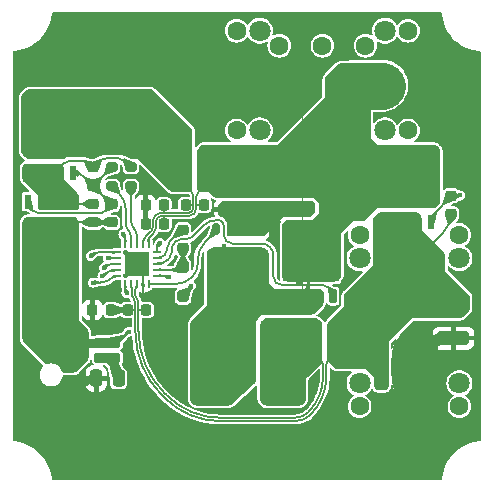
<source format=gbr>
%TF.GenerationSoftware,KiCad,Pcbnew,8.0.5*%
%TF.CreationDate,2024-10-04T18:34:43+02:00*%
%TF.ProjectId,BatteryCharger,42617474-6572-4794-9368-61726765722e,rev?*%
%TF.SameCoordinates,Original*%
%TF.FileFunction,Copper,L1,Top*%
%TF.FilePolarity,Positive*%
%FSLAX46Y46*%
G04 Gerber Fmt 4.6, Leading zero omitted, Abs format (unit mm)*
G04 Created by KiCad (PCBNEW 8.0.5) date 2024-10-04 18:34:43*
%MOMM*%
%LPD*%
G01*
G04 APERTURE LIST*
G04 Aperture macros list*
%AMRoundRect*
0 Rectangle with rounded corners*
0 $1 Rounding radius*
0 $2 $3 $4 $5 $6 $7 $8 $9 X,Y pos of 4 corners*
0 Add a 4 corners polygon primitive as box body*
4,1,4,$2,$3,$4,$5,$6,$7,$8,$9,$2,$3,0*
0 Add four circle primitives for the rounded corners*
1,1,$1+$1,$2,$3*
1,1,$1+$1,$4,$5*
1,1,$1+$1,$6,$7*
1,1,$1+$1,$8,$9*
0 Add four rect primitives between the rounded corners*
20,1,$1+$1,$2,$3,$4,$5,0*
20,1,$1+$1,$4,$5,$6,$7,0*
20,1,$1+$1,$6,$7,$8,$9,0*
20,1,$1+$1,$8,$9,$2,$3,0*%
%AMFreePoly0*
4,1,53,0.519509,1.693079,0.555557,1.678147,0.583147,1.650557,0.598079,1.614509,0.600000,1.595000,0.600000,-1.495000,0.598079,-1.514509,0.583147,-1.550557,0.555557,-1.578147,0.519509,-1.593079,0.500000,-1.595000,-0.437500,-1.595000,-0.499686,-1.582630,-0.552405,-1.547405,-0.587630,-1.494686,-0.600000,-1.432500,-0.600000,-1.107500,-0.587630,-1.045314,-0.552405,-0.992595,-0.499686,-0.957370,
-0.437500,-0.945000,-0.100000,-0.945000,-0.100000,-0.325000,-0.437500,-0.325000,-0.499686,-0.312630,-0.552405,-0.277405,-0.587630,-0.224686,-0.600000,-0.162500,-0.600000,0.162500,-0.587630,0.224686,-0.552405,0.277405,-0.499686,0.312630,-0.437500,0.325000,-0.100000,0.325000,-0.100000,0.945000,-0.437500,0.945000,-0.499686,0.957370,-0.552405,0.992595,-0.587630,1.045314,-0.600000,1.107500,
-0.600000,1.432500,-0.587630,1.494686,-0.552405,1.547405,-0.499686,1.582630,-0.437500,1.595000,-0.100000,1.595000,-0.098079,1.614509,-0.083147,1.650557,-0.055557,1.678147,-0.019509,1.693079,0.000000,1.695000,0.500000,1.695000,0.519509,1.693079,0.519509,1.693079,$1*%
G04 Aperture macros list end*
%TA.AperFunction,ComponentPad*%
%ADD10C,3.500000*%
%TD*%
%TA.AperFunction,SMDPad,CuDef*%
%ADD11RoundRect,0.250000X-0.250000X-1.450000X0.250000X-1.450000X0.250000X1.450000X-0.250000X1.450000X0*%
%TD*%
%TA.AperFunction,SMDPad,CuDef*%
%ADD12RoundRect,0.150000X-0.150000X0.350000X-0.150000X-0.350000X0.150000X-0.350000X0.150000X0.350000X0*%
%TD*%
%TA.AperFunction,SMDPad,CuDef*%
%ADD13R,0.626000X0.610000*%
%TD*%
%TA.AperFunction,SMDPad,CuDef*%
%ADD14R,4.061000X4.200000*%
%TD*%
%TA.AperFunction,SMDPad,CuDef*%
%ADD15R,0.500000X0.510000*%
%TD*%
%TA.AperFunction,SMDPad,CuDef*%
%ADD16RoundRect,0.225000X0.225000X0.250000X-0.225000X0.250000X-0.225000X-0.250000X0.225000X-0.250000X0*%
%TD*%
%TA.AperFunction,SMDPad,CuDef*%
%ADD17RoundRect,0.250000X-1.100000X0.325000X-1.100000X-0.325000X1.100000X-0.325000X1.100000X0.325000X0*%
%TD*%
%TA.AperFunction,SMDPad,CuDef*%
%ADD18RoundRect,0.225000X0.250000X-0.225000X0.250000X0.225000X-0.250000X0.225000X-0.250000X-0.225000X0*%
%TD*%
%TA.AperFunction,SMDPad,CuDef*%
%ADD19RoundRect,0.225000X-0.250000X0.225000X-0.250000X-0.225000X0.250000X-0.225000X0.250000X0.225000X0*%
%TD*%
%TA.AperFunction,SMDPad,CuDef*%
%ADD20RoundRect,0.225000X-0.225000X-0.250000X0.225000X-0.250000X0.225000X0.250000X-0.225000X0.250000X0*%
%TD*%
%TA.AperFunction,SMDPad,CuDef*%
%ADD21RoundRect,0.250000X0.250000X0.475000X-0.250000X0.475000X-0.250000X-0.475000X0.250000X-0.475000X0*%
%TD*%
%TA.AperFunction,SMDPad,CuDef*%
%ADD22RoundRect,0.250000X-0.475000X0.250000X-0.475000X-0.250000X0.475000X-0.250000X0.475000X0.250000X0*%
%TD*%
%TA.AperFunction,SMDPad,CuDef*%
%ADD23RoundRect,0.250000X-0.300000X0.300000X-0.300000X-0.300000X0.300000X-0.300000X0.300000X0.300000X0*%
%TD*%
%TA.AperFunction,SMDPad,CuDef*%
%ADD24RoundRect,0.250000X-0.250000X0.250000X-0.250000X-0.250000X0.250000X-0.250000X0.250000X0.250000X0*%
%TD*%
%TA.AperFunction,ComponentPad*%
%ADD25C,1.600000*%
%TD*%
%TA.AperFunction,ComponentPad*%
%ADD26C,1.800000*%
%TD*%
%TA.AperFunction,ComponentPad*%
%ADD27C,3.000000*%
%TD*%
%TA.AperFunction,ComponentPad*%
%ADD28C,2.800000*%
%TD*%
%TA.AperFunction,SMDPad,CuDef*%
%ADD29RoundRect,0.825000X-0.825000X-2.775000X0.825000X-2.775000X0.825000X2.775000X-0.825000X2.775000X0*%
%TD*%
%TA.AperFunction,SMDPad,CuDef*%
%ADD30R,0.610000X1.020000*%
%TD*%
%TA.AperFunction,SMDPad,CuDef*%
%ADD31R,3.910000X3.810000*%
%TD*%
%TA.AperFunction,SMDPad,CuDef*%
%ADD32R,0.610000X1.270000*%
%TD*%
%TA.AperFunction,SMDPad,CuDef*%
%ADD33RoundRect,0.175000X0.175000X-0.325000X0.175000X0.325000X-0.175000X0.325000X-0.175000X-0.325000X0*%
%TD*%
%TA.AperFunction,SMDPad,CuDef*%
%ADD34R,4.700000X4.500000*%
%TD*%
%TA.AperFunction,SMDPad,CuDef*%
%ADD35RoundRect,0.162500X0.162500X-0.437500X0.162500X0.437500X-0.162500X0.437500X-0.162500X-0.437500X0*%
%TD*%
%TA.AperFunction,SMDPad,CuDef*%
%ADD36FreePoly0,90.000000*%
%TD*%
%TA.AperFunction,SMDPad,CuDef*%
%ADD37RoundRect,0.200000X-0.275000X0.200000X-0.275000X-0.200000X0.275000X-0.200000X0.275000X0.200000X0*%
%TD*%
%TA.AperFunction,SMDPad,CuDef*%
%ADD38RoundRect,0.207317X-0.892683X-0.217683X0.892683X-0.217683X0.892683X0.217683X-0.892683X0.217683X0*%
%TD*%
%TA.AperFunction,SMDPad,CuDef*%
%ADD39R,2.049999X2.049999*%
%TD*%
%TA.AperFunction,SMDPad,CuDef*%
%ADD40O,0.700000X0.240000*%
%TD*%
%TA.AperFunction,SMDPad,CuDef*%
%ADD41O,0.240000X0.700000*%
%TD*%
%TA.AperFunction,ViaPad*%
%ADD42C,0.450000*%
%TD*%
%TA.AperFunction,Conductor*%
%ADD43C,0.200000*%
%TD*%
%TA.AperFunction,Conductor*%
%ADD44C,1.000000*%
%TD*%
%TA.AperFunction,Conductor*%
%ADD45C,0.800000*%
%TD*%
%TA.AperFunction,Conductor*%
%ADD46C,0.500000*%
%TD*%
%TA.AperFunction,Conductor*%
%ADD47C,0.150000*%
%TD*%
%TA.AperFunction,Conductor*%
%ADD48C,4.000000*%
%TD*%
%TA.AperFunction,Conductor*%
%ADD49C,5.000000*%
%TD*%
%TA.AperFunction,Conductor*%
%ADD50C,4.500000*%
%TD*%
G04 APERTURE END LIST*
D10*
%TO.P,J6,1,Pin_1*%
%TO.N,GND*%
X144500000Y-84700000D03*
%TD*%
%TO.P,J5,1,Pin_1*%
%TO.N,GND*%
X156000000Y-117500000D03*
%TD*%
D11*
%TO.P,R11,1*%
%TO.N,Net-(U1-SRP)*%
X155850000Y-108100000D03*
%TO.P,R11,2*%
%TO.N,Net-(D3-K)*%
X157350000Y-108100000D03*
%TD*%
D12*
%TO.P,Q5,1,S*%
%TO.N,GND*%
X151205000Y-98585000D03*
%TO.P,Q5,2,S*%
X149935000Y-98585000D03*
%TO.P,Q5,3,S*%
X148665000Y-98585000D03*
%TO.P,Q5,4,G*%
%TO.N,Net-(Q5-G)*%
X147395000Y-98585000D03*
D13*
%TO.P,Q5,5,D*%
%TO.N,Net-(Q4-S)*%
X151613000Y-101300000D03*
X146987000Y-101300000D03*
D14*
X149300000Y-102690000D03*
D15*
X151550000Y-104170000D03*
X147050000Y-104170000D03*
%TD*%
D16*
%TO.P,C16,1*%
%TO.N,Net-(U1-SRP)*%
X141475000Y-105400000D03*
%TO.P,C16,2*%
%TO.N,Net-(D3-K)*%
X139925000Y-105400000D03*
%TD*%
%TO.P,C17,1*%
%TO.N,Net-(D3-K)*%
X138475000Y-105400000D03*
%TO.P,C17,2*%
%TO.N,GND*%
X136925000Y-105400000D03*
%TD*%
D17*
%TO.P,C15,2*%
%TO.N,GND*%
X167500000Y-107775000D03*
%TO.P,C15,1*%
%TO.N,Net-(D3-K)*%
X167500000Y-104825000D03*
%TD*%
D18*
%TO.P,C14,1*%
%TO.N,Net-(D2-K)*%
X144600000Y-100175000D03*
%TO.P,C14,2*%
%TO.N,Net-(Q4-S)*%
X144600000Y-98625000D03*
%TD*%
D19*
%TO.P,C4,2*%
%TO.N,Net-(Q1-G)*%
X137000000Y-94880000D03*
%TO.P,C4,1*%
%TO.N,Net-(C1-Pad2)*%
X137000000Y-93330000D03*
%TD*%
D18*
%TO.P,C3,1*%
%TO.N,Net-(J2-Pin_2)*%
X138600000Y-97980000D03*
%TO.P,C3,2*%
%TO.N,Net-(Q1-G)*%
X138600000Y-96430000D03*
%TD*%
D20*
%TO.P,C10,1*%
%TO.N,Net-(Q2-D)*%
X144825000Y-96500000D03*
%TO.P,C10,2*%
%TO.N,/SYS_PWR*%
X146375000Y-96500000D03*
%TD*%
D16*
%TO.P,C9,2*%
%TO.N,GND*%
X141425000Y-98100000D03*
%TO.P,C9,1*%
%TO.N,/SYS_PWR*%
X142975000Y-98100000D03*
%TD*%
%TO.P,C8,2*%
%TO.N,GND*%
X141425000Y-96500000D03*
%TO.P,C8,1*%
%TO.N,Net-(Q2-D)*%
X142975000Y-96500000D03*
%TD*%
D19*
%TO.P,C13,1*%
%TO.N,Net-(Q3-G)*%
X167300000Y-95725000D03*
%TO.P,C13,2*%
%TO.N,Net-(D3-K)*%
X167300000Y-97275000D03*
%TD*%
D17*
%TO.P,C6,2*%
%TO.N,GND*%
X149000000Y-96875000D03*
%TO.P,C6,1*%
%TO.N,/SYS_PWR*%
X149000000Y-93925000D03*
%TD*%
%TO.P,C7,2*%
%TO.N,GND*%
X152300000Y-96875000D03*
%TO.P,C7,1*%
%TO.N,/SYS_PWR*%
X152300000Y-93925000D03*
%TD*%
D21*
%TO.P,C11,1*%
%TO.N,Net-(C11-Pad1)*%
X139150000Y-111200000D03*
%TO.P,C11,2*%
%TO.N,GND*%
X137250000Y-111200000D03*
%TD*%
D18*
%TO.P,C1,2*%
%TO.N,Net-(C1-Pad2)*%
X137000000Y-96430000D03*
%TO.P,C1,1*%
%TO.N,Net-(J2-Pin_2)*%
X137000000Y-97980000D03*
%TD*%
D22*
%TO.P,C5,2*%
%TO.N,GND*%
X155000000Y-96750000D03*
%TO.P,C5,1*%
%TO.N,/SYS_PWR*%
X155000000Y-94850000D03*
%TD*%
D23*
%TO.P,D3,1,K*%
%TO.N,Net-(D3-K)*%
X161400000Y-111600000D03*
%TO.P,D3,2,A*%
%TO.N,GND*%
X161400000Y-114400000D03*
%TD*%
D24*
%TO.P,D2,1,K*%
%TO.N,Net-(D2-K)*%
X144600000Y-101750000D03*
%TO.P,D2,2,A*%
%TO.N,/REGN*%
X144600000Y-104250000D03*
%TD*%
D25*
%TO.P,J3,M*%
%TO.N,N/C*%
X159550000Y-113550000D03*
D26*
X159550000Y-111600000D03*
X159550000Y-101000000D03*
D25*
X159550000Y-99050000D03*
X168000000Y-113550000D03*
D26*
X168000000Y-111600000D03*
X168000000Y-101000000D03*
D25*
X168000000Y-99050000D03*
%TO.P,J3,5,Pin_5*%
%TO.N,Net-(D3-K)*%
X160825000Y-102650000D03*
%TO.P,J3,4,Pin_4*%
X160825000Y-106300000D03*
%TO.P,J3,3,Pin_3*%
X160825000Y-109950000D03*
D27*
%TO.P,J3,2,Pin_2*%
X164200000Y-103550000D03*
X164200000Y-101250000D03*
%TO.P,J3,1,Pin_1*%
%TO.N,GND*%
X164200000Y-111350000D03*
X164200000Y-109050000D03*
%TD*%
%TO.P,J1,1,Pin_1*%
%TO.N,GND*%
X153650000Y-86400000D03*
X151350000Y-86400000D03*
%TO.P,J1,2,Pin_2*%
%TO.N,/SYS_PWR*%
X161450000Y-86400000D03*
X159150000Y-86400000D03*
D25*
%TO.P,J1,3,Pin_3*%
%TO.N,unconnected-(J1-Pin_3-Pad3)*%
X152750000Y-83025000D03*
%TO.P,J1,4,Pin_4*%
%TO.N,unconnected-(J1-Pin_4-Pad4)*%
X156400000Y-83025000D03*
%TO.P,J1,5,Pin_5*%
%TO.N,unconnected-(J1-Pin_5-Pad5)*%
X160050000Y-83025000D03*
%TO.P,J1,M*%
%TO.N,N/C*%
X163650000Y-90200000D03*
D26*
X161700000Y-90200000D03*
X151100000Y-90200000D03*
D25*
X149150000Y-90200000D03*
X163650000Y-81750000D03*
D26*
X161700000Y-81750000D03*
X151100000Y-81750000D03*
D25*
X149150000Y-81750000D03*
%TD*%
D28*
%TO.P,J2,1,Pin_1*%
%TO.N,GND*%
X134700000Y-113000000D03*
%TO.P,J2,2,Pin_2*%
%TO.N,Net-(J2-Pin_2)*%
X134700000Y-108800000D03*
%TD*%
D29*
%TO.P,L1,1,1*%
%TO.N,Net-(Q4-S)*%
X146850000Y-109900000D03*
%TO.P,L1,2,2*%
%TO.N,Net-(U1-SRP)*%
X152950000Y-109900000D03*
%TD*%
D30*
%TO.P,Q1,5,D*%
%TO.N,Net-(J2-Pin_2)*%
X131495000Y-101690000D03*
X132765000Y-101690000D03*
X134035000Y-101690000D03*
X135305000Y-101690000D03*
D31*
X133400000Y-99585000D03*
D32*
%TO.P,Q1,4,G*%
%TO.N,Net-(Q1-G)*%
X131495000Y-96225000D03*
%TO.P,Q1,3,S*%
%TO.N,Net-(C1-Pad2)*%
X132765000Y-96225000D03*
%TO.P,Q1,2,S*%
X134035000Y-96225000D03*
%TO.P,Q1,1,S*%
X135305000Y-96225000D03*
%TD*%
%TO.P,Q2,1,S*%
%TO.N,Net-(C1-Pad2)*%
X131495000Y-93770000D03*
%TO.P,Q2,2,S*%
X132765000Y-93770000D03*
%TO.P,Q2,3,S*%
X134035000Y-93770000D03*
%TO.P,Q2,4,G*%
%TO.N,Net-(Q1-G)*%
X135305000Y-93770000D03*
D31*
%TO.P,Q2,5,D*%
%TO.N,Net-(Q2-D)*%
X133400000Y-90410000D03*
D30*
X131495000Y-88305000D03*
X132765000Y-88305000D03*
X134035000Y-88305000D03*
X135305000Y-88305000D03*
%TD*%
%TO.P,Q3,5,D*%
%TO.N,/SYS_PWR*%
X165605000Y-92505000D03*
X164335000Y-92505000D03*
X163065000Y-92505000D03*
X161795000Y-92505000D03*
D31*
X163700000Y-94610000D03*
D32*
%TO.P,Q3,4,G*%
%TO.N,Net-(Q3-G)*%
X165605000Y-97970000D03*
%TO.P,Q3,3,S*%
%TO.N,Net-(D3-K)*%
X164335000Y-97970000D03*
%TO.P,Q3,2,S*%
X163065000Y-97970000D03*
%TO.P,Q3,1,S*%
X161795000Y-97970000D03*
%TD*%
D33*
%TO.P,Q4,3,D*%
%TO.N,/SYS_PWR*%
X157395000Y-98475000D03*
X156065000Y-98475000D03*
X154735000Y-98475000D03*
X153405000Y-98475000D03*
D34*
X155400000Y-100725000D03*
D35*
%TO.P,Q4,2,G*%
%TO.N,Net-(Q4-G)*%
X157305000Y-104225000D03*
D36*
%TO.P,Q4,1,S*%
%TO.N,Net-(Q4-S)*%
X154765000Y-104225000D03*
%TD*%
D11*
%TO.P,R2,1*%
%TO.N,Net-(Q2-D)*%
X144850000Y-93700000D03*
%TO.P,R2,2*%
%TO.N,/SYS_PWR*%
X146350000Y-93700000D03*
%TD*%
D37*
%TO.P,R5,1*%
%TO.N,Net-(C1-Pad2)*%
X140200000Y-93280000D03*
%TO.P,R5,2*%
%TO.N,Net-(U1-CMSRC)*%
X140200000Y-94930000D03*
%TD*%
%TO.P,R7,1*%
%TO.N,Net-(Q1-G)*%
X138600000Y-93280000D03*
%TO.P,R7,2*%
%TO.N,Net-(U1-ACDRV)*%
X138600000Y-94930000D03*
%TD*%
D38*
%TO.P,R3,1*%
%TO.N,Net-(J2-Pin_2)*%
X138200000Y-108175000D03*
%TO.P,R3,2*%
%TO.N,Net-(C11-Pad1)*%
X138200000Y-109425000D03*
%TD*%
D39*
%TO.P,U1,21,EP*%
%TO.N,GND*%
X140700000Y-101500000D03*
D40*
%TO.P,U1,20,VCC*%
%TO.N,Net-(U1-VCC)*%
X142400000Y-100500000D03*
%TO.P,U1,19,PHASE*%
%TO.N,Net-(Q4-S)*%
X142400000Y-101000000D03*
%TO.P,U1,18,HIDRV*%
%TO.N,Net-(Q4-G)*%
X142400000Y-101500000D03*
%TO.P,U1,17,BTST*%
%TO.N,Net-(D2-K)*%
X142400000Y-102000000D03*
%TO.P,U1,16,REGN*%
%TO.N,/REGN*%
X142400000Y-102500000D03*
D41*
%TO.P,U1,15,LODRV*%
%TO.N,Net-(Q5-G)*%
X141700000Y-103200000D03*
%TO.P,U1,14,GND*%
%TO.N,GND*%
X141200000Y-103200000D03*
%TO.P,U1,13,SRP*%
%TO.N,Net-(U1-SRP)*%
X140700000Y-103200000D03*
%TO.P,U1,12,SRN*%
%TO.N,Net-(D3-K)*%
X140200000Y-103200000D03*
%TO.P,U1,11,BATDRV*%
%TO.N,Net-(U1-BATDRV)*%
X139700000Y-103200000D03*
D40*
%TO.P,U1,10,ILIM*%
%TO.N,Net-(U1-ILIM)*%
X139000000Y-102500000D03*
%TO.P,U1,9,SCL*%
%TO.N,Net-(J4-Pin_1)*%
X139000000Y-102000000D03*
%TO.P,U1,8,SDA*%
%TO.N,Net-(J4-Pin_2)*%
X139000000Y-101500000D03*
%TO.P,U1,7,IOUT*%
%TO.N,Net-(J4-Pin_4)*%
X139000000Y-101000000D03*
%TO.P,U1,6,ACDET*%
%TO.N,Net-(U1-ACDET)*%
X139000000Y-100500000D03*
D41*
%TO.P,U1,5,ACOK*%
%TO.N,Net-(J4-Pin_3)*%
X139700000Y-99800000D03*
%TO.P,U1,4,ACDRV*%
%TO.N,Net-(U1-ACDRV)*%
X140200000Y-99800000D03*
%TO.P,U1,3,CMSRC*%
%TO.N,Net-(U1-CMSRC)*%
X140700000Y-99800000D03*
%TO.P,U1,2,ACP*%
%TO.N,Net-(Q2-D)*%
X141200000Y-99800000D03*
%TO.P,U1,1,ACN*%
%TO.N,/SYS_PWR*%
X141700000Y-99800000D03*
%TD*%
D42*
%TO.N,Net-(Q4-S)*%
X155900000Y-104000000D03*
X154700000Y-104000000D03*
X153500000Y-104000000D03*
%TO.N,GND*%
X159000000Y-102500000D03*
X143700000Y-101500000D03*
X145600000Y-99800000D03*
X139900000Y-106400000D03*
X144680000Y-112980000D03*
X142100000Y-113500000D03*
X143100000Y-107800000D03*
X143100000Y-109900000D03*
%TO.N,Net-(J2-Pin_2)*%
X134300000Y-99100000D03*
X134300000Y-100300000D03*
X134700000Y-98300000D03*
X132100000Y-98300000D03*
X132100000Y-100900000D03*
X133400000Y-100900000D03*
X133400000Y-98300000D03*
X132100000Y-99600000D03*
X133400000Y-99600000D03*
%TO.N,Net-(Q2-D)*%
X132100000Y-89100000D03*
X134700000Y-89100000D03*
X133400000Y-89100000D03*
X134700000Y-91700000D03*
X132100000Y-91700000D03*
X133400000Y-91700000D03*
X134700000Y-90400000D03*
X132100000Y-90400000D03*
X133400000Y-90400000D03*
%TO.N,/SYS_PWR*%
X165200000Y-93100000D03*
X165200000Y-94100000D03*
X165200000Y-95100000D03*
X164200000Y-93100000D03*
X164200000Y-94100000D03*
X164200000Y-95100000D03*
X163200000Y-93100000D03*
X163200000Y-94100000D03*
X163200000Y-95100000D03*
X162200000Y-93100000D03*
X162200000Y-94100000D03*
X162200000Y-95100000D03*
X163200000Y-96100000D03*
X164200000Y-96100000D03*
X165200000Y-96100000D03*
X162200000Y-96100000D03*
X147100000Y-93000000D03*
X147100000Y-94400000D03*
%TO.N,Net-(U1-SRP)*%
X155800000Y-109400000D03*
X155800000Y-108100000D03*
X155800000Y-106800000D03*
X153900000Y-112900000D03*
X153900000Y-111400000D03*
X153900000Y-106900000D03*
X153900000Y-108400000D03*
X152000000Y-106900000D03*
X152000000Y-108400000D03*
X152000000Y-112900000D03*
X152000000Y-111400000D03*
X153900000Y-109900000D03*
X152000000Y-109900000D03*
%TO.N,Net-(Q4-S)*%
X147800000Y-112900000D03*
X147800000Y-111400000D03*
X147800000Y-106900000D03*
X147800000Y-108400000D03*
X147800000Y-109900000D03*
X145900000Y-108400000D03*
X145900000Y-111400000D03*
X145900000Y-112900000D03*
X145900000Y-109900000D03*
X145900000Y-106900000D03*
X150950000Y-104350000D03*
X150950000Y-103250000D03*
X150950000Y-102150000D03*
X149850000Y-104350000D03*
X149850000Y-103250000D03*
X149850000Y-102150000D03*
X147650000Y-104350000D03*
X147650000Y-103250000D03*
X147650000Y-102150000D03*
X148750000Y-104350000D03*
X148750000Y-103250000D03*
X148750000Y-102150000D03*
X150950000Y-101050000D03*
X149850000Y-101050000D03*
X148750000Y-101050000D03*
X147650000Y-101050000D03*
%TO.N,GND*%
X149190000Y-113690000D03*
X143400000Y-104175000D03*
X141400000Y-100800000D03*
X140000000Y-100800000D03*
X140000000Y-102200000D03*
X141400000Y-101500000D03*
X140700000Y-102200000D03*
X140000000Y-101500000D03*
X140700000Y-100800000D03*
X140700000Y-101500000D03*
%TO.N,/SYS_PWR*%
X146100000Y-93000000D03*
X146100000Y-94400000D03*
X146600000Y-95100000D03*
X146600000Y-93700000D03*
X146600000Y-92300000D03*
X157400000Y-102700000D03*
X156400000Y-102700000D03*
X157400000Y-101700000D03*
X156400000Y-101700000D03*
X154400000Y-102700000D03*
X153400000Y-102700000D03*
X153400000Y-101700000D03*
X154400000Y-101700000D03*
X155400000Y-102700000D03*
X155400000Y-101700000D03*
X157400000Y-100700000D03*
X156400000Y-100700000D03*
X157400000Y-99700000D03*
X156400000Y-99700000D03*
X153400000Y-100700000D03*
X155400000Y-100700000D03*
X154400000Y-100700000D03*
X153400000Y-99700000D03*
X154400000Y-99700000D03*
X157400000Y-98700000D03*
X156400000Y-98700000D03*
X153400000Y-98700000D03*
X154400000Y-98700000D03*
X155400000Y-99700000D03*
X155400000Y-98700000D03*
%TO.N,GND*%
X155000000Y-96750000D03*
X150690000Y-96600000D03*
X153300000Y-96600000D03*
X152600000Y-97200000D03*
X151900000Y-96600000D03*
X151300000Y-97200000D03*
X150000000Y-97200000D03*
X149300000Y-96600000D03*
X148600000Y-97200000D03*
X148000000Y-96600000D03*
X151900000Y-97900000D03*
X150600000Y-97900000D03*
X149300000Y-97900000D03*
X151205000Y-98585000D03*
X149935000Y-98585000D03*
X148665000Y-98585000D03*
X141460000Y-96980000D03*
X136925000Y-105400000D03*
%TO.N,Net-(J2-Pin_2)*%
X139990000Y-107250000D03*
%TO.N,Net-(Q3-G)*%
X168025000Y-95700000D03*
%TO.N,Net-(U1-BATDRV)*%
X139820000Y-103980000D03*
%TO.N,Net-(J4-Pin_4)*%
X138270000Y-101000000D03*
%TO.N,Net-(J4-Pin_2)*%
X137880000Y-101830000D03*
%TO.N,Net-(J4-Pin_1)*%
X137780000Y-102550000D03*
%TO.N,/REGN*%
X145250000Y-103330000D03*
%TO.N,Net-(U1-ACDET)*%
X136790000Y-100820000D03*
%TO.N,Net-(U1-ILIM)*%
X137000000Y-103075000D03*
%TO.N,Net-(J4-Pin_3)*%
X139550000Y-99000000D03*
%TO.N,Net-(U1-VCC)*%
X142650000Y-99700000D03*
%TO.N,/REGN*%
X143400000Y-102625000D03*
%TO.N,Net-(Q4-S)*%
X148030000Y-100020000D03*
X144600000Y-98625000D03*
%TD*%
D43*
%TO.N,GND*%
X141200000Y-103200000D02*
X141200000Y-104090000D01*
X149000000Y-96875000D02*
X147222071Y-96875000D01*
X149000000Y-96875000D02*
X147723908Y-96875000D01*
D44*
X167278122Y-107775000D02*
G75*
G03*
X164199993Y-109049993I-22J-4353100D01*
G01*
X167500000Y-107775000D02*
X167278122Y-107775000D01*
D43*
%TO.N,Net-(J2-Pin_2)*%
X134831758Y-98153242D02*
G75*
G02*
X135250000Y-97980005I418242J-418258D01*
G01*
X133400000Y-99585000D02*
X134831758Y-98153242D01*
X137000000Y-97980000D02*
X135250000Y-97980000D01*
X138600000Y-97980000D02*
X137000000Y-97980000D01*
%TO.N,Net-(C1-Pad2)*%
X135799913Y-96430000D02*
G75*
G02*
X135304996Y-96225004I-13J699900D01*
G01*
X137000000Y-96430000D02*
X135799913Y-96430000D01*
%TO.N,GND*%
X141425000Y-97064497D02*
G75*
G02*
X141460001Y-96980001I119500J-3D01*
G01*
X141425000Y-98100000D02*
X141425000Y-97064497D01*
X141425000Y-96895503D02*
G75*
G03*
X141460001Y-96979999I119500J3D01*
G01*
X141425000Y-96500000D02*
X141425000Y-96895503D01*
%TO.N,Net-(J2-Pin_2)*%
X139990000Y-107250000D02*
X139676648Y-107563352D01*
X139676648Y-107563352D02*
G75*
G02*
X138200000Y-108174998I-1476648J1476652D01*
G01*
%TO.N,Net-(Q3-G)*%
X166034143Y-97065857D02*
X165940876Y-97159124D01*
X167246967Y-95853033D02*
X166034143Y-97065857D01*
X167300000Y-95725000D02*
G75*
G02*
X167246974Y-95853040I-181100J0D01*
G01*
X165940876Y-97159124D02*
G75*
G03*
X165604985Y-97970000I810824J-810876D01*
G01*
%TO.N,Net-(D3-K)*%
X166681282Y-98768719D02*
X164200000Y-101250000D01*
X167300000Y-97275000D02*
G75*
G02*
X166681274Y-98768711I-2112400J0D01*
G01*
%TO.N,Net-(Q3-G)*%
X167964645Y-95725000D02*
G75*
G03*
X168024987Y-95699987I-45J85400D01*
G01*
X167300000Y-95725000D02*
X167964645Y-95725000D01*
%TO.N,Net-(U1-BATDRV)*%
X139700000Y-103690295D02*
G75*
G03*
X139819998Y-103980002I409700J-5D01*
G01*
X139700000Y-103200000D02*
X139700000Y-103690295D01*
%TO.N,Net-(J4-Pin_4)*%
X139000000Y-101000000D02*
X138270000Y-101000000D01*
%TO.N,Net-(J4-Pin_2)*%
X138676690Y-101500000D02*
G75*
G03*
X137880003Y-101830003I10J-1126700D01*
G01*
X138734974Y-101500000D02*
X138676690Y-101500000D01*
X139000000Y-101500000D02*
X138734974Y-101500000D01*
%TO.N,Net-(J4-Pin_1)*%
X137929276Y-102400724D02*
X137780000Y-102550000D01*
X138891857Y-102002010D02*
G75*
G03*
X137929299Y-102400747I43J-1361290D01*
G01*
X139000000Y-102000000D02*
X138891857Y-102002010D01*
%TO.N,/REGN*%
X145059081Y-103790919D02*
G75*
G03*
X145250011Y-103330000I-460881J460919D01*
G01*
X144600000Y-104250000D02*
X145059081Y-103790919D01*
%TO.N,Net-(U1-ILIM)*%
X138963847Y-102500000D02*
G75*
G03*
X138649986Y-102629986I-47J-443800D01*
G01*
X139000000Y-102500000D02*
X138963847Y-102500000D01*
X137575675Y-103075000D02*
G75*
G03*
X138650007Y-102630007I25J1519300D01*
G01*
X137000000Y-103075000D02*
X137575675Y-103075000D01*
%TO.N,Net-(U1-ACDET)*%
X137562548Y-100500000D02*
G75*
G03*
X136789986Y-100819986I-48J-1092500D01*
G01*
X137953259Y-100500000D02*
X137562548Y-100500000D01*
X139000000Y-100500000D02*
X137953259Y-100500000D01*
%TO.N,Net-(J4-Pin_3)*%
X139700000Y-99362132D02*
G75*
G03*
X139550009Y-98999991I-512100J32D01*
G01*
X139700000Y-99800000D02*
X139700000Y-99362132D01*
%TO.N,Net-(U1-VCC)*%
X142400000Y-100303553D02*
G75*
G02*
X142650014Y-99700014I853600J-47D01*
G01*
X142400000Y-100500000D02*
X142400000Y-100303553D01*
%TO.N,/REGN*%
X143098224Y-102500000D02*
G75*
G02*
X143399993Y-102625007I-24J-426800D01*
G01*
X142400000Y-102500000D02*
X143098224Y-102500000D01*
%TO.N,GND*%
X140938370Y-101738370D02*
G75*
G02*
X141199988Y-102370000I-631670J-631630D01*
G01*
X140700000Y-101500000D02*
X140938370Y-101738370D01*
X141200000Y-103200000D02*
X141200000Y-102370000D01*
D45*
X135969670Y-111730330D02*
X134700000Y-113000000D01*
X137250000Y-111200000D02*
G75*
G03*
X135969662Y-111730322I0J-1810700D01*
G01*
%TO.N,Net-(J2-Pin_2)*%
X136208883Y-108175000D02*
G75*
G03*
X134700005Y-108800005I17J-2133900D01*
G01*
X138200000Y-108175000D02*
X136208883Y-108175000D01*
%TO.N,Net-(C11-Pad1)*%
X138566637Y-109791637D02*
X138200000Y-109425000D01*
X139150000Y-111200000D02*
G75*
G03*
X138566632Y-109791642I-1991700J0D01*
G01*
D43*
%TO.N,Net-(C1-Pad2)*%
X134257739Y-93232261D02*
G75*
G03*
X134035007Y-93770000I537761J-537739D01*
G01*
X134520000Y-92970000D02*
X134257739Y-93232261D01*
X135026984Y-92760000D02*
G75*
G03*
X134520004Y-92970004I16J-717000D01*
G01*
X136160000Y-92760000D02*
X135026984Y-92760000D01*
X136620919Y-92950919D02*
G75*
G03*
X136160000Y-92759989I-460919J-460881D01*
G01*
X137000000Y-93330000D02*
X136620919Y-92950919D01*
X138110000Y-92570000D02*
X139170000Y-92570000D01*
X137512512Y-92817488D02*
G75*
G02*
X138110000Y-92570007I597488J-597512D01*
G01*
X137000000Y-93330000D02*
X137512512Y-92817488D01*
X139716275Y-92796275D02*
G75*
G03*
X139170000Y-92569986I-546275J-546225D01*
G01*
X140200000Y-93280000D02*
X139716275Y-92796275D01*
%TO.N,Net-(Q1-G)*%
X138070000Y-96960000D02*
X138600000Y-96430000D01*
X131800000Y-96920000D02*
X131866655Y-96986655D01*
X131866655Y-96986655D02*
G75*
G03*
X132430000Y-97219997I563345J563355D01*
G01*
X132430000Y-97220000D02*
X137442305Y-97220000D01*
X131770772Y-96890771D02*
X131800000Y-96920000D01*
X137442305Y-97220000D02*
G75*
G03*
X138069999Y-96959999I-5J887700D01*
G01*
X131495000Y-96225000D02*
G75*
G03*
X131770780Y-96890763I941500J0D01*
G01*
X138514644Y-96394645D02*
X137000000Y-94880000D01*
X138600000Y-96430000D02*
G75*
G02*
X138514647Y-96394642I0J120700D01*
G01*
X136303658Y-94183657D02*
X137000000Y-94880000D01*
X135305000Y-93770000D02*
G75*
G02*
X136303654Y-94183661I0J-1412300D01*
G01*
X138600000Y-93280000D02*
X137000000Y-94880000D01*
%TO.N,Net-(U1-ACDRV)*%
X140200000Y-99800000D02*
X140200000Y-99122132D01*
X139760000Y-98059879D02*
X139760000Y-96934142D01*
X139760000Y-96934142D02*
G75*
G03*
X139163114Y-95493089I-2037900J42D01*
G01*
X139163101Y-95493102D02*
X138600000Y-94930000D01*
X140050000Y-98760000D02*
G75*
G02*
X139760009Y-98059879I700100J700100D01*
G01*
X140200000Y-99122132D02*
G75*
G03*
X140050009Y-98759991I-512100J32D01*
G01*
%TO.N,Net-(U1-CMSRC)*%
X140200000Y-97863015D02*
X140200000Y-94930000D01*
X140510000Y-98570000D02*
X140480711Y-98540711D01*
X140480711Y-98540711D02*
G75*
G02*
X140199987Y-97863015I677689J677711D01*
G01*
X140700000Y-99028700D02*
G75*
G03*
X140510000Y-98570000I-648700J0D01*
G01*
X140700000Y-99800000D02*
X140700000Y-99028700D01*
D46*
%TO.N,Net-(D3-K)*%
X139925000Y-105400000D02*
X138475000Y-105400000D01*
D47*
%TO.N,Net-(U1-SRP)*%
X141475000Y-105400000D02*
X140830000Y-105400000D01*
X140830000Y-105400000D02*
X140830000Y-107175299D01*
X140830000Y-104790416D02*
X140830000Y-105400000D01*
%TO.N,Net-(D3-K)*%
X139925000Y-105400000D02*
X140570000Y-105400000D01*
X140570000Y-105400000D02*
X140570000Y-104815563D01*
X140570000Y-107240000D02*
X140570000Y-105400000D01*
%TO.N,Net-(U1-SRP)*%
X155850000Y-108748457D02*
X155850000Y-108100000D01*
X156167383Y-109614632D02*
X156240000Y-109690000D01*
X156359059Y-109806308D02*
X156167383Y-109614632D01*
X155195114Y-114063688D02*
X155210000Y-114050000D01*
X147802863Y-114530000D02*
X154069338Y-114530000D01*
X142990000Y-112390000D02*
X143240000Y-112640000D01*
X140640000Y-103510000D02*
X140633640Y-103516361D01*
X140700000Y-103200000D02*
X140700000Y-103365148D01*
X156240000Y-109690000D02*
G75*
G02*
X155850018Y-108748457I941500J941500D01*
G01*
X156460000Y-110050000D02*
G75*
G03*
X156359052Y-109806315I-344600J0D01*
G01*
X140570000Y-103670000D02*
X140570000Y-104162721D01*
X156460000Y-111032234D02*
X156460000Y-110050000D01*
X155210000Y-114050000D02*
G75*
G03*
X156460014Y-111032234I-3017800J3017800D01*
G01*
X140830000Y-107175299D02*
G75*
G03*
X142990000Y-112390000I7374700J-1D01*
G01*
X140633640Y-103516361D02*
G75*
G03*
X140570007Y-103670000I153660J-153639D01*
G01*
X143240000Y-112640000D02*
G75*
G03*
X147802863Y-114530015I4562900J4562900D01*
G01*
X154069338Y-114530000D02*
G75*
G03*
X155195098Y-114063672I-38J1592100D01*
G01*
X140570000Y-104162721D02*
G75*
G03*
X140660006Y-104379994I307300J21D01*
G01*
X140700000Y-103365148D02*
G75*
G02*
X140639986Y-103509986I-204900J48D01*
G01*
X140660000Y-104380000D02*
G75*
G02*
X140829993Y-104790416I-410400J-410400D01*
G01*
%TO.N,Net-(D3-K)*%
X140200000Y-103200000D02*
X140200000Y-103397574D01*
X140200000Y-103397574D02*
G75*
G03*
X140229992Y-103470008I102400J-26D01*
G01*
X143050000Y-112850000D02*
X142783245Y-112583245D01*
X154072183Y-114810000D02*
X147781858Y-114810000D01*
X156740000Y-110010000D02*
X156740000Y-111024954D01*
X157065617Y-109580083D02*
X156813752Y-109831948D01*
X156980000Y-109670000D02*
X157065617Y-109580083D01*
X140310000Y-103663137D02*
G75*
G03*
X140230011Y-103469989I-273100J37D01*
G01*
X140570000Y-104815563D02*
G75*
G03*
X140459989Y-104550011I-375600J-37D01*
G01*
X142783245Y-112583245D02*
G75*
G02*
X140570003Y-107240000I5343255J5343245D01*
G01*
X147781858Y-114810000D02*
G75*
G02*
X143050012Y-112849988I42J6691900D01*
G01*
X157350000Y-108100000D02*
X157350000Y-108776741D01*
X155400000Y-114260000D02*
G75*
G02*
X154072183Y-114809993I-1327800J1327800D01*
G01*
X156740000Y-111024954D02*
G75*
G02*
X155400034Y-114260034I-4575100J-46D01*
G01*
X156813752Y-109831948D02*
G75*
G03*
X156739999Y-110010000I178048J-178052D01*
G01*
X157350000Y-108776741D02*
G75*
G02*
X156979988Y-109669988I-1263300J41D01*
G01*
X140460000Y-104550000D02*
G75*
G02*
X140310013Y-104187868I362100J362100D01*
G01*
X140310000Y-104187868D02*
X140310000Y-103663137D01*
D43*
%TO.N,Net-(Q4-S)*%
X148837817Y-102227817D02*
X149300000Y-102690000D01*
X148030000Y-100277574D02*
G75*
G03*
X148837796Y-102227838I2758100J-26D01*
G01*
X148030000Y-100020000D02*
X148030000Y-100277574D01*
D47*
%TO.N,/SYS_PWR*%
X142975000Y-98100000D02*
X142975000Y-97500355D01*
X143000000Y-97440000D02*
X142749705Y-97440000D01*
X142975000Y-97500355D02*
G75*
G02*
X143000013Y-97440013I85400J-45D01*
G01*
X145090000Y-97440000D02*
X143000000Y-97440000D01*
%TO.N,Net-(Q2-D)*%
X142975000Y-97099645D02*
G75*
G03*
X143000013Y-97159987I85400J45D01*
G01*
X143000000Y-97160000D02*
X142762842Y-97160000D01*
X142975000Y-96500000D02*
X142975000Y-97099645D01*
X145093431Y-97160000D02*
X143000000Y-97160000D01*
%TO.N,/SYS_PWR*%
X145740000Y-96500000D02*
X145740000Y-96761300D01*
X146375000Y-96500000D02*
X145740000Y-96500000D01*
X145740000Y-95782842D02*
X145740000Y-96500000D01*
%TO.N,Net-(Q2-D)*%
X144825000Y-96500000D02*
X145460000Y-96500000D01*
X145460000Y-96500000D02*
X145460000Y-96764437D01*
X145460000Y-95734558D02*
X145460000Y-96500000D01*
X141930000Y-98680000D02*
X141475772Y-99134228D01*
X142060000Y-97830000D02*
X142060000Y-98366153D01*
X144850000Y-93700000D02*
X144850000Y-94261889D01*
X142060000Y-98366153D02*
G75*
G02*
X141930014Y-98680014I-443800J-47D01*
G01*
X145350000Y-97030000D02*
X145309498Y-97070502D01*
X141475772Y-99134228D02*
G75*
G03*
X141199987Y-99800000I665728J-665772D01*
G01*
X142236777Y-97403223D02*
G75*
G03*
X142060014Y-97830000I426823J-426777D01*
G01*
X142762842Y-97160000D02*
G75*
G03*
X142279987Y-97359987I-42J-682800D01*
G01*
X145460000Y-96764437D02*
G75*
G02*
X145349989Y-97029989I-375600J37D01*
G01*
X142280000Y-97360000D02*
X142236777Y-97403223D01*
X145280000Y-95300000D02*
G75*
G02*
X145460017Y-95734558I-434600J-434600D01*
G01*
X145309498Y-97070502D02*
G75*
G02*
X145093431Y-97160012I-216098J216102D01*
G01*
X144850000Y-94261889D02*
G75*
G03*
X145279997Y-95300003I1468100J-11D01*
G01*
%TO.N,/SYS_PWR*%
X141700000Y-99800000D02*
X141700000Y-99390000D01*
X142130000Y-98860000D02*
X141770711Y-99219289D01*
X146350000Y-93700000D02*
X146350000Y-94310173D01*
X142749705Y-97440000D02*
G75*
G03*
X142459998Y-97559998I-5J-409700D01*
G01*
X145499706Y-97270294D02*
G75*
G02*
X145090000Y-97440003I-409706J409694D01*
G01*
X141770711Y-99219289D02*
G75*
G03*
X141699994Y-99390000I170689J-170711D01*
G01*
X145740000Y-96761300D02*
G75*
G02*
X145550000Y-97220000I-648700J0D01*
G01*
X142330000Y-97864853D02*
X142330000Y-98377158D01*
X145940000Y-95300000D02*
G75*
G03*
X145740018Y-95782842I482800J-482800D01*
G01*
X142330000Y-98377158D02*
G75*
G02*
X142130013Y-98860013I-682800J-42D01*
G01*
X142460000Y-97560000D02*
X142453640Y-97566360D01*
X146350000Y-94310173D02*
G75*
G02*
X145940008Y-95300008I-1399800J-27D01*
G01*
X142453640Y-97566360D02*
G75*
G03*
X142329957Y-97864853I298460J-298540D01*
G01*
X145550000Y-97220000D02*
X145499706Y-97270294D01*
D43*
%TO.N,Net-(Q4-G)*%
X142469168Y-101500000D02*
X142400000Y-101500000D01*
X143650000Y-100300000D02*
X143650000Y-100493016D01*
X144900000Y-99410000D02*
X144400000Y-99410000D01*
X146370000Y-98220000D02*
X145377990Y-99212010D01*
X147920000Y-97920000D02*
X147891924Y-97891924D01*
X150212426Y-99790000D02*
X148791126Y-99790000D01*
X151269879Y-99790000D02*
X150212426Y-99790000D01*
X156471447Y-103300000D02*
X153006984Y-103300000D01*
X148030000Y-99014731D02*
X148030000Y-98185563D01*
X156930000Y-103510000D02*
X156890305Y-103473497D01*
X143290000Y-101160000D02*
G75*
G02*
X142469168Y-101499986I-820800J820800D01*
G01*
X147670000Y-97800000D02*
X147383969Y-97800000D01*
X143650000Y-100493016D02*
G75*
G02*
X143432916Y-101017058I-741100J16D01*
G01*
X143432929Y-101017071D02*
X143290000Y-101160000D01*
X144400000Y-99410000D02*
G75*
G03*
X143990296Y-99579708I0J-579400D01*
G01*
X152240000Y-102550000D02*
X152240000Y-100731837D01*
X143990294Y-99579706D02*
X143960000Y-99610000D01*
X147891924Y-97891924D02*
G75*
G03*
X147670000Y-97799986I-221924J-221876D01*
G01*
X148030000Y-98185563D02*
G75*
G03*
X147919989Y-97920011I-375600J-37D01*
G01*
X147383969Y-97800000D02*
G75*
G03*
X146370009Y-98220009I31J-1434000D01*
G01*
X152500000Y-103090000D02*
X152437990Y-103027990D01*
X148260000Y-99570000D02*
G75*
G02*
X148029987Y-99014731I555300J555300D01*
G01*
X145377990Y-99212010D02*
G75*
G02*
X144900000Y-99409994I-477990J478010D01*
G01*
X148791126Y-99790000D02*
G75*
G02*
X148259992Y-99570008I-26J751100D01*
G01*
X151970000Y-100080000D02*
G75*
G03*
X151269879Y-99790009I-700100J-700100D01*
G01*
X152240000Y-100731837D02*
G75*
G03*
X151970011Y-100079989I-921800J37D01*
G01*
X143918701Y-99651300D02*
G75*
G03*
X143650000Y-100300000I648699J-648700D01*
G01*
X143960000Y-99610000D02*
X143918701Y-99651300D01*
X152437990Y-103027990D02*
G75*
G02*
X152240006Y-102550000I478010J477990D01*
G01*
X157064584Y-103644583D02*
X156930000Y-103510000D01*
X153006984Y-103300000D02*
G75*
G02*
X152500004Y-103089996I16J717000D01*
G01*
X156890305Y-103473497D02*
G75*
G03*
X156471447Y-103300022I-418805J-418803D01*
G01*
X157305000Y-104225000D02*
G75*
G03*
X157064577Y-103644590I-820800J0D01*
G01*
D48*
%TO.N,GND*%
X164200000Y-109050000D02*
X164200000Y-111350000D01*
D49*
X151350000Y-86400000D02*
X148604163Y-86400000D01*
X148604163Y-86400000D02*
G75*
G02*
X144500011Y-84699989I37J5804200D01*
G01*
D48*
%TO.N,/SYS_PWR*%
X159150000Y-86400000D02*
X161450000Y-86400000D01*
D50*
%TO.N,GND*%
X153650000Y-86400000D02*
X151350000Y-86400000D01*
D48*
%TO.N,Net-(D3-K)*%
X164200000Y-103550000D02*
X164200000Y-101250000D01*
D43*
%TO.N,Net-(Q5-G)*%
X145415858Y-102554142D02*
G75*
G03*
X145839984Y-101530173I-1023958J1023942D01*
G01*
X143949757Y-103200000D02*
G75*
G03*
X145350013Y-102620013I43J1980200D01*
G01*
X145350000Y-102620000D02*
X145415858Y-102554142D01*
X141700000Y-103200000D02*
X143949757Y-103200000D01*
X145840000Y-101190000D02*
X145840000Y-101530173D01*
X147296005Y-98823995D02*
X146483468Y-99636532D01*
X147395000Y-98585000D02*
G75*
G02*
X147296007Y-98823997I-338000J0D01*
G01*
X146483468Y-99636532D02*
G75*
G03*
X145839990Y-101190000I1553432J-1553468D01*
G01*
%TO.N,Net-(Q4-S)*%
X143260000Y-100238874D02*
X143260000Y-100130000D01*
X142400000Y-101000000D02*
X142484731Y-101000000D01*
X144318327Y-98741673D02*
G75*
G02*
X144600000Y-98624987I281673J-281627D01*
G01*
X143260000Y-100130000D02*
G75*
G02*
X143493343Y-99566653I796700J0D01*
G01*
X143493345Y-99566655D02*
X144318327Y-98741673D01*
X143040000Y-100770000D02*
G75*
G03*
X143259989Y-100238874I-531100J531100D01*
G01*
X142484731Y-101000000D02*
G75*
G03*
X143039991Y-100769991I-31J785300D01*
G01*
%TO.N,Net-(D2-K)*%
X144600000Y-100175000D02*
X144600000Y-101750000D01*
X143996447Y-102000000D02*
G75*
G03*
X144599986Y-101749986I-47J853600D01*
G01*
X142400000Y-102000000D02*
X143996447Y-102000000D01*
%TD*%
%TA.AperFunction,Conductor*%
%TO.N,Net-(Q4-S)*%
G36*
X151297701Y-100100633D02*
G01*
X151412646Y-100115765D01*
X151431303Y-100120765D01*
X151533893Y-100163259D01*
X151550617Y-100172914D01*
X151642604Y-100243498D01*
X151649874Y-100249874D01*
X151750125Y-100350125D01*
X151756502Y-100357396D01*
X151827084Y-100449380D01*
X151836740Y-100466106D01*
X151879234Y-100568696D01*
X151884234Y-100587355D01*
X151899367Y-100702298D01*
X151900000Y-100711957D01*
X151900000Y-103100000D01*
X152400000Y-103600000D01*
X152917930Y-103600000D01*
X152923981Y-103600476D01*
X152923998Y-103600270D01*
X152926897Y-103600498D01*
X152926901Y-103600498D01*
X152962882Y-103600498D01*
X152962893Y-103600500D01*
X153006977Y-103600500D01*
X153054572Y-103600501D01*
X153054575Y-103600500D01*
X156153805Y-103600500D01*
X156168241Y-103601922D01*
X156221988Y-103612612D01*
X156274797Y-103623117D01*
X156301474Y-103634167D01*
X156387761Y-103691823D01*
X156408176Y-103712238D01*
X156465832Y-103798525D01*
X156476882Y-103825201D01*
X156498578Y-103934272D01*
X156500000Y-103948709D01*
X156500000Y-104688042D01*
X156499367Y-104697701D01*
X156484234Y-104812644D01*
X156479234Y-104831303D01*
X156436740Y-104933893D01*
X156427081Y-104950624D01*
X156356507Y-105042597D01*
X156350125Y-105049874D01*
X155749874Y-105650125D01*
X155742597Y-105656507D01*
X155650624Y-105727081D01*
X155633893Y-105736740D01*
X155531303Y-105779234D01*
X155512644Y-105784234D01*
X155397701Y-105799367D01*
X155388042Y-105800000D01*
X151300000Y-105800000D01*
X151153552Y-105946447D01*
X151153548Y-105946451D01*
X150946451Y-106153548D01*
X150946447Y-106153552D01*
X150800000Y-106300000D01*
X150800000Y-106507107D01*
X150800000Y-106507108D01*
X150800000Y-111273670D01*
X150799288Y-111283911D01*
X150782280Y-111405628D01*
X150776666Y-111425324D01*
X150729049Y-111532965D01*
X150718251Y-111550368D01*
X150639627Y-111644829D01*
X150632529Y-111652245D01*
X148746403Y-113366906D01*
X148739311Y-113372598D01*
X148650305Y-113435450D01*
X148634303Y-113444023D01*
X148536961Y-113481656D01*
X148519354Y-113486076D01*
X148411220Y-113499441D01*
X148402143Y-113500000D01*
X145811958Y-113500000D01*
X145802299Y-113499367D01*
X145687355Y-113484234D01*
X145668696Y-113479234D01*
X145566106Y-113436740D01*
X145549380Y-113427084D01*
X145457396Y-113356502D01*
X145450125Y-113350125D01*
X145349874Y-113249874D01*
X145343498Y-113242604D01*
X145272914Y-113150617D01*
X145263259Y-113133893D01*
X145220765Y-113031303D01*
X145215765Y-113012644D01*
X145200633Y-112897701D01*
X145200000Y-112888042D01*
X145200000Y-106611957D01*
X145200633Y-106602298D01*
X145213165Y-106507107D01*
X145215766Y-106487351D01*
X145220765Y-106468696D01*
X145258458Y-106377697D01*
X145263260Y-106366102D01*
X145272911Y-106349385D01*
X145343504Y-106257387D01*
X145349866Y-106250133D01*
X146453553Y-105146447D01*
X146600000Y-105000000D01*
X146600000Y-100711957D01*
X146600633Y-100702298D01*
X146615766Y-100587351D01*
X146620765Y-100568696D01*
X146663259Y-100466106D01*
X146672911Y-100449385D01*
X146743504Y-100357387D01*
X146749866Y-100350133D01*
X146850133Y-100249866D01*
X146857387Y-100243504D01*
X146949385Y-100172911D01*
X146966102Y-100163260D01*
X147068698Y-100120764D01*
X147087351Y-100115766D01*
X147202299Y-100100633D01*
X147211958Y-100100000D01*
X151288042Y-100100000D01*
X151297701Y-100100633D01*
G37*
%TD.AperFunction*%
%TD*%
%TA.AperFunction,Conductor*%
%TO.N,Net-(U1-SRP)*%
G36*
X155797701Y-106100633D02*
G01*
X155912646Y-106115765D01*
X155931303Y-106120765D01*
X156033893Y-106163259D01*
X156050617Y-106172914D01*
X156142604Y-106243498D01*
X156149874Y-106249874D01*
X156250125Y-106350125D01*
X156256502Y-106357396D01*
X156327084Y-106449380D01*
X156336740Y-106466106D01*
X156379234Y-106568696D01*
X156384234Y-106587355D01*
X156399367Y-106702298D01*
X156400000Y-106711957D01*
X156400000Y-109588042D01*
X156399367Y-109597701D01*
X156384234Y-109712644D01*
X156379234Y-109731303D01*
X156336740Y-109833893D01*
X156327081Y-109850624D01*
X156256507Y-109942597D01*
X156250125Y-109949874D01*
X155146451Y-111053548D01*
X155146447Y-111053552D01*
X155000000Y-111200000D01*
X155000000Y-111407107D01*
X155000000Y-111407108D01*
X155000000Y-112888042D01*
X154999367Y-112897701D01*
X154984234Y-113012644D01*
X154979234Y-113031303D01*
X154936740Y-113133893D01*
X154927081Y-113150624D01*
X154856507Y-113242597D01*
X154850125Y-113249874D01*
X154749874Y-113350125D01*
X154742597Y-113356507D01*
X154650624Y-113427081D01*
X154633893Y-113436740D01*
X154531303Y-113479234D01*
X154512644Y-113484234D01*
X154397701Y-113499367D01*
X154388042Y-113500000D01*
X151711958Y-113500000D01*
X151702299Y-113499367D01*
X151587355Y-113484234D01*
X151568696Y-113479234D01*
X151466106Y-113436740D01*
X151449380Y-113427084D01*
X151357396Y-113356502D01*
X151350125Y-113350125D01*
X151249874Y-113249874D01*
X151243498Y-113242604D01*
X151172914Y-113150617D01*
X151163259Y-113133893D01*
X151120765Y-113031303D01*
X151115765Y-113012644D01*
X151100633Y-112897701D01*
X151100000Y-112888042D01*
X151100000Y-106711957D01*
X151100633Y-106702298D01*
X151115766Y-106587351D01*
X151120765Y-106568696D01*
X151163259Y-106466106D01*
X151172911Y-106449385D01*
X151243504Y-106357387D01*
X151249866Y-106350133D01*
X151350133Y-106249866D01*
X151357387Y-106243504D01*
X151449385Y-106172911D01*
X151466102Y-106163260D01*
X151568698Y-106120764D01*
X151587351Y-106115766D01*
X151702299Y-106100633D01*
X151711958Y-106100000D01*
X155788042Y-106100000D01*
X155797701Y-106100633D01*
G37*
%TD.AperFunction*%
%TD*%
%TA.AperFunction,Conductor*%
%TO.N,GND*%
G36*
X155800000Y-96400000D02*
G01*
X155800000Y-97100000D01*
X155400000Y-97500000D01*
X153100000Y-97500000D01*
X151500000Y-99100000D01*
X148400000Y-99100000D01*
X148332211Y-99032211D01*
X148330857Y-99018462D01*
X148330500Y-99011207D01*
X148330500Y-98239123D01*
X148330505Y-98239050D01*
X148330504Y-98233129D01*
X148330505Y-98233128D01*
X148330503Y-98216203D01*
X148330517Y-98216167D01*
X148330514Y-98185533D01*
X148330515Y-98185533D01*
X148330509Y-98118950D01*
X148308335Y-98007515D01*
X148304521Y-97988348D01*
X148304517Y-97988337D01*
X148253555Y-97865322D01*
X148253554Y-97865320D01*
X148253553Y-97865318D01*
X148179567Y-97754596D01*
X148179564Y-97754593D01*
X148179559Y-97754587D01*
X148132486Y-97707513D01*
X148132486Y-97707514D01*
X148094026Y-97669054D01*
X148094023Y-97669052D01*
X148072986Y-97648015D01*
X148072879Y-97647922D01*
X148061644Y-97636684D01*
X148061640Y-97636681D01*
X148061639Y-97636680D01*
X148061638Y-97636679D01*
X147988829Y-97588021D01*
X147961019Y-97569435D01*
X147961017Y-97569434D01*
X147849209Y-97523115D01*
X147816634Y-97516634D01*
X147600000Y-97300000D01*
X147600000Y-96500000D01*
X147900000Y-96200000D01*
X155600000Y-96200000D01*
X155800000Y-96400000D01*
G37*
%TD.AperFunction*%
%TD*%
%TA.AperFunction,Conductor*%
%TO.N,GND*%
G36*
X146412185Y-100482179D02*
G01*
X146417193Y-100532896D01*
X146417544Y-100532978D01*
X146417303Y-100534008D01*
X146417305Y-100534021D01*
X146417272Y-100534143D01*
X146417267Y-100534162D01*
X146412025Y-100560517D01*
X146412022Y-100560538D01*
X146396890Y-100675476D01*
X146395572Y-100688871D01*
X146394939Y-100698521D01*
X146394500Y-100711943D01*
X146394500Y-104884227D01*
X146372826Y-104936553D01*
X146308243Y-105001136D01*
X145204554Y-106104823D01*
X145195364Y-106114634D01*
X145189007Y-106121882D01*
X145180461Y-106132296D01*
X145109877Y-106224283D01*
X145109859Y-106224309D01*
X145094950Y-106246622D01*
X145085292Y-106263351D01*
X145085278Y-106263377D01*
X145073404Y-106287458D01*
X145073399Y-106287469D01*
X145073398Y-106287472D01*
X145068602Y-106299052D01*
X145068601Y-106299055D01*
X145030909Y-106390051D01*
X145030902Y-106390070D01*
X145022265Y-106415512D01*
X145017268Y-106434160D01*
X145012026Y-106460514D01*
X145012021Y-106460543D01*
X145009423Y-106480283D01*
X145009423Y-106480284D01*
X144996890Y-106575476D01*
X144995572Y-106588871D01*
X144994939Y-106598521D01*
X144994500Y-106611943D01*
X144994500Y-112888055D01*
X144994939Y-112901477D01*
X144995572Y-112911125D01*
X144996891Y-112924524D01*
X145012021Y-113039452D01*
X145012021Y-113039457D01*
X145012023Y-113039466D01*
X145012024Y-113039472D01*
X145012026Y-113039483D01*
X145017263Y-113065816D01*
X145017272Y-113065852D01*
X145022265Y-113084486D01*
X145030902Y-113109928D01*
X145030909Y-113109947D01*
X145073398Y-113212525D01*
X145073405Y-113212541D01*
X145085278Y-113236618D01*
X145085296Y-113236653D01*
X145094940Y-113253356D01*
X145094947Y-113253368D01*
X145109883Y-113275722D01*
X145180455Y-113367693D01*
X145188999Y-113378105D01*
X145195373Y-113385372D01*
X145195375Y-113385374D01*
X145204564Y-113395184D01*
X145304815Y-113495435D01*
X145314623Y-113504623D01*
X145321894Y-113511000D01*
X145332295Y-113519536D01*
X145332302Y-113519541D01*
X145332315Y-113519552D01*
X145367646Y-113546662D01*
X145424279Y-113590118D01*
X145446636Y-113605056D01*
X145446643Y-113605060D01*
X145446652Y-113605066D01*
X145446656Y-113605068D01*
X145463344Y-113614702D01*
X145463348Y-113614704D01*
X145463362Y-113614712D01*
X145487465Y-113626597D01*
X145590055Y-113669091D01*
X145615505Y-113677731D01*
X145615510Y-113677732D01*
X145615512Y-113677733D01*
X145627600Y-113680972D01*
X145634164Y-113682731D01*
X145660531Y-113687976D01*
X145775475Y-113703109D01*
X145788860Y-113704427D01*
X145798519Y-113705060D01*
X145801038Y-113705142D01*
X145811945Y-113705500D01*
X145811958Y-113705500D01*
X148402142Y-113705500D01*
X148402143Y-113705500D01*
X148414775Y-113705111D01*
X148423852Y-113704552D01*
X148436427Y-113703389D01*
X148515268Y-113693644D01*
X148544546Y-113690026D01*
X148544548Y-113690025D01*
X148544561Y-113690024D01*
X148569389Y-113685392D01*
X148586996Y-113680972D01*
X148611063Y-113673330D01*
X148708405Y-113635697D01*
X148731349Y-113625165D01*
X148747351Y-113616592D01*
X148768844Y-113603315D01*
X148857850Y-113540463D01*
X148867939Y-113532864D01*
X148875031Y-113527172D01*
X148884637Y-113518964D01*
X150770724Y-111804338D01*
X150824020Y-111785179D01*
X150875256Y-111809317D01*
X150894500Y-111859095D01*
X150894500Y-112888055D01*
X150894939Y-112901477D01*
X150895572Y-112911125D01*
X150896891Y-112924524D01*
X150912021Y-113039452D01*
X150912021Y-113039457D01*
X150912023Y-113039466D01*
X150912024Y-113039472D01*
X150912026Y-113039483D01*
X150917263Y-113065816D01*
X150917272Y-113065852D01*
X150922265Y-113084486D01*
X150930902Y-113109928D01*
X150930909Y-113109947D01*
X150973398Y-113212525D01*
X150973405Y-113212541D01*
X150985278Y-113236618D01*
X150985296Y-113236653D01*
X150994940Y-113253356D01*
X150994947Y-113253368D01*
X151009883Y-113275722D01*
X151080455Y-113367693D01*
X151088999Y-113378105D01*
X151095373Y-113385372D01*
X151095375Y-113385374D01*
X151104564Y-113395184D01*
X151204815Y-113495435D01*
X151214623Y-113504623D01*
X151221894Y-113511000D01*
X151232295Y-113519536D01*
X151232302Y-113519541D01*
X151232315Y-113519552D01*
X151267646Y-113546662D01*
X151324279Y-113590118D01*
X151346636Y-113605056D01*
X151346643Y-113605060D01*
X151346652Y-113605066D01*
X151346656Y-113605068D01*
X151363344Y-113614702D01*
X151363348Y-113614704D01*
X151363362Y-113614712D01*
X151387465Y-113626597D01*
X151490055Y-113669091D01*
X151515505Y-113677731D01*
X151515510Y-113677732D01*
X151515512Y-113677733D01*
X151527600Y-113680972D01*
X151534164Y-113682731D01*
X151560531Y-113687976D01*
X151675475Y-113703109D01*
X151688860Y-113704427D01*
X151698519Y-113705060D01*
X151701038Y-113705142D01*
X151711945Y-113705500D01*
X151711958Y-113705500D01*
X154388055Y-113705500D01*
X154398318Y-113705163D01*
X154401481Y-113705060D01*
X154411140Y-113704427D01*
X154424525Y-113703109D01*
X154539468Y-113687976D01*
X154565835Y-113682731D01*
X154584494Y-113677731D01*
X154609944Y-113669091D01*
X154712534Y-113626597D01*
X154736638Y-113614711D01*
X154753369Y-113605052D01*
X154753382Y-113605043D01*
X154753386Y-113605041D01*
X154767158Y-113595839D01*
X154775725Y-113590115D01*
X154867698Y-113519541D01*
X154878095Y-113511008D01*
X154885372Y-113504626D01*
X154895184Y-113495435D01*
X154995435Y-113395184D01*
X155004626Y-113385372D01*
X155011008Y-113378095D01*
X155019541Y-113367698D01*
X155090115Y-113275725D01*
X155097722Y-113264339D01*
X155105041Y-113253386D01*
X155105043Y-113253382D01*
X155105052Y-113253369D01*
X155114711Y-113236638D01*
X155126597Y-113212534D01*
X155169091Y-113109944D01*
X155177731Y-113084494D01*
X155182731Y-113065835D01*
X155187976Y-113039468D01*
X155203109Y-112924525D01*
X155204427Y-112911140D01*
X155205060Y-112901481D01*
X155205500Y-112888042D01*
X155205500Y-111315772D01*
X155227174Y-111263446D01*
X155240954Y-111249666D01*
X155291758Y-111198862D01*
X155291757Y-111198861D01*
X155313430Y-111177189D01*
X155313432Y-111177186D01*
X156058174Y-110432444D01*
X156110500Y-110410770D01*
X156162826Y-110432444D01*
X156184500Y-110484770D01*
X156184500Y-111030607D01*
X156184430Y-111033835D01*
X156169446Y-111376955D01*
X156168883Y-111383386D01*
X156124265Y-111722275D01*
X156123144Y-111728633D01*
X156049158Y-112062353D01*
X156047487Y-112068589D01*
X155944701Y-112394580D01*
X155942493Y-112400646D01*
X155811685Y-112716443D01*
X155808957Y-112722294D01*
X155651117Y-113025498D01*
X155647889Y-113031088D01*
X155464231Y-113319372D01*
X155460528Y-113324660D01*
X155252445Y-113595839D01*
X155248295Y-113600785D01*
X155029188Y-113839896D01*
X155026956Y-113842228D01*
X155005482Y-113863702D01*
X155003241Y-113865850D01*
X154993213Y-113875070D01*
X154991921Y-113876231D01*
X154874469Y-113979238D01*
X154866789Y-113985131D01*
X154731661Y-114075424D01*
X154723279Y-114080264D01*
X154657573Y-114112668D01*
X154577517Y-114152148D01*
X154568577Y-114155851D01*
X154414687Y-114208092D01*
X154405338Y-114210598D01*
X154245934Y-114242309D01*
X154236338Y-114243572D01*
X154072107Y-114254341D01*
X154067265Y-114254500D01*
X147804191Y-114254500D01*
X147801549Y-114254453D01*
X147364816Y-114238852D01*
X147359548Y-114238475D01*
X146926360Y-114191901D01*
X146921131Y-114191149D01*
X146492374Y-114113791D01*
X146487212Y-114112668D01*
X146164244Y-114030234D01*
X146065068Y-114004920D01*
X146060001Y-114003433D01*
X146005013Y-113985131D01*
X145646608Y-113865840D01*
X145641659Y-113863994D01*
X145239147Y-113697267D01*
X145234342Y-113695073D01*
X144882522Y-113518964D01*
X144844729Y-113500046D01*
X144840097Y-113497516D01*
X144670488Y-113396882D01*
X144465409Y-113275202D01*
X144460965Y-113272346D01*
X144374829Y-113212541D01*
X144103085Y-113023865D01*
X144098857Y-113020700D01*
X143759619Y-112747323D01*
X143755627Y-112743864D01*
X143435467Y-112445784D01*
X143433566Y-112443950D01*
X143400457Y-112410841D01*
X143326310Y-112336694D01*
X143229566Y-112239950D01*
X143185737Y-112196121D01*
X143183903Y-112194220D01*
X143052822Y-112053429D01*
X142841288Y-111826225D01*
X142837830Y-111822236D01*
X142823458Y-111804402D01*
X142523150Y-111431741D01*
X142519985Y-111427512D01*
X142436462Y-111307216D01*
X142233976Y-111015581D01*
X142231125Y-111011144D01*
X142214814Y-110983654D01*
X142065398Y-110731826D01*
X141975234Y-110579862D01*
X141972702Y-110575226D01*
X141877367Y-110384772D01*
X141748212Y-110126753D01*
X141746027Y-110121966D01*
X141731473Y-110086830D01*
X141640702Y-109867688D01*
X141554117Y-109658652D01*
X141552271Y-109653703D01*
X141393902Y-109177881D01*
X141392414Y-109172813D01*
X141374423Y-109102325D01*
X141268389Y-108686886D01*
X141267274Y-108681761D01*
X141178226Y-108188206D01*
X141177479Y-108183013D01*
X141123869Y-107684361D01*
X141123495Y-107679129D01*
X141105546Y-107176575D01*
X141105500Y-107173958D01*
X141105500Y-106144560D01*
X141127174Y-106092234D01*
X141179500Y-106070560D01*
X141191070Y-106071470D01*
X141216512Y-106075500D01*
X141216513Y-106075500D01*
X141733489Y-106075500D01*
X141783307Y-106067609D01*
X141833126Y-106059719D01*
X141953220Y-105998528D01*
X142048528Y-105903220D01*
X142109719Y-105783126D01*
X142125500Y-105683488D01*
X142125500Y-105116512D01*
X142109719Y-105016874D01*
X142048528Y-104896780D01*
X141953220Y-104801472D01*
X141953219Y-104801471D01*
X141833126Y-104740281D01*
X141833125Y-104740280D01*
X141733489Y-104724500D01*
X141733488Y-104724500D01*
X141216512Y-104724500D01*
X141216510Y-104724500D01*
X141181522Y-104730041D01*
X141126450Y-104716819D01*
X141096859Y-104668528D01*
X141084422Y-104589994D01*
X141042792Y-104461862D01*
X140981629Y-104341820D01*
X140980522Y-104340297D01*
X140959145Y-104310874D01*
X140902440Y-104232825D01*
X140899566Y-104229951D01*
X140899566Y-104229950D01*
X140867174Y-104197558D01*
X140845500Y-104145232D01*
X140845500Y-103953945D01*
X140867174Y-103901619D01*
X140919500Y-103879945D01*
X140956500Y-103889859D01*
X140999287Y-103914562D01*
X140999292Y-103914564D01*
X141131538Y-103949999D01*
X141131539Y-103950000D01*
X141268461Y-103950000D01*
X141268461Y-103949999D01*
X141400707Y-103914564D01*
X141400712Y-103914562D01*
X141519284Y-103846105D01*
X141519289Y-103846101D01*
X141594076Y-103771312D01*
X141646402Y-103749637D01*
X141656066Y-103750271D01*
X141657805Y-103750500D01*
X141742194Y-103750500D01*
X141742195Y-103750500D01*
X141823709Y-103728659D01*
X141896792Y-103686464D01*
X141956464Y-103626792D01*
X141998659Y-103553709D01*
X141998661Y-103553699D01*
X142000513Y-103549231D01*
X142002334Y-103549985D01*
X142032695Y-103510416D01*
X142069698Y-103500500D01*
X143994305Y-103500500D01*
X143994573Y-103500481D01*
X144043295Y-103500482D01*
X144095618Y-103522157D01*
X144117291Y-103574484D01*
X144095616Y-103626809D01*
X144087234Y-103634022D01*
X144027850Y-103677849D01*
X144027846Y-103677853D01*
X143947207Y-103787116D01*
X143947206Y-103787118D01*
X143902355Y-103915295D01*
X143902354Y-103915299D01*
X143902354Y-103915301D01*
X143899500Y-103945734D01*
X143899500Y-104554266D01*
X143902354Y-104584699D01*
X143902354Y-104584701D01*
X143902355Y-104584704D01*
X143947206Y-104712881D01*
X143947207Y-104712883D01*
X144027846Y-104822146D01*
X144027853Y-104822153D01*
X144137116Y-104902792D01*
X144137118Y-104902793D01*
X144265295Y-104947644D01*
X144265301Y-104947646D01*
X144295734Y-104950500D01*
X144295741Y-104950500D01*
X144904258Y-104950500D01*
X144904266Y-104950500D01*
X144934699Y-104947646D01*
X145062882Y-104902793D01*
X145172150Y-104822150D01*
X145252793Y-104712882D01*
X145297646Y-104584699D01*
X145300500Y-104554266D01*
X145300500Y-104476380D01*
X145302657Y-104458644D01*
X145376258Y-104160511D01*
X145475742Y-103757530D01*
X145487500Y-103732074D01*
X145570169Y-103617101D01*
X145570488Y-103616469D01*
X145570882Y-103615925D01*
X145571654Y-103614656D01*
X145571757Y-103614718D01*
X145584187Y-103597559D01*
X145598528Y-103583220D01*
X145659719Y-103463126D01*
X145680804Y-103330000D01*
X145659719Y-103196874D01*
X145659719Y-103196873D01*
X145598528Y-103076780D01*
X145510684Y-102988936D01*
X145489010Y-102936610D01*
X145510683Y-102884286D01*
X145517459Y-102877510D01*
X145528415Y-102866553D01*
X145528420Y-102866550D01*
X145534510Y-102860460D01*
X145534511Y-102860460D01*
X145540811Y-102854160D01*
X145540816Y-102854157D01*
X145562485Y-102832485D01*
X145562486Y-102832486D01*
X145584282Y-102810689D01*
X145594690Y-102800281D01*
X145594691Y-102800281D01*
X145607322Y-102787648D01*
X145607360Y-102787633D01*
X145628356Y-102766636D01*
X145628357Y-102766637D01*
X145709398Y-102685594D01*
X145848938Y-102503739D01*
X145963546Y-102305226D01*
X146051263Y-102093452D01*
X146110586Y-101872040D01*
X146140502Y-101644778D01*
X146140500Y-101530167D01*
X146140500Y-101509748D01*
X146140500Y-101192429D01*
X146140658Y-101187589D01*
X146146478Y-101098786D01*
X146156407Y-100947301D01*
X146157671Y-100937705D01*
X146169887Y-100876291D01*
X146204174Y-100703921D01*
X146206678Y-100694577D01*
X146275744Y-100491119D01*
X146313087Y-100448539D01*
X146369603Y-100444835D01*
X146412185Y-100482179D01*
G37*
%TD.AperFunction*%
%TA.AperFunction,Conductor*%
G36*
X162331326Y-109453535D02*
G01*
X162351309Y-109490131D01*
X162372306Y-109586655D01*
X162372311Y-109586673D01*
X162467282Y-109841301D01*
X162597536Y-110079843D01*
X162654288Y-110155654D01*
X162668295Y-110210531D01*
X162654288Y-110244346D01*
X162597536Y-110320156D01*
X162467282Y-110558698D01*
X162372311Y-110813326D01*
X162372306Y-110813344D01*
X162351309Y-110909868D01*
X162319007Y-110956391D01*
X162263270Y-110966447D01*
X162216747Y-110934145D01*
X162205000Y-110894138D01*
X162205000Y-109505861D01*
X162226674Y-109453535D01*
X162279000Y-109431861D01*
X162331326Y-109453535D01*
G37*
%TD.AperFunction*%
%TA.AperFunction,Conductor*%
G36*
X162646714Y-107848555D02*
G01*
X162668388Y-107900881D01*
X162653628Y-107945227D01*
X162597537Y-108020156D01*
X162467282Y-108258698D01*
X162372311Y-108513326D01*
X162372306Y-108513345D01*
X162351809Y-108607569D01*
X162319507Y-108654092D01*
X162263770Y-108664148D01*
X162217247Y-108631846D01*
X162205500Y-108591839D01*
X162205500Y-108215772D01*
X162227174Y-108163446D01*
X162254002Y-108136618D01*
X162291758Y-108098862D01*
X162291757Y-108098861D01*
X162313430Y-108077189D01*
X162313432Y-108077186D01*
X162424802Y-107965816D01*
X162542063Y-107848554D01*
X162594388Y-107826881D01*
X162646714Y-107848555D01*
G37*
%TD.AperFunction*%
%TA.AperFunction,Conductor*%
G36*
X139401826Y-96556122D02*
G01*
X139422078Y-96594013D01*
X139443673Y-96702593D01*
X139444937Y-96712190D01*
X139459341Y-96932015D01*
X139459499Y-96936853D01*
X139459499Y-96987687D01*
X139459500Y-96987700D01*
X139459500Y-98104166D01*
X139459508Y-98104303D01*
X139459508Y-98161448D01*
X139491249Y-98361878D01*
X139491284Y-98362095D01*
X139514823Y-98434543D01*
X139531380Y-98485503D01*
X139526935Y-98541965D01*
X139483867Y-98578748D01*
X139472578Y-98581458D01*
X139416873Y-98590281D01*
X139296780Y-98651471D01*
X139201471Y-98746780D01*
X139140281Y-98866873D01*
X139140280Y-98866873D01*
X139119196Y-99000000D01*
X139140280Y-99133126D01*
X139201471Y-99253219D01*
X139224076Y-99275824D01*
X139236610Y-99292524D01*
X139240412Y-99299446D01*
X139240414Y-99299448D01*
X139363307Y-99445780D01*
X139380361Y-99499788D01*
X139380291Y-99500544D01*
X139375813Y-99546516D01*
X139375812Y-99546536D01*
X139378583Y-99605464D01*
X139378901Y-99608120D01*
X139378624Y-99608153D01*
X139379500Y-99617297D01*
X139379500Y-100072195D01*
X139384004Y-100089005D01*
X139385603Y-100094972D01*
X139378209Y-100151125D01*
X139333276Y-100185603D01*
X139294972Y-100185603D01*
X139272195Y-100179500D01*
X139272194Y-100179500D01*
X138817304Y-100179500D01*
X138807914Y-100178902D01*
X138806960Y-100178780D01*
X138806955Y-100178779D01*
X138797136Y-100178220D01*
X138749395Y-100175506D01*
X138525795Y-100194321D01*
X138520552Y-100195712D01*
X138515603Y-100197025D01*
X138496628Y-100199500D01*
X137518351Y-100199500D01*
X137518058Y-100199518D01*
X137471255Y-100199517D01*
X137290211Y-100223345D01*
X137290203Y-100223346D01*
X137113817Y-100270603D01*
X137113807Y-100270607D01*
X137073971Y-100287106D01*
X137057640Y-100291174D01*
X137057717Y-100291562D01*
X137054147Y-100292263D01*
X137054143Y-100292263D01*
X137054143Y-100292264D01*
X136979731Y-100314631D01*
X136671474Y-100407287D01*
X136661756Y-100409507D01*
X136656875Y-100410280D01*
X136656868Y-100410282D01*
X136653750Y-100411871D01*
X136648581Y-100414094D01*
X136646441Y-100415130D01*
X136645321Y-100415834D01*
X136639570Y-100419096D01*
X136536780Y-100471471D01*
X136441471Y-100566780D01*
X136380281Y-100686873D01*
X136380280Y-100686873D01*
X136359196Y-100820000D01*
X136380280Y-100953126D01*
X136441471Y-101073219D01*
X136441472Y-101073220D01*
X136536780Y-101168528D01*
X136656873Y-101229718D01*
X136656873Y-101229719D01*
X136675075Y-101232601D01*
X136790000Y-101250804D01*
X136923126Y-101229719D01*
X137043220Y-101168528D01*
X137092799Y-101118947D01*
X137097915Y-101114290D01*
X137116646Y-101098786D01*
X137130347Y-101081946D01*
X137135410Y-101076337D01*
X137138528Y-101073220D01*
X137138530Y-101073215D01*
X137138532Y-101073214D01*
X137141955Y-101068503D01*
X137142047Y-101068569D01*
X137145300Y-101063568D01*
X137312680Y-100857864D01*
X137348600Y-100833756D01*
X137401042Y-100817850D01*
X137415267Y-100815020D01*
X137559134Y-100800855D01*
X137566380Y-100800500D01*
X137610129Y-100800502D01*
X137610132Y-100800500D01*
X137616079Y-100800501D01*
X137616104Y-100800500D01*
X137784151Y-100800500D01*
X137836477Y-100822174D01*
X137858151Y-100874500D01*
X137857240Y-100886072D01*
X137847543Y-100947302D01*
X137839196Y-101000000D01*
X137860280Y-101133126D01*
X137921471Y-101253219D01*
X137922398Y-101254146D01*
X137922733Y-101254956D01*
X137924898Y-101257936D01*
X137924183Y-101258455D01*
X137944072Y-101306472D01*
X137922398Y-101358798D01*
X137891746Y-101377227D01*
X137760792Y-101417341D01*
X137750706Y-101419673D01*
X137746878Y-101420279D01*
X137746865Y-101420284D01*
X137744210Y-101421637D01*
X137736549Y-101424942D01*
X137735968Y-101425224D01*
X137733713Y-101426645D01*
X137727880Y-101429958D01*
X137626779Y-101481472D01*
X137531471Y-101576780D01*
X137470281Y-101696873D01*
X137470280Y-101696873D01*
X137449196Y-101830000D01*
X137470280Y-101963126D01*
X137531471Y-102083219D01*
X137536722Y-102088470D01*
X137558396Y-102140796D01*
X137536722Y-102193122D01*
X137527896Y-102200660D01*
X137526783Y-102201468D01*
X137431471Y-102296780D01*
X137370281Y-102416873D01*
X137370280Y-102416873D01*
X137349196Y-102550000D01*
X137349196Y-102550001D01*
X137360887Y-102623820D01*
X137347665Y-102678892D01*
X137299373Y-102708484D01*
X137266766Y-102706343D01*
X137154566Y-102673083D01*
X137154009Y-102672968D01*
X137153089Y-102672645D01*
X137151567Y-102672194D01*
X137151589Y-102672118D01*
X137135392Y-102666435D01*
X137133127Y-102665281D01*
X137000000Y-102644196D01*
X136866873Y-102665280D01*
X136866873Y-102665281D01*
X136746780Y-102726471D01*
X136651471Y-102821780D01*
X136590281Y-102941873D01*
X136590280Y-102941873D01*
X136569196Y-103075000D01*
X136590280Y-103208126D01*
X136651471Y-103328219D01*
X136651472Y-103328220D01*
X136746780Y-103423528D01*
X136866873Y-103484718D01*
X136866873Y-103484719D01*
X136885075Y-103487601D01*
X137000000Y-103505804D01*
X137133126Y-103484719D01*
X137135393Y-103483563D01*
X137151144Y-103478158D01*
X137151082Y-103477949D01*
X137296707Y-103434780D01*
X137486385Y-103378551D01*
X137507417Y-103375500D01*
X137620383Y-103375500D01*
X137620534Y-103375489D01*
X137694948Y-103375491D01*
X137931463Y-103344357D01*
X138161891Y-103282616D01*
X138382288Y-103191327D01*
X138588884Y-103072050D01*
X138778143Y-102926827D01*
X138801574Y-102903395D01*
X138834275Y-102884371D01*
X138944148Y-102854157D01*
X139056907Y-102823149D01*
X139076528Y-102820500D01*
X139272194Y-102820500D01*
X139272195Y-102820500D01*
X139294971Y-102814397D01*
X139351123Y-102821788D01*
X139385602Y-102866721D01*
X139385603Y-102905026D01*
X139379500Y-102927804D01*
X139379500Y-103382695D01*
X139378902Y-103392083D01*
X139378781Y-103393025D01*
X139375506Y-103450603D01*
X139392993Y-103658421D01*
X139393249Y-103665511D01*
X139392148Y-103757534D01*
X139389798Y-103953945D01*
X139389660Y-103965453D01*
X139389658Y-103965565D01*
X139389654Y-103965862D01*
X139389611Y-103969663D01*
X139389290Y-103969659D01*
X139389135Y-103974181D01*
X139389196Y-103974181D01*
X139389196Y-103980001D01*
X139410280Y-104113125D01*
X139410281Y-104113126D01*
X139471272Y-104232829D01*
X139471472Y-104233220D01*
X139566780Y-104328528D01*
X139686873Y-104389718D01*
X139686873Y-104389719D01*
X139705075Y-104392601D01*
X139820000Y-104410804D01*
X139953126Y-104389719D01*
X139964450Y-104383948D01*
X140020908Y-104379502D01*
X140063978Y-104416283D01*
X140066413Y-104421566D01*
X140124139Y-104560943D01*
X140124140Y-104560945D01*
X140124141Y-104560946D01*
X140156509Y-104609389D01*
X140167558Y-104664937D01*
X140136092Y-104712029D01*
X140094980Y-104724500D01*
X139666511Y-104724500D01*
X139566874Y-104740280D01*
X139566873Y-104740281D01*
X139446780Y-104801471D01*
X139363762Y-104884489D01*
X139311436Y-104906163D01*
X139287205Y-104902083D01*
X138873406Y-104758680D01*
X138871323Y-104758100D01*
X138857612Y-104752757D01*
X138833126Y-104740281D01*
X138833124Y-104740280D01*
X138833123Y-104740280D01*
X138733489Y-104724500D01*
X138733488Y-104724500D01*
X138216512Y-104724500D01*
X138216511Y-104724500D01*
X138116874Y-104740280D01*
X138116873Y-104740281D01*
X137996780Y-104801471D01*
X137901473Y-104896778D01*
X137875383Y-104947982D01*
X137832315Y-104984764D01*
X137775853Y-104980320D01*
X137739071Y-104937252D01*
X137738387Y-104935030D01*
X137728155Y-104899809D01*
X137647771Y-104763888D01*
X137536111Y-104652228D01*
X137400191Y-104571845D01*
X137248551Y-104527789D01*
X137213110Y-104525000D01*
X137125000Y-104525000D01*
X137125000Y-106275000D01*
X137213110Y-106275000D01*
X137248551Y-106272210D01*
X137400191Y-106228154D01*
X137536111Y-106147771D01*
X137647771Y-106036111D01*
X137728155Y-105900190D01*
X137738387Y-105864969D01*
X137773798Y-105820767D01*
X137830093Y-105814551D01*
X137874295Y-105849962D01*
X137875376Y-105852004D01*
X137901472Y-105903220D01*
X137996780Y-105998528D01*
X138116874Y-106059719D01*
X138216511Y-106075500D01*
X138216512Y-106075500D01*
X138733489Y-106075500D01*
X138783307Y-106067609D01*
X138833126Y-106059719D01*
X138857724Y-106047185D01*
X138870024Y-106042650D01*
X138869975Y-106042508D01*
X139109968Y-105959336D01*
X139287205Y-105897915D01*
X139343742Y-105901260D01*
X139363761Y-105915509D01*
X139446780Y-105998528D01*
X139566874Y-106059719D01*
X139666511Y-106075500D01*
X139666512Y-106075500D01*
X140183487Y-106075500D01*
X140183488Y-106075500D01*
X140208924Y-106071471D01*
X140263995Y-106084692D01*
X140293589Y-106132983D01*
X140294500Y-106144560D01*
X140294500Y-106806844D01*
X140272826Y-106859170D01*
X140220500Y-106880844D01*
X140186905Y-106872778D01*
X140123126Y-106840281D01*
X140123126Y-106840280D01*
X139990000Y-106819196D01*
X139856873Y-106840280D01*
X139856873Y-106840281D01*
X139736780Y-106901471D01*
X139641472Y-106996779D01*
X139612789Y-107053071D01*
X139604068Y-107066407D01*
X139595899Y-107076364D01*
X139595898Y-107076365D01*
X139465624Y-107320165D01*
X139421848Y-107356101D01*
X139410799Y-107358550D01*
X138414797Y-107500500D01*
X138103660Y-107544843D01*
X138103646Y-107544845D01*
X138103633Y-107544847D01*
X138099211Y-107545527D01*
X138098754Y-107545602D01*
X138095079Y-107546606D01*
X138094850Y-107545768D01*
X138074862Y-107549500D01*
X137275225Y-107549500D01*
X137179722Y-107564626D01*
X137179720Y-107564626D01*
X137176172Y-107566435D01*
X137142578Y-107574500D01*
X136879500Y-107574500D01*
X136827174Y-107552826D01*
X136805500Y-107500500D01*
X136805500Y-107311943D01*
X136805060Y-107298521D01*
X136805060Y-107298518D01*
X136804427Y-107288859D01*
X136803109Y-107275474D01*
X136787976Y-107160531D01*
X136782731Y-107134164D01*
X136777731Y-107115505D01*
X136769091Y-107090055D01*
X136726597Y-106987465D01*
X136714712Y-106963362D01*
X136705068Y-106946656D01*
X136705066Y-106946652D01*
X136705060Y-106946643D01*
X136705056Y-106946636D01*
X136690118Y-106924279D01*
X136625664Y-106840281D01*
X136619552Y-106832315D01*
X136619536Y-106832295D01*
X136611000Y-106821894D01*
X136604623Y-106814623D01*
X136595435Y-106804815D01*
X136027174Y-106236554D01*
X136005500Y-106184228D01*
X136005500Y-105973960D01*
X136027174Y-105921634D01*
X136079500Y-105899960D01*
X136131826Y-105921634D01*
X136143195Y-105936291D01*
X136202228Y-106036111D01*
X136313888Y-106147771D01*
X136449808Y-106228154D01*
X136601448Y-106272210D01*
X136636890Y-106275000D01*
X136725000Y-106275000D01*
X136725000Y-104525000D01*
X136636890Y-104525000D01*
X136601448Y-104527789D01*
X136449808Y-104571845D01*
X136313888Y-104652228D01*
X136202228Y-104763888D01*
X136143195Y-104863708D01*
X136097903Y-104897714D01*
X136041831Y-104889734D01*
X136007825Y-104844442D01*
X136005500Y-104826039D01*
X136005500Y-98403604D01*
X136027174Y-98351278D01*
X136079500Y-98329604D01*
X136115912Y-98339182D01*
X136426744Y-98514880D01*
X136551982Y-98585671D01*
X136553987Y-98586804D01*
X136579675Y-98596326D01*
X136587542Y-98599773D01*
X136616874Y-98614719D01*
X136680195Y-98624748D01*
X136716511Y-98630500D01*
X136716512Y-98630500D01*
X137283489Y-98630500D01*
X137308397Y-98626554D01*
X137383126Y-98614719D01*
X137418062Y-98596917D01*
X137428494Y-98592572D01*
X137446012Y-98586804D01*
X137763585Y-98407294D01*
X137819803Y-98400415D01*
X137836412Y-98407294D01*
X138153987Y-98586804D01*
X138179675Y-98596326D01*
X138187542Y-98599773D01*
X138216874Y-98614719D01*
X138280195Y-98624748D01*
X138316511Y-98630500D01*
X138316512Y-98630500D01*
X138883489Y-98630500D01*
X138933307Y-98622609D01*
X138983126Y-98614719D01*
X139103220Y-98553528D01*
X139198528Y-98458220D01*
X139259719Y-98338126D01*
X139275500Y-98238488D01*
X139275500Y-97721512D01*
X139274765Y-97716874D01*
X139259719Y-97621874D01*
X139259718Y-97621873D01*
X139259561Y-97621565D01*
X139198528Y-97501780D01*
X139103220Y-97406472D01*
X139103219Y-97406471D01*
X138983126Y-97345281D01*
X138983125Y-97345280D01*
X138883489Y-97329500D01*
X138883488Y-97329500D01*
X138517430Y-97329500D01*
X138465104Y-97307826D01*
X138443430Y-97255500D01*
X138465104Y-97203174D01*
X138495589Y-97184797D01*
X138822541Y-97083797D01*
X138844382Y-97080500D01*
X138883489Y-97080500D01*
X138935564Y-97072252D01*
X138983126Y-97064719D01*
X139103220Y-97003528D01*
X139198528Y-96908220D01*
X139259719Y-96788126D01*
X139275500Y-96688488D01*
X139275500Y-96608448D01*
X139297174Y-96556122D01*
X139349500Y-96534448D01*
X139401826Y-96556122D01*
G37*
%TD.AperFunction*%
%TA.AperFunction,Conductor*%
G36*
X158558673Y-98736596D02*
G01*
X158580347Y-98788922D01*
X158577161Y-98810403D01*
X158563976Y-98853866D01*
X158544659Y-99050000D01*
X158563976Y-99246133D01*
X158621187Y-99434731D01*
X158695062Y-99572939D01*
X158714090Y-99608538D01*
X158839117Y-99760883D01*
X158991462Y-99885910D01*
X159021666Y-99902054D01*
X159057597Y-99945835D01*
X159052045Y-100002199D01*
X159025739Y-100030232D01*
X158883958Y-100118019D01*
X158883957Y-100118019D01*
X158733235Y-100255420D01*
X158733234Y-100255421D01*
X158610329Y-100418174D01*
X158610328Y-100418177D01*
X158519418Y-100600750D01*
X158519416Y-100600755D01*
X158463602Y-100796917D01*
X158463601Y-100796923D01*
X158444785Y-100999996D01*
X158444785Y-101000003D01*
X158463601Y-101203076D01*
X158463602Y-101203082D01*
X158519416Y-101399244D01*
X158519418Y-101399250D01*
X158610327Y-101581821D01*
X158610328Y-101581822D01*
X158610329Y-101581825D01*
X158733234Y-101744578D01*
X158733235Y-101744579D01*
X158826938Y-101830000D01*
X158883959Y-101881981D01*
X159057363Y-101989348D01*
X159247544Y-102063024D01*
X159448024Y-102100500D01*
X159448026Y-102100500D01*
X159651974Y-102100500D01*
X159651976Y-102100500D01*
X159733045Y-102085345D01*
X159788460Y-102097035D01*
X159819381Y-102144487D01*
X159807691Y-102199904D01*
X159798967Y-102210411D01*
X158204552Y-103804826D01*
X158195367Y-103814631D01*
X158189007Y-103821883D01*
X158180461Y-103832296D01*
X158109877Y-103924283D01*
X158109859Y-103924309D01*
X158094947Y-103946627D01*
X158085294Y-103963347D01*
X158085289Y-103963356D01*
X158085289Y-103963357D01*
X158077082Y-103980001D01*
X158073396Y-103987475D01*
X158041971Y-104063344D01*
X158031980Y-104087466D01*
X158031083Y-104089631D01*
X158030912Y-104090045D01*
X158023076Y-104113126D01*
X158022268Y-104115505D01*
X158019817Y-104124651D01*
X158017269Y-104134158D01*
X158017264Y-104134178D01*
X158012027Y-104160511D01*
X158012022Y-104160542D01*
X158001315Y-104241872D01*
X157996890Y-104275475D01*
X157995572Y-104288871D01*
X157994939Y-104298521D01*
X157994500Y-104311943D01*
X157994500Y-104984227D01*
X157972826Y-105036553D01*
X157908243Y-105101136D01*
X156804554Y-106204823D01*
X156795364Y-106214634D01*
X156789007Y-106221882D01*
X156780473Y-106232281D01*
X156709888Y-106324269D01*
X156709885Y-106324274D01*
X156709877Y-106324284D01*
X156707947Y-106327173D01*
X156694932Y-106346652D01*
X156694932Y-106346653D01*
X156685282Y-106363370D01*
X156673409Y-106387449D01*
X156673406Y-106387454D01*
X156668365Y-106399625D01*
X156628314Y-106439671D01*
X156571677Y-106439669D01*
X156531631Y-106399619D01*
X156526605Y-106387484D01*
X156526603Y-106387481D01*
X156526597Y-106387465D01*
X156514712Y-106363362D01*
X156505066Y-106346653D01*
X156505066Y-106346652D01*
X156505060Y-106346643D01*
X156505056Y-106346636D01*
X156490118Y-106324279D01*
X156470759Y-106299050D01*
X156419552Y-106232315D01*
X156419536Y-106232295D01*
X156411000Y-106221894D01*
X156404623Y-106214623D01*
X156395647Y-106205041D01*
X156395438Y-106204818D01*
X156295182Y-106104562D01*
X156285373Y-106095374D01*
X156278105Y-106088999D01*
X156267693Y-106080455D01*
X156175721Y-106009883D01*
X156175722Y-106009883D01*
X156153368Y-105994947D01*
X156153367Y-105994946D01*
X156153362Y-105994943D01*
X156146460Y-105990958D01*
X156136653Y-105985296D01*
X156136642Y-105985290D01*
X156136638Y-105985288D01*
X156113666Y-105973960D01*
X156112541Y-105973405D01*
X156112525Y-105973398D01*
X156053539Y-105948965D01*
X156009944Y-105930908D01*
X156009935Y-105930904D01*
X156009925Y-105930901D01*
X155984508Y-105922273D01*
X155984507Y-105922272D01*
X155984499Y-105922270D01*
X155965842Y-105917270D01*
X155960565Y-105916220D01*
X155941065Y-105912340D01*
X155893975Y-105880871D01*
X155882930Y-105825321D01*
X155903179Y-105787439D01*
X156495435Y-105195184D01*
X156504626Y-105185372D01*
X156511008Y-105178095D01*
X156519541Y-105167698D01*
X156590115Y-105075725D01*
X156605052Y-105053369D01*
X156614711Y-105036638D01*
X156626597Y-105012534D01*
X156669091Y-104909944D01*
X156677731Y-104884494D01*
X156682731Y-104865835D01*
X156684820Y-104855329D01*
X156716282Y-104808236D01*
X156771830Y-104797183D01*
X156818925Y-104828645D01*
X156823879Y-104837259D01*
X156842988Y-104876347D01*
X156928653Y-104962012D01*
X157037491Y-105015220D01*
X157108051Y-105025500D01*
X157501948Y-105025499D01*
X157555181Y-105017744D01*
X157572504Y-105015221D01*
X157572505Y-105015220D01*
X157572509Y-105015220D01*
X157681347Y-104962012D01*
X157767012Y-104876347D01*
X157820220Y-104767509D01*
X157830500Y-104696949D01*
X157830499Y-103753052D01*
X157820799Y-103686464D01*
X157820221Y-103682495D01*
X157820220Y-103682492D01*
X157820220Y-103682491D01*
X157767012Y-103573653D01*
X157681347Y-103487988D01*
X157649042Y-103472195D01*
X157572510Y-103434780D01*
X157501954Y-103424500D01*
X157501949Y-103424500D01*
X157435432Y-103424500D01*
X157401261Y-103416138D01*
X157264881Y-103345138D01*
X157228476Y-103301750D01*
X157233414Y-103245329D01*
X157276802Y-103208924D01*
X157299052Y-103205500D01*
X157388055Y-103205500D01*
X157398318Y-103205163D01*
X157401481Y-103205060D01*
X157411140Y-103204427D01*
X157424525Y-103203109D01*
X157539468Y-103187976D01*
X157565835Y-103182731D01*
X157583408Y-103178021D01*
X157602563Y-103175500D01*
X157769746Y-103175500D01*
X157769748Y-103175500D01*
X157828231Y-103163867D01*
X157894552Y-103119552D01*
X157938867Y-103053231D01*
X157950500Y-102994748D01*
X157950500Y-102970771D01*
X157972174Y-102918445D01*
X157983128Y-102907491D01*
X157995435Y-102895184D01*
X158004626Y-102885372D01*
X158011008Y-102878095D01*
X158019541Y-102867698D01*
X158090115Y-102775725D01*
X158105052Y-102753369D01*
X158114711Y-102736638D01*
X158126597Y-102712534D01*
X158169091Y-102609944D01*
X158177731Y-102584494D01*
X158182731Y-102565835D01*
X158187976Y-102539468D01*
X158203109Y-102424525D01*
X158204427Y-102411140D01*
X158205060Y-102401481D01*
X158205500Y-102388042D01*
X158205500Y-99015772D01*
X158227174Y-98963446D01*
X158258794Y-98931826D01*
X158291758Y-98898862D01*
X158291757Y-98898861D01*
X158313429Y-98877190D01*
X158313430Y-98877187D01*
X158454022Y-98736595D01*
X158506347Y-98714922D01*
X158558673Y-98736596D01*
G37*
%TD.AperFunction*%
%TA.AperFunction,Conductor*%
G36*
X141252326Y-103082620D02*
G01*
X141357826Y-103188120D01*
X141379500Y-103240446D01*
X141379500Y-103370554D01*
X141357826Y-103422880D01*
X141305500Y-103444554D01*
X141253174Y-103422880D01*
X141082620Y-103252326D01*
X141060946Y-103200000D01*
X141082620Y-103147674D01*
X141147674Y-103082620D01*
X141200000Y-103060946D01*
X141252326Y-103082620D01*
G37*
%TD.AperFunction*%
%TA.AperFunction,Conductor*%
G36*
X152874891Y-97871674D02*
G01*
X152896565Y-97924000D01*
X152886654Y-97960994D01*
X152885282Y-97963370D01*
X152873409Y-97987449D01*
X152873399Y-97987470D01*
X152830909Y-98090051D01*
X152830902Y-98090070D01*
X152822265Y-98115512D01*
X152817267Y-98134162D01*
X152812025Y-98160517D01*
X152812022Y-98160538D01*
X152796890Y-98275476D01*
X152795572Y-98288871D01*
X152794939Y-98298521D01*
X152794500Y-98311943D01*
X152794500Y-102495162D01*
X152794939Y-102508584D01*
X152795572Y-102518232D01*
X152796891Y-102531631D01*
X152812022Y-102646570D01*
X152812025Y-102646590D01*
X152817265Y-102672930D01*
X152817273Y-102672963D01*
X152822262Y-102691585D01*
X152822267Y-102691599D01*
X152830908Y-102717053D01*
X152843867Y-102748339D01*
X152849500Y-102776656D01*
X152849500Y-102833491D01*
X152827826Y-102885817D01*
X152775500Y-102907491D01*
X152728556Y-102890695D01*
X152720850Y-102884371D01*
X152715254Y-102879778D01*
X152709877Y-102874905D01*
X152678831Y-102843860D01*
X152653908Y-102818937D01*
X152647525Y-102811658D01*
X152646784Y-102810692D01*
X152596737Y-102745466D01*
X152587083Y-102728745D01*
X152557026Y-102656179D01*
X152552029Y-102637527D01*
X152541133Y-102554760D01*
X152540500Y-102545102D01*
X152540500Y-100687361D01*
X152540485Y-100687142D01*
X152540485Y-100686873D01*
X152540488Y-100635648D01*
X152516186Y-100482179D01*
X152510398Y-100445626D01*
X152510396Y-100445616D01*
X152510396Y-100445615D01*
X152450945Y-100262628D01*
X152450944Y-100262626D01*
X152450942Y-100262621D01*
X152394133Y-100151125D01*
X152363599Y-100091196D01*
X152250510Y-99935539D01*
X152226548Y-99911578D01*
X152226548Y-99911577D01*
X152204165Y-99889193D01*
X152204156Y-99889172D01*
X152110679Y-99795693D01*
X152110673Y-99795688D01*
X152110668Y-99795683D01*
X151946315Y-99676275D01*
X151815046Y-99609392D01*
X151765305Y-99584048D01*
X151765300Y-99584046D01*
X151650807Y-99546847D01*
X151607740Y-99510065D01*
X151603296Y-99453602D01*
X151628961Y-99417505D01*
X151747563Y-99327566D01*
X151838922Y-99207092D01*
X151894385Y-99066443D01*
X151905000Y-98978061D01*
X151905000Y-98785000D01*
X151815000Y-98785000D01*
X152750000Y-97850000D01*
X152822565Y-97850000D01*
X152874891Y-97871674D01*
G37*
%TD.AperFunction*%
%TA.AperFunction,Conductor*%
G36*
X139828962Y-100349687D02*
G01*
X139844290Y-100361448D01*
X140700000Y-101217157D01*
X140930516Y-101447673D01*
X140952190Y-101499999D01*
X140930516Y-101552325D01*
X139844290Y-102638550D01*
X139791964Y-102660224D01*
X139772814Y-102657703D01*
X139742196Y-102649500D01*
X139742195Y-102649500D01*
X139657805Y-102649500D01*
X139635026Y-102655603D01*
X139578874Y-102648209D01*
X139544396Y-102603275D01*
X139544396Y-102564972D01*
X139550500Y-102542195D01*
X139550500Y-102457805D01*
X139550500Y-102457803D01*
X139543538Y-102431821D01*
X139542296Y-102427186D01*
X139549688Y-102371035D01*
X139561448Y-102355708D01*
X140417157Y-101499999D01*
X139561448Y-100644290D01*
X139539774Y-100591964D01*
X139542294Y-100572818D01*
X139550500Y-100542195D01*
X139550500Y-100457805D01*
X139544397Y-100435027D01*
X139551789Y-100378876D01*
X139596722Y-100344397D01*
X139635028Y-100344397D01*
X139657805Y-100350500D01*
X139742195Y-100350500D01*
X139772812Y-100342296D01*
X139828962Y-100349687D01*
G37*
%TD.AperFunction*%
%TA.AperFunction,Conductor*%
G36*
X146883595Y-98302120D02*
G01*
X146894500Y-98340785D01*
X146894500Y-98416223D01*
X146889307Y-98443456D01*
X146657654Y-99028761D01*
X146641173Y-99053854D01*
X146239973Y-99455055D01*
X146239878Y-99455162D01*
X146171815Y-99523225D01*
X145996921Y-99742530D01*
X145847683Y-99980038D01*
X145817049Y-100043649D01*
X145725973Y-100232767D01*
X145725971Y-100232772D01*
X145725967Y-100232781D01*
X145633329Y-100497524D01*
X145633325Y-100497536D01*
X145570907Y-100771000D01*
X145557176Y-100892867D01*
X145549860Y-100957805D01*
X145539500Y-101049750D01*
X145539500Y-101478038D01*
X145539499Y-101478050D01*
X145539499Y-101527272D01*
X145539271Y-101533077D01*
X145525830Y-101703898D01*
X145524014Y-101715366D01*
X145484696Y-101879152D01*
X145481107Y-101890197D01*
X145442867Y-101982520D01*
X145402819Y-102022569D01*
X145346182Y-102022569D01*
X145306133Y-101982521D01*
X145300500Y-101954202D01*
X145300500Y-101445740D01*
X145300500Y-101445734D01*
X145297646Y-101415301D01*
X145292029Y-101399249D01*
X145252795Y-101287122D01*
X145252794Y-101287121D01*
X145252793Y-101287118D01*
X145244402Y-101275749D01*
X145240002Y-101269054D01*
X145217099Y-101229718D01*
X145057707Y-100955956D01*
X145050110Y-100899831D01*
X145058382Y-100880355D01*
X145187811Y-100666940D01*
X145197901Y-100654081D01*
X145198523Y-100653224D01*
X145198528Y-100653220D01*
X145209874Y-100630950D01*
X145212521Y-100626197D01*
X145220104Y-100613695D01*
X145223230Y-100605596D01*
X145226323Y-100598668D01*
X145259719Y-100533126D01*
X145275500Y-100433488D01*
X145275500Y-99916512D01*
X145274718Y-99911577D01*
X145267609Y-99866693D01*
X145259719Y-99816874D01*
X145223422Y-99745638D01*
X145218979Y-99689178D01*
X145255761Y-99646111D01*
X145266489Y-99641668D01*
X145274834Y-99638957D01*
X145411782Y-99569180D01*
X145536129Y-99478840D01*
X145556407Y-99458561D01*
X145556411Y-99458559D01*
X145562499Y-99452470D01*
X145562501Y-99452470D01*
X145583444Y-99431527D01*
X145605263Y-99409709D01*
X145605264Y-99409707D01*
X145630211Y-99384761D01*
X145630218Y-99384751D01*
X146564626Y-98450345D01*
X146580451Y-98434519D01*
X146584679Y-98430612D01*
X146713313Y-98320747D01*
X146722692Y-98313933D01*
X146781836Y-98277689D01*
X146837775Y-98268830D01*
X146883595Y-98302120D01*
G37*
%TD.AperFunction*%
%TA.AperFunction,Conductor*%
G36*
X144053869Y-100735670D02*
G01*
X144141613Y-100880349D01*
X144150215Y-100936329D01*
X144142290Y-100955956D01*
X143987397Y-101221990D01*
X143975606Y-101237248D01*
X143907173Y-101305247D01*
X143907165Y-101305256D01*
X143895889Y-101317402D01*
X143894683Y-101318811D01*
X143894653Y-101318847D01*
X143891586Y-101322515D01*
X143850982Y-101404463D01*
X143850982Y-101404465D01*
X143848894Y-101413160D01*
X143848893Y-101413170D01*
X143845744Y-101493306D01*
X143845848Y-101495070D01*
X143845065Y-101510991D01*
X143841454Y-101533789D01*
X143834300Y-101555806D01*
X143824088Y-101575849D01*
X143810479Y-101594581D01*
X143794581Y-101610479D01*
X143775851Y-101624087D01*
X143755809Y-101634299D01*
X143733791Y-101641454D01*
X143711399Y-101645001D01*
X143691076Y-101645393D01*
X143675329Y-101643518D01*
X143675304Y-101643516D01*
X143673516Y-101643373D01*
X143673477Y-101643370D01*
X143673436Y-101643367D01*
X143669331Y-101643080D01*
X143579115Y-101658104D01*
X143570836Y-101661502D01*
X143532159Y-101687163D01*
X143491248Y-101699500D01*
X143311835Y-101699500D01*
X143259509Y-101677826D01*
X143237835Y-101625500D01*
X143259509Y-101573174D01*
X143274837Y-101561413D01*
X143276094Y-101560686D01*
X143282780Y-101556827D01*
X143434757Y-101440212D01*
X143467395Y-101407572D01*
X143467403Y-101407567D01*
X143480811Y-101394160D01*
X143480814Y-101394158D01*
X143502486Y-101372486D01*
X143536140Y-101338831D01*
X143673389Y-101201582D01*
X143673390Y-101201579D01*
X143676889Y-101198081D01*
X143677057Y-101197889D01*
X143678154Y-101196792D01*
X143703362Y-101171587D01*
X143799737Y-101038948D01*
X143874176Y-100892865D01*
X143920220Y-100751171D01*
X143957002Y-100708108D01*
X144013465Y-100703665D01*
X144053869Y-100735670D01*
G37*
%TD.AperFunction*%
%TA.AperFunction,Conductor*%
G36*
X147089576Y-95963489D02*
G01*
X147124279Y-95990118D01*
X147146636Y-96005056D01*
X147146643Y-96005060D01*
X147146652Y-96005066D01*
X147146656Y-96005068D01*
X147163344Y-96014702D01*
X147163348Y-96014704D01*
X147163362Y-96014712D01*
X147187465Y-96026597D01*
X147290055Y-96069091D01*
X147315399Y-96077695D01*
X147315514Y-96077734D01*
X147316686Y-96078090D01*
X147316500Y-96078699D01*
X147360034Y-96112093D01*
X147367435Y-96168245D01*
X147359649Y-96186772D01*
X147298718Y-96289800D01*
X147252900Y-96447506D01*
X147250000Y-96484358D01*
X147250000Y-96675000D01*
X147600000Y-96675000D01*
X147600000Y-97075000D01*
X147250000Y-97075000D01*
X147250000Y-97265641D01*
X147252900Y-97302493D01*
X147284620Y-97411674D01*
X147278405Y-97467969D01*
X147234203Y-97503381D01*
X147223218Y-97505686D01*
X147044863Y-97529170D01*
X147044860Y-97529170D01*
X146825242Y-97588020D01*
X146615188Y-97675030D01*
X146615185Y-97675031D01*
X146418276Y-97788719D01*
X146237899Y-97927129D01*
X146185490Y-97979539D01*
X146185489Y-97979540D01*
X146157513Y-98007515D01*
X146138433Y-98026596D01*
X146138432Y-98026597D01*
X145401826Y-98763202D01*
X145349500Y-98784876D01*
X145297174Y-98763202D01*
X145275500Y-98710876D01*
X145275500Y-98366511D01*
X145259719Y-98266874D01*
X145259718Y-98266873D01*
X145245255Y-98238488D01*
X145198528Y-98146780D01*
X145103220Y-98051472D01*
X145103219Y-98051471D01*
X144983126Y-97990281D01*
X144983125Y-97990280D01*
X144883489Y-97974500D01*
X144883488Y-97974500D01*
X144316512Y-97974500D01*
X144316511Y-97974500D01*
X144216874Y-97990280D01*
X144216873Y-97990281D01*
X144096780Y-98051471D01*
X144001471Y-98146780D01*
X143940281Y-98266873D01*
X143940280Y-98266874D01*
X143926095Y-98356439D01*
X143919059Y-98378225D01*
X143579730Y-99050060D01*
X143566003Y-99069024D01*
X143314514Y-99320514D01*
X143302533Y-99332495D01*
X143302527Y-99332497D01*
X143219794Y-99415231D01*
X143151268Y-99509551D01*
X143102978Y-99539144D01*
X143047905Y-99525922D01*
X143025467Y-99499651D01*
X143009251Y-99467826D01*
X142998528Y-99446780D01*
X142903220Y-99351472D01*
X142903219Y-99351471D01*
X142783126Y-99290281D01*
X142783126Y-99290280D01*
X142650000Y-99269196D01*
X142516873Y-99290280D01*
X142516873Y-99290281D01*
X142396780Y-99351471D01*
X142301471Y-99446780D01*
X142240281Y-99566873D01*
X142240279Y-99566877D01*
X142237602Y-99583779D01*
X142236348Y-99589972D01*
X142166334Y-99872956D01*
X142132727Y-99918545D01*
X142076727Y-99927017D01*
X142031138Y-99893410D01*
X142020500Y-99855183D01*
X142020500Y-99572939D01*
X142020774Y-99566578D01*
X142020906Y-99565036D01*
X142021329Y-99560141D01*
X142020788Y-99554026D01*
X142020500Y-99547505D01*
X142020500Y-99527804D01*
X142019129Y-99522689D01*
X142016894Y-99510056D01*
X142015042Y-99489128D01*
X141999753Y-99432261D01*
X142007098Y-99376105D01*
X142018885Y-99360728D01*
X142303122Y-99076494D01*
X142303162Y-99076477D01*
X142324819Y-99054819D01*
X142324820Y-99054820D01*
X142378154Y-99001486D01*
X142466821Y-98879443D01*
X142512580Y-98789629D01*
X142555645Y-98752848D01*
X142612104Y-98757288D01*
X142616874Y-98759719D01*
X142639648Y-98763326D01*
X142716511Y-98775500D01*
X142716512Y-98775500D01*
X143233489Y-98775500D01*
X143310352Y-98763326D01*
X143333126Y-98759719D01*
X143453220Y-98698528D01*
X143548528Y-98603220D01*
X143609719Y-98483126D01*
X143625500Y-98383488D01*
X143625500Y-97816512D01*
X143623055Y-97801076D01*
X143636276Y-97746005D01*
X143684567Y-97716411D01*
X143696144Y-97715500D01*
X145041422Y-97715500D01*
X145059345Y-97715500D01*
X145059352Y-97715503D01*
X145090000Y-97715503D01*
X145157286Y-97715503D01*
X145210448Y-97707082D01*
X145290194Y-97694452D01*
X145290201Y-97694449D01*
X145290204Y-97694449D01*
X145418169Y-97652870D01*
X145418169Y-97652869D01*
X145418175Y-97652868D01*
X145538075Y-97591774D01*
X145646941Y-97512677D01*
X145694517Y-97465099D01*
X145711449Y-97448167D01*
X145744808Y-97414808D01*
X145796240Y-97363376D01*
X145881747Y-97245686D01*
X145910777Y-97188711D01*
X145953842Y-97151928D01*
X146010302Y-97156370D01*
X146016874Y-97159719D01*
X146071274Y-97168335D01*
X146116511Y-97175500D01*
X146116512Y-97175500D01*
X146633489Y-97175500D01*
X146683307Y-97167609D01*
X146733126Y-97159719D01*
X146853220Y-97098528D01*
X146948528Y-97003220D01*
X147009719Y-96883126D01*
X147025500Y-96783488D01*
X147025500Y-96216512D01*
X147009719Y-96116874D01*
X146978596Y-96055793D01*
X146974153Y-95999333D01*
X147010935Y-95956266D01*
X147067398Y-95951822D01*
X147089576Y-95963489D01*
G37*
%TD.AperFunction*%
%TA.AperFunction,Conductor*%
G36*
X141001825Y-93092445D02*
G01*
X143304815Y-95395435D01*
X143314623Y-95404623D01*
X143321894Y-95411000D01*
X143332295Y-95419536D01*
X143332302Y-95419541D01*
X143332315Y-95419552D01*
X143389410Y-95463362D01*
X143424279Y-95490118D01*
X143446636Y-95505056D01*
X143446643Y-95505060D01*
X143446652Y-95505066D01*
X143446656Y-95505068D01*
X143463344Y-95514702D01*
X143463348Y-95514704D01*
X143463362Y-95514712D01*
X143487465Y-95526597D01*
X143590055Y-95569091D01*
X143615505Y-95577731D01*
X143615510Y-95577732D01*
X143615512Y-95577733D01*
X143634164Y-95582731D01*
X143660531Y-95587976D01*
X143775475Y-95603109D01*
X143788860Y-95604427D01*
X143798519Y-95605060D01*
X143801038Y-95605142D01*
X143811945Y-95605500D01*
X143811958Y-95605500D01*
X145051279Y-95605500D01*
X145051291Y-95605500D01*
X145071435Y-95604510D01*
X145085872Y-95603088D01*
X145091232Y-95602292D01*
X145146170Y-95616047D01*
X145175294Y-95664623D01*
X145175462Y-95665827D01*
X145183866Y-95729633D01*
X145184500Y-95739296D01*
X145184500Y-95753855D01*
X145162826Y-95806181D01*
X145110500Y-95827855D01*
X145098927Y-95826944D01*
X145083494Y-95824500D01*
X145083488Y-95824500D01*
X144566512Y-95824500D01*
X144566511Y-95824500D01*
X144466874Y-95840280D01*
X144466873Y-95840281D01*
X144346780Y-95901471D01*
X144251471Y-95996780D01*
X144190281Y-96116873D01*
X144190280Y-96116874D01*
X144181627Y-96171512D01*
X144174500Y-96216512D01*
X144174500Y-96783488D01*
X144176605Y-96796780D01*
X144176945Y-96798923D01*
X144163724Y-96853995D01*
X144115433Y-96883589D01*
X144103856Y-96884500D01*
X143696144Y-96884500D01*
X143643818Y-96862826D01*
X143622144Y-96810500D01*
X143623055Y-96798923D01*
X143623395Y-96796780D01*
X143625500Y-96783488D01*
X143625500Y-96216512D01*
X143609719Y-96116874D01*
X143548528Y-95996780D01*
X143453220Y-95901472D01*
X143453219Y-95901471D01*
X143333126Y-95840281D01*
X143333125Y-95840280D01*
X143233489Y-95824500D01*
X143233488Y-95824500D01*
X142716512Y-95824500D01*
X142716511Y-95824500D01*
X142616874Y-95840280D01*
X142616873Y-95840281D01*
X142496780Y-95901471D01*
X142401473Y-95996778D01*
X142375383Y-96047982D01*
X142332315Y-96084764D01*
X142275853Y-96080320D01*
X142239071Y-96037252D01*
X142238387Y-96035030D01*
X142228155Y-95999809D01*
X142147771Y-95863888D01*
X142036111Y-95752228D01*
X141900191Y-95671845D01*
X141748551Y-95627789D01*
X141713110Y-95625000D01*
X141625000Y-95625000D01*
X141625000Y-98226000D01*
X141603326Y-98278326D01*
X141551000Y-98300000D01*
X141299000Y-98300000D01*
X141246674Y-98278326D01*
X141225000Y-98226000D01*
X141225000Y-95625000D01*
X141136890Y-95625000D01*
X141101448Y-95627789D01*
X140949808Y-95671845D01*
X140813888Y-95752228D01*
X140702228Y-95863888D01*
X140638195Y-95972163D01*
X140592903Y-96006169D01*
X140536831Y-95998189D01*
X140502825Y-95952897D01*
X140500500Y-95934494D01*
X140500500Y-95822460D01*
X140513027Y-95781265D01*
X140758792Y-95414577D01*
X140767922Y-95403468D01*
X140803050Y-95368342D01*
X140860646Y-95255304D01*
X140875500Y-95161519D01*
X140875499Y-94698482D01*
X140874976Y-94695182D01*
X140860646Y-94604695D01*
X140860645Y-94604693D01*
X140825976Y-94536653D01*
X140803050Y-94491658D01*
X140713342Y-94401950D01*
X140600304Y-94344354D01*
X140600302Y-94344353D01*
X140600301Y-94344353D01*
X140506519Y-94329500D01*
X139893480Y-94329500D01*
X139799695Y-94344353D01*
X139799693Y-94344354D01*
X139686657Y-94401950D01*
X139596951Y-94491656D01*
X139539353Y-94604698D01*
X139524500Y-94698480D01*
X139524500Y-95152565D01*
X139502826Y-95204891D01*
X139450500Y-95226565D01*
X139398174Y-95204891D01*
X139379125Y-95172100D01*
X139278122Y-94803000D01*
X139275499Y-94783471D01*
X139275499Y-94698480D01*
X139260646Y-94604695D01*
X139260645Y-94604693D01*
X139225976Y-94536653D01*
X139203050Y-94491658D01*
X139113342Y-94401950D01*
X139000304Y-94344354D01*
X139000302Y-94344353D01*
X139000301Y-94344353D01*
X138906519Y-94329500D01*
X138293480Y-94329500D01*
X138199696Y-94344353D01*
X138128543Y-94380608D01*
X138072081Y-94385051D01*
X138029013Y-94348268D01*
X138024570Y-94291806D01*
X138042620Y-94262349D01*
X138111618Y-94193351D01*
X138134490Y-94177793D01*
X138805774Y-93886611D01*
X138835222Y-93880499D01*
X138906519Y-93880499D01*
X139000304Y-93865646D01*
X139000306Y-93865645D01*
X139002419Y-93864568D01*
X139113342Y-93808050D01*
X139203050Y-93718342D01*
X139260646Y-93605304D01*
X139275500Y-93511519D01*
X139275499Y-93166310D01*
X139297173Y-93113985D01*
X139349499Y-93092311D01*
X139401825Y-93113985D01*
X139419104Y-93141188D01*
X139520105Y-93421019D01*
X139524500Y-93446141D01*
X139524500Y-93511519D01*
X139539353Y-93605304D01*
X139539354Y-93605306D01*
X139581554Y-93688126D01*
X139596950Y-93718342D01*
X139686658Y-93808050D01*
X139799696Y-93865646D01*
X139893481Y-93880500D01*
X140506518Y-93880499D01*
X140506519Y-93880499D01*
X140600304Y-93865646D01*
X140600306Y-93865645D01*
X140602419Y-93864568D01*
X140713342Y-93808050D01*
X140803050Y-93718342D01*
X140860646Y-93605304D01*
X140875500Y-93511519D01*
X140875499Y-93144770D01*
X140897173Y-93092445D01*
X140949499Y-93070771D01*
X141001825Y-93092445D01*
G37*
%TD.AperFunction*%
%TA.AperFunction,Conductor*%
G36*
X166492610Y-80222174D02*
G01*
X166514183Y-80270627D01*
X166519173Y-80365853D01*
X166519173Y-80365854D01*
X166576483Y-80727693D01*
X166671299Y-81081552D01*
X166780210Y-81365273D01*
X166802591Y-81423578D01*
X166968911Y-81750000D01*
X167168441Y-82057248D01*
X167398993Y-82341957D01*
X167658043Y-82601007D01*
X167942752Y-82831559D01*
X168250000Y-83031089D01*
X168576422Y-83197409D01*
X168918441Y-83328698D01*
X168918443Y-83328698D01*
X168918447Y-83328700D01*
X169154353Y-83391910D01*
X169272309Y-83423517D01*
X169634150Y-83480827D01*
X169729374Y-83485817D01*
X169780492Y-83510199D01*
X169799500Y-83559715D01*
X169799500Y-116440283D01*
X169777826Y-116492609D01*
X169729374Y-116514182D01*
X169634145Y-116519173D01*
X169272306Y-116576483D01*
X168918447Y-116671299D01*
X168576428Y-116802588D01*
X168250001Y-116968910D01*
X167942750Y-117168442D01*
X167658040Y-117398995D01*
X167398995Y-117658040D01*
X167168442Y-117942750D01*
X166968910Y-118250001D01*
X166802588Y-118576428D01*
X166671299Y-118918447D01*
X166576483Y-119272306D01*
X166519173Y-119634145D01*
X166519173Y-119634146D01*
X166514183Y-119729373D01*
X166489800Y-119780493D01*
X166440284Y-119799500D01*
X133559716Y-119799500D01*
X133507390Y-119777826D01*
X133485817Y-119729373D01*
X133480827Y-119634150D01*
X133423517Y-119272309D01*
X133328698Y-118918441D01*
X133197409Y-118576422D01*
X133031089Y-118250000D01*
X132831559Y-117942752D01*
X132601007Y-117658043D01*
X132341957Y-117398993D01*
X132057248Y-117168441D01*
X131750000Y-116968911D01*
X131423578Y-116802591D01*
X131423573Y-116802589D01*
X131423571Y-116802588D01*
X131081552Y-116671299D01*
X130727693Y-116576483D01*
X130365854Y-116519173D01*
X130270626Y-116514182D01*
X130219507Y-116489798D01*
X130200500Y-116440283D01*
X130200500Y-87411943D01*
X130694500Y-87411943D01*
X130694500Y-91888055D01*
X130694939Y-91901477D01*
X130695572Y-91911125D01*
X130696891Y-91924524D01*
X130712021Y-92039452D01*
X130712026Y-92039483D01*
X130717263Y-92065816D01*
X130717272Y-92065852D01*
X130722265Y-92084486D01*
X130730902Y-92109928D01*
X130730909Y-92109947D01*
X130773398Y-92212525D01*
X130773405Y-92212541D01*
X130785278Y-92236618D01*
X130785296Y-92236653D01*
X130794940Y-92253356D01*
X130794947Y-92253368D01*
X130809883Y-92275722D01*
X130880455Y-92367693D01*
X130888999Y-92378105D01*
X130895374Y-92385373D01*
X130895375Y-92385374D01*
X130904564Y-92395184D01*
X131104815Y-92595435D01*
X131114623Y-92604623D01*
X131121894Y-92611000D01*
X131132295Y-92619536D01*
X131132302Y-92619541D01*
X131132315Y-92619552D01*
X131222684Y-92688894D01*
X131251003Y-92737943D01*
X131236344Y-92792650D01*
X131192077Y-92820179D01*
X131185120Y-92821563D01*
X131185118Y-92821563D01*
X131172768Y-92825309D01*
X131146554Y-92833261D01*
X131146548Y-92833263D01*
X131146546Y-92833264D01*
X131119885Y-92844308D01*
X131119869Y-92844315D01*
X131092129Y-92859144D01*
X131084359Y-92863298D01*
X131084356Y-92863299D01*
X131084356Y-92863300D01*
X131084350Y-92863303D01*
X131021982Y-92904976D01*
X131021971Y-92904983D01*
X130998070Y-92920954D01*
X130998065Y-92920957D01*
X130998062Y-92920960D01*
X130977306Y-92937995D01*
X130966924Y-92946516D01*
X130946513Y-92966928D01*
X130946512Y-92966929D01*
X130946511Y-92966929D01*
X130920955Y-92998069D01*
X130863298Y-93084356D01*
X130844320Y-93119860D01*
X130844308Y-93119886D01*
X130833263Y-93146547D01*
X130833258Y-93146562D01*
X130827254Y-93169838D01*
X130823149Y-93181570D01*
X130821568Y-93185103D01*
X130821562Y-93185121D01*
X130799872Y-93294173D01*
X130799870Y-93294185D01*
X130796910Y-93314144D01*
X130795490Y-93328556D01*
X130795490Y-93328564D01*
X130794500Y-93348709D01*
X130794500Y-93348720D01*
X130794500Y-94188055D01*
X130794939Y-94201477D01*
X130795571Y-94211122D01*
X130796892Y-94224530D01*
X130810358Y-94326820D01*
X130812022Y-94339463D01*
X130812024Y-94339477D01*
X130817267Y-94365834D01*
X130822265Y-94384486D01*
X130830902Y-94409928D01*
X130830909Y-94409947D01*
X130873398Y-94512525D01*
X130873405Y-94512541D01*
X130885278Y-94536618D01*
X130885296Y-94536653D01*
X130890958Y-94546460D01*
X130892743Y-94549552D01*
X130894940Y-94553356D01*
X130894947Y-94553368D01*
X130909883Y-94575722D01*
X130980455Y-94667693D01*
X130988999Y-94678105D01*
X130995374Y-94685373D01*
X131004562Y-94695182D01*
X131572554Y-95263174D01*
X131594228Y-95315500D01*
X131572554Y-95367826D01*
X131520228Y-95389500D01*
X131170252Y-95389500D01*
X131141010Y-95395316D01*
X131111767Y-95401133D01*
X131045449Y-95445447D01*
X131045447Y-95445449D01*
X131001133Y-95511767D01*
X130997407Y-95530499D01*
X130989500Y-95570252D01*
X130989500Y-96879748D01*
X130996640Y-96915641D01*
X131001133Y-96938232D01*
X131030199Y-96981730D01*
X131045448Y-97004552D01*
X131089560Y-97034027D01*
X131111767Y-97048866D01*
X131111768Y-97048866D01*
X131111769Y-97048867D01*
X131170252Y-97060500D01*
X131369135Y-97060500D01*
X131399647Y-97067083D01*
X131565359Y-97142083D01*
X131589664Y-97153083D01*
X131628398Y-97194405D01*
X131626569Y-97251012D01*
X131585247Y-97289746D01*
X131559152Y-97294500D01*
X131511945Y-97294500D01*
X131498522Y-97294939D01*
X131488872Y-97295572D01*
X131488865Y-97295572D01*
X131488860Y-97295573D01*
X131486625Y-97295793D01*
X131475477Y-97296890D01*
X131360541Y-97312022D01*
X131360531Y-97312023D01*
X131360528Y-97312024D01*
X131360525Y-97312024D01*
X131360510Y-97312027D01*
X131334167Y-97317266D01*
X131334160Y-97317268D01*
X131315526Y-97322261D01*
X131315493Y-97322271D01*
X131290076Y-97330899D01*
X131290044Y-97330911D01*
X131187475Y-97373396D01*
X131187467Y-97373399D01*
X131187462Y-97373402D01*
X131163552Y-97385193D01*
X131163347Y-97385294D01*
X131146627Y-97394947D01*
X131124309Y-97409859D01*
X131124283Y-97409877D01*
X131032296Y-97480461D01*
X131021883Y-97489007D01*
X131014631Y-97495367D01*
X131004826Y-97504552D01*
X131004552Y-97504826D01*
X130995367Y-97514631D01*
X130989007Y-97521883D01*
X130980473Y-97532281D01*
X130909888Y-97624269D01*
X130909883Y-97624275D01*
X130909877Y-97624284D01*
X130905453Y-97630906D01*
X130894932Y-97646652D01*
X130894932Y-97646653D01*
X130885282Y-97663370D01*
X130873409Y-97687449D01*
X130873399Y-97687470D01*
X130830909Y-97790051D01*
X130830903Y-97790069D01*
X130822265Y-97815512D01*
X130817267Y-97834162D01*
X130812025Y-97860517D01*
X130812022Y-97860538D01*
X130796890Y-97975476D01*
X130795572Y-97988871D01*
X130794939Y-97998521D01*
X130794500Y-98011943D01*
X130794500Y-107788055D01*
X130794939Y-107801477D01*
X130795572Y-107811125D01*
X130796891Y-107824524D01*
X130812021Y-107939452D01*
X130812026Y-107939483D01*
X130817263Y-107965816D01*
X130817272Y-107965852D01*
X130822265Y-107984486D01*
X130830902Y-108009928D01*
X130830909Y-108009947D01*
X130873398Y-108112525D01*
X130873405Y-108112541D01*
X130885278Y-108136618D01*
X130885296Y-108136653D01*
X130894940Y-108153356D01*
X130894947Y-108153368D01*
X130909883Y-108175722D01*
X130980455Y-108267693D01*
X130988999Y-108278105D01*
X130995374Y-108285373D01*
X131004562Y-108295182D01*
X132786116Y-110076736D01*
X132807790Y-110129062D01*
X132786116Y-110181388D01*
X132686162Y-110281342D01*
X132579953Y-110440296D01*
X132506797Y-110616911D01*
X132506794Y-110616921D01*
X132483939Y-110731826D01*
X132469500Y-110804414D01*
X132469500Y-110995586D01*
X132477108Y-111033835D01*
X132506794Y-111183078D01*
X132506797Y-111183088D01*
X132579953Y-111359703D01*
X132686162Y-111518657D01*
X132821342Y-111653837D01*
X132980296Y-111760046D01*
X133087393Y-111804407D01*
X133156916Y-111833204D01*
X133344414Y-111870500D01*
X133344416Y-111870500D01*
X133535584Y-111870500D01*
X133535586Y-111870500D01*
X133723084Y-111833204D01*
X133899704Y-111760046D01*
X133928746Y-111740641D01*
X136350000Y-111740641D01*
X136352900Y-111777493D01*
X136398718Y-111935199D01*
X136482317Y-112076556D01*
X136598443Y-112192682D01*
X136739800Y-112276281D01*
X136897508Y-112322099D01*
X136897505Y-112322099D01*
X136934359Y-112325000D01*
X137050000Y-112325000D01*
X137450000Y-112325000D01*
X137565641Y-112325000D01*
X137602493Y-112322099D01*
X137760199Y-112276281D01*
X137901556Y-112192682D01*
X138017682Y-112076556D01*
X138101281Y-111935199D01*
X138147099Y-111777493D01*
X138150000Y-111740641D01*
X138150000Y-111400000D01*
X137450000Y-111400000D01*
X137450000Y-112325000D01*
X137050000Y-112325000D01*
X137050000Y-111400000D01*
X136350000Y-111400000D01*
X136350000Y-111740641D01*
X133928746Y-111740641D01*
X134058658Y-111653837D01*
X134193837Y-111518658D01*
X134300046Y-111359704D01*
X134373204Y-111183084D01*
X134410500Y-110995586D01*
X134410500Y-110979500D01*
X134432174Y-110927174D01*
X134484500Y-110905500D01*
X135288055Y-110905500D01*
X135298318Y-110905163D01*
X135301481Y-110905060D01*
X135311140Y-110904427D01*
X135324525Y-110903109D01*
X135439468Y-110887976D01*
X135465835Y-110882731D01*
X135484494Y-110877731D01*
X135509944Y-110869091D01*
X135612534Y-110826597D01*
X135636638Y-110814711D01*
X135653369Y-110805052D01*
X135653382Y-110805043D01*
X135653386Y-110805041D01*
X135664339Y-110797722D01*
X135675725Y-110790115D01*
X135767698Y-110719541D01*
X135778095Y-110711008D01*
X135785372Y-110704626D01*
X135795184Y-110695435D01*
X136595435Y-109895184D01*
X136604626Y-109885372D01*
X136611008Y-109878095D01*
X136619541Y-109867698D01*
X136690115Y-109775725D01*
X136697722Y-109764339D01*
X136705041Y-109753386D01*
X136705043Y-109753382D01*
X136705052Y-109753369D01*
X136714711Y-109736638D01*
X136726597Y-109712534D01*
X136757134Y-109638809D01*
X136797180Y-109598762D01*
X136853817Y-109598761D01*
X136893867Y-109638809D01*
X136899500Y-109667122D01*
X136899500Y-109674773D01*
X136914626Y-109770276D01*
X136973274Y-109885380D01*
X137036568Y-109948674D01*
X137058242Y-110001000D01*
X137036568Y-110053326D01*
X136984242Y-110075000D01*
X136934359Y-110075000D01*
X136897506Y-110077900D01*
X136739800Y-110123718D01*
X136598443Y-110207317D01*
X136482317Y-110323443D01*
X136398718Y-110464800D01*
X136352900Y-110622506D01*
X136350000Y-110659358D01*
X136350000Y-111000000D01*
X138150000Y-111000000D01*
X138150000Y-110659358D01*
X138147099Y-110622506D01*
X138101281Y-110464800D01*
X138017682Y-110323443D01*
X137901556Y-110207317D01*
X137869220Y-110188194D01*
X137835214Y-110142902D01*
X137843194Y-110086830D01*
X137888486Y-110052824D01*
X137906888Y-110050499D01*
X137945612Y-110050499D01*
X137997938Y-110072173D01*
X138087876Y-110162111D01*
X138087881Y-110162117D01*
X138140309Y-110214545D01*
X138143619Y-110218079D01*
X138248116Y-110337234D01*
X138265128Y-110371947D01*
X138446112Y-111305824D01*
X138446520Y-111307216D01*
X138449500Y-111328003D01*
X138449500Y-111729266D01*
X138452354Y-111759699D01*
X138452354Y-111759701D01*
X138452355Y-111759704D01*
X138497206Y-111887881D01*
X138497207Y-111887883D01*
X138577846Y-111997146D01*
X138577853Y-111997153D01*
X138687116Y-112077792D01*
X138687118Y-112077793D01*
X138815295Y-112122644D01*
X138815301Y-112122646D01*
X138845734Y-112125500D01*
X138845741Y-112125500D01*
X139454258Y-112125500D01*
X139454266Y-112125500D01*
X139484699Y-112122646D01*
X139612882Y-112077793D01*
X139722150Y-111997150D01*
X139802793Y-111887882D01*
X139847646Y-111759699D01*
X139850500Y-111729266D01*
X139850500Y-110670734D01*
X139847646Y-110640301D01*
X139837272Y-110610655D01*
X139802793Y-110512118D01*
X139802792Y-110512116D01*
X139722153Y-110402853D01*
X139722146Y-110402846D01*
X139610467Y-110320424D01*
X139584562Y-110285326D01*
X139556956Y-110206431D01*
X139430627Y-109944112D01*
X139430626Y-109944110D01*
X139430099Y-109943016D01*
X139426922Y-109886468D01*
X139430831Y-109877322D01*
X139485374Y-109770276D01*
X139500500Y-109674775D01*
X139500499Y-109175226D01*
X139485374Y-109079724D01*
X139426726Y-108964620D01*
X139335380Y-108873274D01*
X139320975Y-108865934D01*
X139284193Y-108822868D01*
X139288636Y-108766405D01*
X139320976Y-108734065D01*
X139335380Y-108726726D01*
X139426726Y-108635380D01*
X139485374Y-108520276D01*
X139500500Y-108424775D01*
X139500499Y-108301326D01*
X139515690Y-108256410D01*
X139843760Y-107826881D01*
X139848101Y-107821198D01*
X139871871Y-107800936D01*
X140164109Y-107643874D01*
X140177012Y-107633789D01*
X140188968Y-107626170D01*
X140199234Y-107620939D01*
X140255693Y-107616495D01*
X140298762Y-107653277D01*
X140306670Y-107682034D01*
X140320474Y-107892632D01*
X140323921Y-107945227D01*
X140328042Y-108008090D01*
X140394971Y-108516468D01*
X140394972Y-108516476D01*
X140490689Y-108997673D01*
X140495013Y-109019411D01*
X140627731Y-109514724D01*
X140627734Y-109514734D01*
X140792555Y-110000284D01*
X140962679Y-110411000D01*
X140988795Y-110474048D01*
X141215593Y-110933951D01*
X141369632Y-111200755D01*
X141471988Y-111378041D01*
X141471990Y-111378043D01*
X141756877Y-111804407D01*
X142069035Y-112211220D01*
X142407139Y-112596754D01*
X142578028Y-112767643D01*
X142578029Y-112767645D01*
X142633194Y-112822810D01*
X142633196Y-112822811D01*
X142820841Y-113010457D01*
X142899197Y-113088813D01*
X142899327Y-113088919D01*
X143031160Y-113220752D01*
X143049511Y-113236653D01*
X143407271Y-113546654D01*
X143407276Y-113546658D01*
X143407281Y-113546662D01*
X143586698Y-113680972D01*
X143805683Y-113844903D01*
X143805687Y-113844905D01*
X143805693Y-113844910D01*
X144224366Y-114113976D01*
X144661168Y-114352489D01*
X145113871Y-114559234D01*
X145113884Y-114559239D01*
X145113891Y-114559242D01*
X145580143Y-114733146D01*
X145580157Y-114733150D01*
X145580171Y-114733156D01*
X145580180Y-114733158D01*
X145580184Y-114733160D01*
X146057679Y-114873367D01*
X146057676Y-114873367D01*
X146057686Y-114873369D01*
X146057689Y-114873370D01*
X146543994Y-114979162D01*
X147036607Y-115049991D01*
X147533006Y-115085497D01*
X147533008Y-115085498D01*
X147533017Y-115085498D01*
X147718441Y-115085498D01*
X147718447Y-115085500D01*
X147727058Y-115085500D01*
X154134711Y-115085500D01*
X154134784Y-115085492D01*
X154193108Y-115085493D01*
X154433443Y-115058416D01*
X154669235Y-115004599D01*
X154897519Y-114924721D01*
X155115423Y-114819785D01*
X155320208Y-114691110D01*
X155509299Y-114540316D01*
X155555145Y-114494469D01*
X155555155Y-114494461D01*
X155560460Y-114489155D01*
X155560462Y-114489155D01*
X155573104Y-114476513D01*
X155573220Y-114476464D01*
X155594845Y-114454839D01*
X155729603Y-114320078D01*
X155977142Y-114030239D01*
X156201177Y-113721872D01*
X156400327Y-113396878D01*
X156573365Y-113057261D01*
X156712108Y-112722294D01*
X156719216Y-112705134D01*
X156719223Y-112705116D01*
X156836999Y-112342625D01*
X156836999Y-112342622D01*
X156837004Y-112342609D01*
X156925979Y-111971981D01*
X156985601Y-111595514D01*
X157015502Y-111215531D01*
X157015500Y-111024951D01*
X157015500Y-111013417D01*
X157015500Y-110384772D01*
X157037174Y-110332446D01*
X157089500Y-110310772D01*
X157141826Y-110332446D01*
X157204815Y-110395435D01*
X157214623Y-110404623D01*
X157221894Y-110411000D01*
X157232295Y-110419536D01*
X157232302Y-110419541D01*
X157232315Y-110419552D01*
X157291284Y-110464800D01*
X157324279Y-110490118D01*
X157346636Y-110505056D01*
X157346643Y-110505060D01*
X157346652Y-110505066D01*
X157346656Y-110505068D01*
X157363344Y-110514702D01*
X157363348Y-110514704D01*
X157363362Y-110514712D01*
X157387465Y-110526597D01*
X157490055Y-110569091D01*
X157515505Y-110577731D01*
X157534164Y-110582731D01*
X157560531Y-110587976D01*
X157675475Y-110603109D01*
X157688860Y-110604427D01*
X157698519Y-110605060D01*
X157701038Y-110605142D01*
X157711945Y-110605500D01*
X157711958Y-110605500D01*
X158816370Y-110605500D01*
X158868696Y-110627174D01*
X158890370Y-110679500D01*
X158868696Y-110731826D01*
X158866223Y-110734187D01*
X158733235Y-110855420D01*
X158733234Y-110855421D01*
X158610329Y-111018174D01*
X158610328Y-111018177D01*
X158519418Y-111200750D01*
X158519416Y-111200755D01*
X158463602Y-111396917D01*
X158463601Y-111396923D01*
X158444785Y-111599996D01*
X158444785Y-111600003D01*
X158463601Y-111803076D01*
X158463602Y-111803082D01*
X158511658Y-111971978D01*
X158519418Y-111999250D01*
X158610327Y-112181821D01*
X158610328Y-112181822D01*
X158610329Y-112181825D01*
X158733234Y-112344578D01*
X158733235Y-112344579D01*
X158797416Y-112403087D01*
X158883959Y-112481981D01*
X159025739Y-112569767D01*
X159058817Y-112615740D01*
X159049699Y-112671639D01*
X159021667Y-112697945D01*
X158991461Y-112714090D01*
X158839117Y-112839117D01*
X158714089Y-112991463D01*
X158621187Y-113165268D01*
X158563976Y-113353866D01*
X158544659Y-113550000D01*
X158563976Y-113746133D01*
X158621187Y-113934731D01*
X158672238Y-114030239D01*
X158714090Y-114108538D01*
X158839117Y-114260883D01*
X158991462Y-114385910D01*
X159068426Y-114427048D01*
X159165268Y-114478812D01*
X159165270Y-114478812D01*
X159165273Y-114478814D01*
X159353868Y-114536024D01*
X159550000Y-114555341D01*
X159746132Y-114536024D01*
X159934727Y-114478814D01*
X160108538Y-114385910D01*
X160260883Y-114260883D01*
X160385910Y-114108538D01*
X160478814Y-113934727D01*
X160536024Y-113746132D01*
X160555341Y-113550000D01*
X160536024Y-113353868D01*
X160478814Y-113165273D01*
X160478812Y-113165270D01*
X160478812Y-113165268D01*
X160411570Y-113039468D01*
X160385910Y-112991462D01*
X160260883Y-112839117D01*
X160108538Y-112714090D01*
X160078333Y-112697945D01*
X160042402Y-112654164D01*
X160047954Y-112597800D01*
X160074257Y-112569769D01*
X160216041Y-112481981D01*
X160366764Y-112344579D01*
X160372716Y-112336698D01*
X160489670Y-112181825D01*
X160489672Y-112181822D01*
X160489673Y-112181821D01*
X160526559Y-112107742D01*
X160569283Y-112070564D01*
X160625784Y-112074486D01*
X160658062Y-112105845D01*
X160663293Y-112115632D01*
X160663304Y-112115650D01*
X160714776Y-112192682D01*
X160720957Y-112201932D01*
X160746513Y-112233071D01*
X160766928Y-112253486D01*
X160798067Y-112279042D01*
X160884354Y-112336698D01*
X160884358Y-112336700D01*
X160884366Y-112336705D01*
X160895412Y-112342609D01*
X160919881Y-112355688D01*
X160919886Y-112355690D01*
X160919890Y-112355692D01*
X160946542Y-112366732D01*
X160946546Y-112366733D01*
X160946557Y-112366738D01*
X160946563Y-112366740D01*
X160946569Y-112366742D01*
X160985105Y-112378432D01*
X160985113Y-112378434D01*
X160992197Y-112379843D01*
X161094180Y-112400129D01*
X161114128Y-112403088D01*
X161128565Y-112404510D01*
X161148709Y-112405500D01*
X161148721Y-112405500D01*
X161651279Y-112405500D01*
X161651291Y-112405500D01*
X161671435Y-112404510D01*
X161685872Y-112403088D01*
X161705820Y-112400129D01*
X161814890Y-112378433D01*
X161853442Y-112366738D01*
X161880118Y-112355688D01*
X161915645Y-112336698D01*
X162001932Y-112279042D01*
X162033071Y-112253486D01*
X162053486Y-112233071D01*
X162079042Y-112201932D01*
X162136698Y-112115645D01*
X162155688Y-112080118D01*
X162166738Y-112053442D01*
X162178433Y-112014890D01*
X162200129Y-111905819D01*
X162203088Y-111885871D01*
X162204510Y-111871434D01*
X162205500Y-111851290D01*
X162205500Y-111808160D01*
X162227174Y-111755834D01*
X162279500Y-111734160D01*
X162331826Y-111755834D01*
X162351809Y-111792430D01*
X162372306Y-111886655D01*
X162372311Y-111886673D01*
X162467282Y-112141301D01*
X162597536Y-112379843D01*
X162721592Y-112545562D01*
X163509940Y-111757214D01*
X163578599Y-111859970D01*
X163690030Y-111971401D01*
X163792783Y-112040058D01*
X163004436Y-112828406D01*
X163004436Y-112828407D01*
X163170156Y-112952463D01*
X163408698Y-113082717D01*
X163663326Y-113177688D01*
X163663344Y-113177693D01*
X163928913Y-113235464D01*
X164199993Y-113254853D01*
X164200007Y-113254853D01*
X164471086Y-113235464D01*
X164736655Y-113177693D01*
X164736673Y-113177688D01*
X164991301Y-113082717D01*
X165229843Y-112952463D01*
X165395562Y-112828407D01*
X165395562Y-112828406D01*
X164607215Y-112040059D01*
X164709970Y-111971401D01*
X164821401Y-111859970D01*
X164890059Y-111757215D01*
X165678406Y-112545562D01*
X165678407Y-112545562D01*
X165802463Y-112379843D01*
X165932717Y-112141301D01*
X166027688Y-111886673D01*
X166027693Y-111886655D01*
X166085464Y-111621086D01*
X166086972Y-111599996D01*
X166894785Y-111599996D01*
X166894785Y-111600003D01*
X166913601Y-111803076D01*
X166913602Y-111803082D01*
X166961658Y-111971978D01*
X166969418Y-111999250D01*
X167060327Y-112181821D01*
X167060328Y-112181822D01*
X167060329Y-112181825D01*
X167183234Y-112344578D01*
X167183235Y-112344579D01*
X167247416Y-112403087D01*
X167333959Y-112481981D01*
X167475739Y-112569767D01*
X167508817Y-112615740D01*
X167499699Y-112671639D01*
X167471667Y-112697945D01*
X167441461Y-112714090D01*
X167289117Y-112839117D01*
X167164089Y-112991463D01*
X167071187Y-113165268D01*
X167013976Y-113353866D01*
X166994659Y-113550000D01*
X167013976Y-113746133D01*
X167071187Y-113934731D01*
X167122238Y-114030239D01*
X167164090Y-114108538D01*
X167289117Y-114260883D01*
X167441462Y-114385910D01*
X167518426Y-114427048D01*
X167615268Y-114478812D01*
X167615270Y-114478812D01*
X167615273Y-114478814D01*
X167803868Y-114536024D01*
X168000000Y-114555341D01*
X168196132Y-114536024D01*
X168384727Y-114478814D01*
X168558538Y-114385910D01*
X168710883Y-114260883D01*
X168835910Y-114108538D01*
X168928814Y-113934727D01*
X168986024Y-113746132D01*
X169005341Y-113550000D01*
X168986024Y-113353868D01*
X168928814Y-113165273D01*
X168928812Y-113165270D01*
X168928812Y-113165268D01*
X168861570Y-113039468D01*
X168835910Y-112991462D01*
X168710883Y-112839117D01*
X168558538Y-112714090D01*
X168528333Y-112697945D01*
X168492402Y-112654164D01*
X168497954Y-112597800D01*
X168524257Y-112569769D01*
X168666041Y-112481981D01*
X168816764Y-112344579D01*
X168822716Y-112336698D01*
X168939670Y-112181825D01*
X168939670Y-112181824D01*
X168939673Y-112181821D01*
X169030582Y-111999250D01*
X169086397Y-111803083D01*
X169087208Y-111794338D01*
X169105215Y-111600003D01*
X169105215Y-111599996D01*
X169086398Y-111396923D01*
X169086397Y-111396917D01*
X169075809Y-111359704D01*
X169030582Y-111200750D01*
X168939673Y-111018179D01*
X168939670Y-111018175D01*
X168939670Y-111018174D01*
X168816765Y-110855421D01*
X168816764Y-110855420D01*
X168666041Y-110718019D01*
X168654716Y-110711007D01*
X168492637Y-110610652D01*
X168302456Y-110536976D01*
X168214407Y-110520516D01*
X168101979Y-110499500D01*
X168101976Y-110499500D01*
X167898024Y-110499500D01*
X167898020Y-110499500D01*
X167748116Y-110527522D01*
X167697544Y-110536976D01*
X167697542Y-110536976D01*
X167697540Y-110536977D01*
X167520662Y-110605500D01*
X167507363Y-110610652D01*
X167507358Y-110610654D01*
X167507358Y-110610655D01*
X167333958Y-110718019D01*
X167333957Y-110718019D01*
X167183235Y-110855420D01*
X167183234Y-110855421D01*
X167060329Y-111018174D01*
X167060328Y-111018177D01*
X166969418Y-111200750D01*
X166969416Y-111200755D01*
X166913602Y-111396917D01*
X166913601Y-111396923D01*
X166894785Y-111599996D01*
X166086972Y-111599996D01*
X166104853Y-111350006D01*
X166104853Y-111349993D01*
X166085464Y-111078913D01*
X166027693Y-110813344D01*
X166027688Y-110813326D01*
X165932717Y-110558698D01*
X165802465Y-110320160D01*
X165745711Y-110244347D01*
X165731704Y-110189469D01*
X165745711Y-110155653D01*
X165802465Y-110079839D01*
X165932717Y-109841301D01*
X166027688Y-109586673D01*
X166027693Y-109586655D01*
X166085464Y-109321086D01*
X166104853Y-109050006D01*
X166104853Y-109049993D01*
X166086221Y-108789498D01*
X166104106Y-108735760D01*
X166154753Y-108710408D01*
X166180677Y-108713157D01*
X166297508Y-108747099D01*
X166297505Y-108747099D01*
X166334359Y-108750000D01*
X167300000Y-108750000D01*
X167700000Y-108750000D01*
X168665641Y-108750000D01*
X168702493Y-108747099D01*
X168860199Y-108701281D01*
X169001556Y-108617682D01*
X169117682Y-108501556D01*
X169201281Y-108360199D01*
X169247099Y-108202493D01*
X169250000Y-108165641D01*
X169250000Y-107975000D01*
X167700000Y-107975000D01*
X167700000Y-108750000D01*
X167300000Y-108750000D01*
X167300000Y-107975000D01*
X165781000Y-107975000D01*
X165728674Y-107953326D01*
X165707000Y-107901000D01*
X165707000Y-107892633D01*
X165706999Y-107892632D01*
X165678407Y-107854436D01*
X165678405Y-107854436D01*
X164890058Y-108642782D01*
X164821401Y-108540030D01*
X164709970Y-108428599D01*
X164607214Y-108359940D01*
X165395562Y-107571592D01*
X165395563Y-107571592D01*
X165229843Y-107447536D01*
X165114141Y-107384358D01*
X165750000Y-107384358D01*
X165750000Y-107575000D01*
X167300000Y-107575000D01*
X167700000Y-107575000D01*
X169250000Y-107575000D01*
X169250000Y-107384358D01*
X169247099Y-107347506D01*
X169201281Y-107189800D01*
X169117682Y-107048443D01*
X169001556Y-106932317D01*
X168860199Y-106848718D01*
X168702491Y-106802900D01*
X168702494Y-106802900D01*
X168665641Y-106800000D01*
X167700000Y-106800000D01*
X167700000Y-107575000D01*
X167300000Y-107575000D01*
X167300000Y-106800000D01*
X166334359Y-106800000D01*
X166297506Y-106802900D01*
X166139800Y-106848718D01*
X165998443Y-106932317D01*
X165882317Y-107048443D01*
X165798718Y-107189800D01*
X165752900Y-107347506D01*
X165750000Y-107384358D01*
X165114141Y-107384358D01*
X164991301Y-107317282D01*
X164736673Y-107222311D01*
X164736655Y-107222306D01*
X164471086Y-107164535D01*
X164200007Y-107145147D01*
X164199993Y-107145147D01*
X163928913Y-107164535D01*
X163663344Y-107222306D01*
X163663326Y-107222311D01*
X163408698Y-107317282D01*
X163170156Y-107447537D01*
X163095227Y-107503628D01*
X163040349Y-107517635D01*
X162991641Y-107488734D01*
X162977634Y-107433856D01*
X162998553Y-107392064D01*
X163990999Y-106399619D01*
X163998861Y-106391757D01*
X163998862Y-106391758D01*
X164063448Y-106327173D01*
X164115773Y-106305500D01*
X167988055Y-106305500D01*
X167998318Y-106305163D01*
X168001481Y-106305060D01*
X168011140Y-106304427D01*
X168024525Y-106303109D01*
X168139468Y-106287976D01*
X168165835Y-106282731D01*
X168184494Y-106277731D01*
X168209944Y-106269091D01*
X168312534Y-106226597D01*
X168336638Y-106214711D01*
X168353369Y-106205052D01*
X168353382Y-106205043D01*
X168353386Y-106205041D01*
X168364339Y-106197722D01*
X168375725Y-106190115D01*
X168467698Y-106119541D01*
X168478095Y-106111008D01*
X168485372Y-106104626D01*
X168495184Y-106095435D01*
X168895435Y-105695184D01*
X168904626Y-105685372D01*
X168911008Y-105678095D01*
X168919541Y-105667698D01*
X168990115Y-105575725D01*
X169005052Y-105553369D01*
X169014711Y-105536638D01*
X169026597Y-105512534D01*
X169069091Y-105409944D01*
X169077731Y-105384494D01*
X169082731Y-105365835D01*
X169087976Y-105339468D01*
X169103109Y-105224525D01*
X169104427Y-105211140D01*
X169105060Y-105201481D01*
X169105500Y-105188042D01*
X169105500Y-104411957D01*
X169105462Y-104410804D01*
X169105060Y-104398521D01*
X169104483Y-104389718D01*
X169104427Y-104388859D01*
X169103109Y-104375474D01*
X169087976Y-104260531D01*
X169082731Y-104234164D01*
X169077731Y-104215505D01*
X169069091Y-104190055D01*
X169026597Y-104087465D01*
X169014712Y-104063362D01*
X169005068Y-104046656D01*
X169005066Y-104046652D01*
X169005060Y-104046643D01*
X169005056Y-104046636D01*
X168990118Y-104024279D01*
X168956142Y-103980001D01*
X168919552Y-103932315D01*
X168919536Y-103932295D01*
X168911000Y-103921894D01*
X168904623Y-103914623D01*
X168895435Y-103904815D01*
X167027174Y-102036554D01*
X167005500Y-101984228D01*
X167005500Y-101730004D01*
X167027174Y-101677678D01*
X167079500Y-101656004D01*
X167131826Y-101677678D01*
X167138545Y-101685399D01*
X167183236Y-101744579D01*
X167183238Y-101744581D01*
X167247549Y-101803208D01*
X167333959Y-101881981D01*
X167507363Y-101989348D01*
X167697544Y-102063024D01*
X167898024Y-102100500D01*
X167898026Y-102100500D01*
X168101974Y-102100500D01*
X168101976Y-102100500D01*
X168302456Y-102063024D01*
X168492637Y-101989348D01*
X168666041Y-101881981D01*
X168816764Y-101744579D01*
X168867174Y-101677826D01*
X168939670Y-101581825D01*
X168939670Y-101581824D01*
X168939673Y-101581821D01*
X169030582Y-101399250D01*
X169086397Y-101203083D01*
X169086542Y-101201525D01*
X169105215Y-101000003D01*
X169105215Y-100999996D01*
X169086398Y-100796923D01*
X169086397Y-100796917D01*
X169069331Y-100736936D01*
X169030582Y-100600750D01*
X168939673Y-100418179D01*
X168939670Y-100418175D01*
X168939670Y-100418174D01*
X168816765Y-100255421D01*
X168816764Y-100255420D01*
X168666041Y-100118019D01*
X168524260Y-100030232D01*
X168491182Y-99984258D01*
X168500300Y-99928360D01*
X168528333Y-99902054D01*
X168552435Y-99889172D01*
X168558531Y-99885914D01*
X168558534Y-99885912D01*
X168558538Y-99885910D01*
X168710883Y-99760883D01*
X168835910Y-99608538D01*
X168928814Y-99434727D01*
X168986024Y-99246132D01*
X169005341Y-99050000D01*
X168986024Y-98853868D01*
X168928814Y-98665273D01*
X168928812Y-98665270D01*
X168928812Y-98665268D01*
X168870530Y-98556231D01*
X168835910Y-98491462D01*
X168710883Y-98339117D01*
X168558538Y-98214090D01*
X168505112Y-98185533D01*
X168384731Y-98121187D01*
X168196133Y-98063976D01*
X168000000Y-98044659D01*
X167803868Y-98063976D01*
X167803865Y-98063976D01*
X167803863Y-98063977D01*
X167780644Y-98071020D01*
X167724280Y-98065467D01*
X167688351Y-98021685D01*
X167693904Y-97965321D01*
X167705003Y-97949784D01*
X167786819Y-97861914D01*
X167799046Y-97852698D01*
X167798505Y-97851953D01*
X167803215Y-97848530D01*
X167803220Y-97848528D01*
X167898528Y-97753220D01*
X167959719Y-97633126D01*
X167975500Y-97533488D01*
X167975500Y-97016512D01*
X167973605Y-97004550D01*
X167959719Y-96916874D01*
X167959718Y-96916873D01*
X167959090Y-96915641D01*
X167898528Y-96796780D01*
X167803220Y-96701472D01*
X167803219Y-96701471D01*
X167683126Y-96640281D01*
X167683125Y-96640280D01*
X167583489Y-96624500D01*
X167583488Y-96624500D01*
X167350456Y-96624500D01*
X167298130Y-96602826D01*
X167276456Y-96550500D01*
X167298130Y-96498174D01*
X167319788Y-96483154D01*
X167353413Y-96467842D01*
X167541579Y-96382153D01*
X167572247Y-96375500D01*
X167583489Y-96375500D01*
X167633307Y-96367609D01*
X167683126Y-96359719D01*
X167803220Y-96298528D01*
X167898528Y-96203220D01*
X167917706Y-96165580D01*
X167960771Y-96128797D01*
X167995213Y-96126086D01*
X168025000Y-96130804D01*
X168158126Y-96109719D01*
X168278220Y-96048528D01*
X168373528Y-95953220D01*
X168434719Y-95833126D01*
X168455804Y-95700000D01*
X168437601Y-95585075D01*
X168434719Y-95566873D01*
X168373528Y-95446780D01*
X168278219Y-95351471D01*
X168158126Y-95290281D01*
X168158126Y-95290280D01*
X168025000Y-95269196D01*
X168024999Y-95269196D01*
X167970972Y-95277752D01*
X167915900Y-95264530D01*
X167899528Y-95248157D01*
X167898529Y-95246782D01*
X167898528Y-95246780D01*
X167803220Y-95151472D01*
X167803219Y-95151471D01*
X167683126Y-95090281D01*
X167683125Y-95090280D01*
X167583489Y-95074500D01*
X167583488Y-95074500D01*
X167016512Y-95074500D01*
X167016511Y-95074500D01*
X166916874Y-95090280D01*
X166916873Y-95090281D01*
X166796780Y-95151471D01*
X166796779Y-95151472D01*
X166731826Y-95216426D01*
X166679500Y-95238100D01*
X166627174Y-95216426D01*
X166605500Y-95164100D01*
X166605500Y-92011943D01*
X166605060Y-91998521D01*
X166605060Y-91998518D01*
X166604427Y-91988859D01*
X166603109Y-91975474D01*
X166587976Y-91860531D01*
X166582731Y-91834164D01*
X166577731Y-91815505D01*
X166569091Y-91790055D01*
X166526597Y-91687465D01*
X166514712Y-91663362D01*
X166505068Y-91646656D01*
X166505066Y-91646652D01*
X166505060Y-91646643D01*
X166505056Y-91646636D01*
X166490118Y-91624279D01*
X166476001Y-91605882D01*
X166419552Y-91532315D01*
X166419536Y-91532295D01*
X166411000Y-91521894D01*
X166404623Y-91514623D01*
X166395445Y-91504826D01*
X166395438Y-91504818D01*
X166295182Y-91404562D01*
X166285373Y-91395374D01*
X166278105Y-91388999D01*
X166267693Y-91380455D01*
X166175721Y-91309883D01*
X166175722Y-91309883D01*
X166153368Y-91294947D01*
X166153367Y-91294946D01*
X166153362Y-91294943D01*
X166146460Y-91290958D01*
X166136653Y-91285296D01*
X166136642Y-91285290D01*
X166136638Y-91285288D01*
X166136618Y-91285278D01*
X166112541Y-91273405D01*
X166112525Y-91273398D01*
X166009958Y-91230914D01*
X166009944Y-91230908D01*
X166009935Y-91230904D01*
X166009925Y-91230901D01*
X165984508Y-91222273D01*
X165984507Y-91222272D01*
X165984499Y-91222270D01*
X165965842Y-91217270D01*
X165965831Y-91217267D01*
X165939471Y-91212023D01*
X165824528Y-91196891D01*
X165817721Y-91196221D01*
X165811140Y-91195573D01*
X165811125Y-91195572D01*
X165801477Y-91194939D01*
X165788055Y-91194500D01*
X165788042Y-91194500D01*
X164207261Y-91194500D01*
X164154935Y-91172826D01*
X164133261Y-91120500D01*
X164154935Y-91068174D01*
X164172378Y-91055238D01*
X164174288Y-91054216D01*
X164208538Y-91035910D01*
X164360883Y-90910883D01*
X164485910Y-90758538D01*
X164571052Y-90599249D01*
X164578812Y-90584731D01*
X164578812Y-90584730D01*
X164578814Y-90584727D01*
X164636024Y-90396132D01*
X164655341Y-90200000D01*
X164636024Y-90003868D01*
X164578814Y-89815273D01*
X164578812Y-89815270D01*
X164578812Y-89815268D01*
X164518851Y-89703090D01*
X164485910Y-89641462D01*
X164360883Y-89489117D01*
X164208538Y-89364090D01*
X164198597Y-89358776D01*
X164034731Y-89271187D01*
X163846133Y-89213976D01*
X163650000Y-89194659D01*
X163453866Y-89213976D01*
X163265268Y-89271187D01*
X163091463Y-89364089D01*
X162939117Y-89489117D01*
X162814089Y-89641463D01*
X162797384Y-89672714D01*
X162753602Y-89708643D01*
X162697238Y-89703090D01*
X162665881Y-89670813D01*
X162639674Y-89618181D01*
X162639670Y-89618174D01*
X162516765Y-89455421D01*
X162516764Y-89455420D01*
X162366041Y-89318019D01*
X162192637Y-89210652D01*
X162002456Y-89136976D01*
X161914407Y-89120516D01*
X161801979Y-89099500D01*
X161801976Y-89099500D01*
X161598024Y-89099500D01*
X161598020Y-89099500D01*
X161448116Y-89127522D01*
X161397544Y-89136976D01*
X161397542Y-89136976D01*
X161397540Y-89136977D01*
X161248646Y-89194659D01*
X161207363Y-89210652D01*
X161207358Y-89210654D01*
X161207358Y-89210655D01*
X161033958Y-89318019D01*
X161033957Y-89318019D01*
X160883235Y-89455420D01*
X160883234Y-89455421D01*
X160838553Y-89514590D01*
X160789724Y-89543285D01*
X160734905Y-89529048D01*
X160706210Y-89480219D01*
X160705500Y-89469995D01*
X160705500Y-88674500D01*
X160727174Y-88622174D01*
X160779500Y-88600500D01*
X161594226Y-88600500D01*
X161594228Y-88600500D01*
X161880217Y-88562849D01*
X162158845Y-88488191D01*
X162425345Y-88377804D01*
X162675156Y-88233575D01*
X162904004Y-88057974D01*
X163107974Y-87854004D01*
X163283575Y-87625156D01*
X163427804Y-87375345D01*
X163538191Y-87108845D01*
X163612849Y-86830217D01*
X163650500Y-86544228D01*
X163650500Y-86255772D01*
X163612849Y-85969783D01*
X163538191Y-85691155D01*
X163427804Y-85424655D01*
X163283575Y-85174844D01*
X163107974Y-84945996D01*
X162904004Y-84742026D01*
X162682827Y-84572311D01*
X162675158Y-84566426D01*
X162675152Y-84566422D01*
X162425344Y-84422195D01*
X162425336Y-84422192D01*
X162158846Y-84311809D01*
X161880215Y-84237150D01*
X161669528Y-84209413D01*
X161594228Y-84199500D01*
X159005772Y-84199500D01*
X158939232Y-84208260D01*
X158719784Y-84237150D01*
X158515162Y-84291979D01*
X158496009Y-84294500D01*
X158011945Y-84294500D01*
X157998522Y-84294939D01*
X157988872Y-84295572D01*
X157988865Y-84295572D01*
X157988860Y-84295573D01*
X157986625Y-84295793D01*
X157975477Y-84296890D01*
X157860541Y-84312022D01*
X157860531Y-84312023D01*
X157860528Y-84312024D01*
X157860525Y-84312024D01*
X157860510Y-84312027D01*
X157834167Y-84317266D01*
X157834160Y-84317268D01*
X157815526Y-84322261D01*
X157815493Y-84322271D01*
X157790076Y-84330899D01*
X157790044Y-84330911D01*
X157687475Y-84373396D01*
X157687467Y-84373399D01*
X157687462Y-84373402D01*
X157663357Y-84385289D01*
X157663347Y-84385294D01*
X157646627Y-84394947D01*
X157624309Y-84409859D01*
X157624283Y-84409877D01*
X157532296Y-84480461D01*
X157521883Y-84489007D01*
X157514631Y-84495367D01*
X157504826Y-84504552D01*
X156604552Y-85404826D01*
X156595367Y-85414631D01*
X156589007Y-85421883D01*
X156580473Y-85432281D01*
X156509888Y-85524269D01*
X156509883Y-85524275D01*
X156509877Y-85524284D01*
X156502380Y-85535504D01*
X156494932Y-85546652D01*
X156494932Y-85546653D01*
X156485282Y-85563370D01*
X156473409Y-85587449D01*
X156473399Y-85587470D01*
X156430909Y-85690051D01*
X156430902Y-85690070D01*
X156422265Y-85715512D01*
X156417267Y-85734162D01*
X156412025Y-85760517D01*
X156412022Y-85760538D01*
X156396890Y-85875476D01*
X156395572Y-85888871D01*
X156394939Y-85898521D01*
X156394500Y-85911943D01*
X156394500Y-87284228D01*
X156372826Y-87336554D01*
X152536554Y-91172826D01*
X152484228Y-91194500D01*
X151833630Y-91194500D01*
X151781304Y-91172826D01*
X151759630Y-91120500D01*
X151781304Y-91068174D01*
X151783777Y-91065813D01*
X151916764Y-90944579D01*
X151916765Y-90944578D01*
X152039670Y-90781825D01*
X152039670Y-90781824D01*
X152039673Y-90781821D01*
X152130582Y-90599250D01*
X152186397Y-90403083D01*
X152198222Y-90275475D01*
X152205215Y-90200003D01*
X152205215Y-90199996D01*
X152186398Y-89996923D01*
X152186397Y-89996917D01*
X152176850Y-89963362D01*
X152130582Y-89800750D01*
X152039673Y-89618179D01*
X152039670Y-89618175D01*
X152039670Y-89618174D01*
X151916765Y-89455421D01*
X151916764Y-89455420D01*
X151766041Y-89318019D01*
X151592637Y-89210652D01*
X151402456Y-89136976D01*
X151314407Y-89120516D01*
X151201979Y-89099500D01*
X151201976Y-89099500D01*
X150998024Y-89099500D01*
X150998020Y-89099500D01*
X150848116Y-89127522D01*
X150797544Y-89136976D01*
X150797542Y-89136976D01*
X150797540Y-89136977D01*
X150648646Y-89194659D01*
X150607363Y-89210652D01*
X150607358Y-89210654D01*
X150607358Y-89210655D01*
X150433958Y-89318019D01*
X150433957Y-89318019D01*
X150283235Y-89455420D01*
X150283234Y-89455421D01*
X150160329Y-89618174D01*
X150134117Y-89670815D01*
X150091390Y-89707993D01*
X150034889Y-89704071D01*
X150002613Y-89672712D01*
X149985910Y-89641462D01*
X149860883Y-89489117D01*
X149708538Y-89364090D01*
X149698597Y-89358776D01*
X149534731Y-89271187D01*
X149346133Y-89213976D01*
X149150000Y-89194659D01*
X148953866Y-89213976D01*
X148765268Y-89271187D01*
X148591463Y-89364089D01*
X148439117Y-89489117D01*
X148314089Y-89641463D01*
X148221187Y-89815268D01*
X148163976Y-90003866D01*
X148144659Y-90200000D01*
X148163976Y-90396133D01*
X148221187Y-90584731D01*
X148290754Y-90714880D01*
X148314090Y-90758538D01*
X148439117Y-90910883D01*
X148591462Y-91035910D01*
X148623991Y-91053297D01*
X148627622Y-91055238D01*
X148663553Y-91099019D01*
X148658001Y-91155383D01*
X148614220Y-91191314D01*
X148592739Y-91194500D01*
X146411945Y-91194500D01*
X146398522Y-91194939D01*
X146388872Y-91195572D01*
X146388865Y-91195572D01*
X146388860Y-91195573D01*
X146386625Y-91195793D01*
X146375477Y-91196890D01*
X146260541Y-91212022D01*
X146260531Y-91212023D01*
X146260528Y-91212024D01*
X146260525Y-91212024D01*
X146260510Y-91212027D01*
X146234167Y-91217266D01*
X146234160Y-91217268D01*
X146215526Y-91222261D01*
X146215493Y-91222271D01*
X146190076Y-91230899D01*
X146190044Y-91230911D01*
X146087475Y-91273396D01*
X146087467Y-91273399D01*
X146087462Y-91273402D01*
X146063379Y-91285278D01*
X146063347Y-91285294D01*
X146046627Y-91294947D01*
X146024309Y-91309859D01*
X146024283Y-91309877D01*
X145932296Y-91380461D01*
X145921883Y-91389007D01*
X145914631Y-91395367D01*
X145904826Y-91404552D01*
X145804552Y-91504826D01*
X145795367Y-91514631D01*
X145789007Y-91521883D01*
X145780473Y-91532282D01*
X145738208Y-91587362D01*
X145689158Y-91615680D01*
X145634451Y-91601021D01*
X145606133Y-91551971D01*
X145605500Y-91542313D01*
X145605500Y-90311943D01*
X145605060Y-90298521D01*
X145605060Y-90298518D01*
X145604427Y-90288859D01*
X145603109Y-90275474D01*
X145587976Y-90160531D01*
X145582731Y-90134164D01*
X145577731Y-90115505D01*
X145569091Y-90090055D01*
X145526597Y-89987465D01*
X145514712Y-89963362D01*
X145505068Y-89946656D01*
X145505066Y-89946652D01*
X145505060Y-89946643D01*
X145505056Y-89946636D01*
X145490118Y-89924279D01*
X145476001Y-89905882D01*
X145419552Y-89832315D01*
X145419536Y-89832295D01*
X145411000Y-89821894D01*
X145404623Y-89814623D01*
X145395435Y-89804815D01*
X142295184Y-86704564D01*
X142295175Y-86704556D01*
X142285373Y-86695374D01*
X142278105Y-86688999D01*
X142267693Y-86680455D01*
X142175721Y-86609883D01*
X142175722Y-86609883D01*
X142153368Y-86594947D01*
X142153367Y-86594946D01*
X142153362Y-86594943D01*
X142146460Y-86590958D01*
X142136653Y-86585296D01*
X142136642Y-86585290D01*
X142136638Y-86585288D01*
X142136618Y-86585278D01*
X142112541Y-86573405D01*
X142112525Y-86573398D01*
X142042101Y-86544228D01*
X142009944Y-86530908D01*
X142009935Y-86530904D01*
X142009925Y-86530901D01*
X141984508Y-86522273D01*
X141984507Y-86522272D01*
X141984499Y-86522270D01*
X141965842Y-86517270D01*
X141965831Y-86517267D01*
X141939471Y-86512023D01*
X141824528Y-86496891D01*
X141817721Y-86496221D01*
X141811140Y-86495573D01*
X141811125Y-86495572D01*
X141801477Y-86494939D01*
X141788055Y-86494500D01*
X141788042Y-86494500D01*
X131611958Y-86494500D01*
X131611945Y-86494500D01*
X131598522Y-86494939D01*
X131588872Y-86495572D01*
X131588865Y-86495572D01*
X131588860Y-86495573D01*
X131586625Y-86495793D01*
X131575477Y-86496890D01*
X131460541Y-86512022D01*
X131460531Y-86512023D01*
X131460528Y-86512024D01*
X131460525Y-86512024D01*
X131460510Y-86512027D01*
X131434167Y-86517266D01*
X131434160Y-86517268D01*
X131415526Y-86522261D01*
X131415493Y-86522271D01*
X131390076Y-86530899D01*
X131390044Y-86530911D01*
X131287475Y-86573396D01*
X131287467Y-86573399D01*
X131287462Y-86573402D01*
X131263379Y-86585278D01*
X131263347Y-86585294D01*
X131246627Y-86594947D01*
X131224309Y-86609859D01*
X131224283Y-86609877D01*
X131132296Y-86680461D01*
X131121883Y-86689007D01*
X131114631Y-86695367D01*
X131104826Y-86704552D01*
X130904552Y-86904826D01*
X130895367Y-86914631D01*
X130889007Y-86921883D01*
X130880473Y-86932281D01*
X130809888Y-87024269D01*
X130809883Y-87024275D01*
X130809877Y-87024284D01*
X130802380Y-87035504D01*
X130794932Y-87046652D01*
X130794932Y-87046653D01*
X130785282Y-87063370D01*
X130773409Y-87087449D01*
X130773399Y-87087470D01*
X130730909Y-87190051D01*
X130730902Y-87190070D01*
X130722265Y-87215512D01*
X130717267Y-87234162D01*
X130712025Y-87260517D01*
X130712022Y-87260538D01*
X130696890Y-87375476D01*
X130695572Y-87388871D01*
X130694939Y-87398521D01*
X130694500Y-87411943D01*
X130200500Y-87411943D01*
X130200500Y-86399993D01*
X149445147Y-86399993D01*
X149445147Y-86400000D01*
X149464535Y-86671086D01*
X149522306Y-86936655D01*
X149522311Y-86936673D01*
X149617282Y-87191301D01*
X149747536Y-87429843D01*
X149871592Y-87595562D01*
X150659940Y-86807214D01*
X150728599Y-86909970D01*
X150840030Y-87021401D01*
X150942783Y-87090058D01*
X150154436Y-87878406D01*
X150154436Y-87878407D01*
X150320156Y-88002463D01*
X150558698Y-88132717D01*
X150813326Y-88227688D01*
X150813344Y-88227693D01*
X151078913Y-88285464D01*
X151349993Y-88304853D01*
X151350007Y-88304853D01*
X151621086Y-88285464D01*
X151886655Y-88227693D01*
X151886673Y-88227688D01*
X152141301Y-88132717D01*
X152379839Y-88002465D01*
X152455653Y-87945711D01*
X152510531Y-87931704D01*
X152544347Y-87945711D01*
X152620160Y-88002465D01*
X152858698Y-88132717D01*
X153113326Y-88227688D01*
X153113344Y-88227693D01*
X153378913Y-88285464D01*
X153649993Y-88304853D01*
X153650007Y-88304853D01*
X153921086Y-88285464D01*
X154186655Y-88227693D01*
X154186673Y-88227688D01*
X154441301Y-88132717D01*
X154679843Y-88002463D01*
X154845562Y-87878407D01*
X154845562Y-87878406D01*
X154057215Y-87090059D01*
X154159970Y-87021401D01*
X154271401Y-86909970D01*
X154340059Y-86807215D01*
X155128406Y-87595562D01*
X155128407Y-87595562D01*
X155252463Y-87429843D01*
X155382717Y-87191301D01*
X155477688Y-86936673D01*
X155477693Y-86936655D01*
X155535464Y-86671086D01*
X155554853Y-86400000D01*
X155554853Y-86399993D01*
X155535464Y-86128913D01*
X155477693Y-85863344D01*
X155477688Y-85863326D01*
X155382717Y-85608698D01*
X155252463Y-85370156D01*
X155128406Y-85204436D01*
X154340058Y-85992783D01*
X154271401Y-85890030D01*
X154159970Y-85778599D01*
X154057215Y-85709940D01*
X154845562Y-84921592D01*
X154845563Y-84921592D01*
X154679843Y-84797536D01*
X154441301Y-84667282D01*
X154186673Y-84572311D01*
X154186655Y-84572306D01*
X153921086Y-84514535D01*
X153650007Y-84495147D01*
X153649993Y-84495147D01*
X153378913Y-84514535D01*
X153113344Y-84572306D01*
X153113326Y-84572311D01*
X152858698Y-84667282D01*
X152620156Y-84797536D01*
X152544346Y-84854288D01*
X152489469Y-84868295D01*
X152455654Y-84854288D01*
X152379843Y-84797536D01*
X152141301Y-84667282D01*
X151886673Y-84572311D01*
X151886655Y-84572306D01*
X151621086Y-84514535D01*
X151350007Y-84495147D01*
X151349993Y-84495147D01*
X151078913Y-84514535D01*
X150813344Y-84572306D01*
X150813326Y-84572311D01*
X150558698Y-84667282D01*
X150320156Y-84797536D01*
X150154436Y-84921592D01*
X150942784Y-85709940D01*
X150840030Y-85778599D01*
X150728599Y-85890030D01*
X150659940Y-85992784D01*
X149871592Y-85204436D01*
X149747536Y-85370156D01*
X149617282Y-85608698D01*
X149522311Y-85863326D01*
X149522306Y-85863344D01*
X149464535Y-86128913D01*
X149445147Y-86399993D01*
X130200500Y-86399993D01*
X130200500Y-83559715D01*
X130222174Y-83507389D01*
X130270625Y-83485817D01*
X130365850Y-83480827D01*
X130727691Y-83423517D01*
X131081559Y-83328698D01*
X131423578Y-83197409D01*
X131750000Y-83031089D01*
X132057248Y-82831559D01*
X132341957Y-82601007D01*
X132601007Y-82341957D01*
X132831559Y-82057248D01*
X133031089Y-81750000D01*
X148144659Y-81750000D01*
X148163976Y-81946133D01*
X148221187Y-82134731D01*
X148297385Y-82277286D01*
X148314090Y-82308538D01*
X148439117Y-82460883D01*
X148591462Y-82585910D01*
X148668426Y-82627048D01*
X148765268Y-82678812D01*
X148765270Y-82678812D01*
X148765273Y-82678814D01*
X148953868Y-82736024D01*
X149150000Y-82755341D01*
X149346132Y-82736024D01*
X149534727Y-82678814D01*
X149708538Y-82585910D01*
X149860883Y-82460883D01*
X149985910Y-82308538D01*
X150002613Y-82277287D01*
X150046391Y-82241357D01*
X150102756Y-82246907D01*
X150134117Y-82279185D01*
X150160327Y-82331822D01*
X150160329Y-82331825D01*
X150283234Y-82494578D01*
X150283235Y-82494579D01*
X150317762Y-82526054D01*
X150433959Y-82631981D01*
X150607363Y-82739348D01*
X150797544Y-82813024D01*
X150998024Y-82850500D01*
X150998026Y-82850500D01*
X151201974Y-82850500D01*
X151201976Y-82850500D01*
X151402456Y-82813024D01*
X151592637Y-82739348D01*
X151670361Y-82691223D01*
X151726256Y-82682105D01*
X151772230Y-82715183D01*
X151781349Y-82771082D01*
X151780128Y-82775620D01*
X151763976Y-82828864D01*
X151744659Y-83025000D01*
X151763976Y-83221133D01*
X151821187Y-83409731D01*
X151861856Y-83485816D01*
X151914090Y-83583538D01*
X152039117Y-83735883D01*
X152191462Y-83860910D01*
X152268426Y-83902048D01*
X152365268Y-83953812D01*
X152365270Y-83953812D01*
X152365273Y-83953814D01*
X152553868Y-84011024D01*
X152750000Y-84030341D01*
X152946132Y-84011024D01*
X153134727Y-83953814D01*
X153308538Y-83860910D01*
X153460883Y-83735883D01*
X153585910Y-83583538D01*
X153678814Y-83409727D01*
X153736024Y-83221132D01*
X153755341Y-83025000D01*
X155394659Y-83025000D01*
X155413976Y-83221133D01*
X155471187Y-83409731D01*
X155511856Y-83485816D01*
X155564090Y-83583538D01*
X155689117Y-83735883D01*
X155841462Y-83860910D01*
X155918426Y-83902048D01*
X156015268Y-83953812D01*
X156015270Y-83953812D01*
X156015273Y-83953814D01*
X156203868Y-84011024D01*
X156400000Y-84030341D01*
X156596132Y-84011024D01*
X156784727Y-83953814D01*
X156958538Y-83860910D01*
X157110883Y-83735883D01*
X157235910Y-83583538D01*
X157328814Y-83409727D01*
X157386024Y-83221132D01*
X157405341Y-83025000D01*
X159044659Y-83025000D01*
X159063976Y-83221133D01*
X159121187Y-83409731D01*
X159161856Y-83485816D01*
X159214090Y-83583538D01*
X159339117Y-83735883D01*
X159491462Y-83860910D01*
X159568426Y-83902048D01*
X159665268Y-83953812D01*
X159665270Y-83953812D01*
X159665273Y-83953814D01*
X159853868Y-84011024D01*
X160050000Y-84030341D01*
X160246132Y-84011024D01*
X160434727Y-83953814D01*
X160608538Y-83860910D01*
X160760883Y-83735883D01*
X160885910Y-83583538D01*
X160978814Y-83409727D01*
X161036024Y-83221132D01*
X161055341Y-83025000D01*
X161036024Y-82828868D01*
X161031217Y-82813022D01*
X161019872Y-82775621D01*
X161025423Y-82719257D01*
X161069204Y-82683327D01*
X161125568Y-82688878D01*
X161129625Y-82691215D01*
X161207363Y-82739348D01*
X161397544Y-82813024D01*
X161598024Y-82850500D01*
X161598026Y-82850500D01*
X161801974Y-82850500D01*
X161801976Y-82850500D01*
X162002456Y-82813024D01*
X162192637Y-82739348D01*
X162366041Y-82631981D01*
X162516764Y-82494579D01*
X162639673Y-82331821D01*
X162665882Y-82279184D01*
X162708607Y-82242005D01*
X162765108Y-82245927D01*
X162797384Y-82277284D01*
X162814090Y-82308538D01*
X162939117Y-82460883D01*
X163091462Y-82585910D01*
X163168426Y-82627048D01*
X163265268Y-82678812D01*
X163265270Y-82678812D01*
X163265273Y-82678814D01*
X163453868Y-82736024D01*
X163650000Y-82755341D01*
X163846132Y-82736024D01*
X164034727Y-82678814D01*
X164208538Y-82585910D01*
X164360883Y-82460883D01*
X164485910Y-82308538D01*
X164578814Y-82134727D01*
X164636024Y-81946132D01*
X164655341Y-81750000D01*
X164636024Y-81553868D01*
X164578814Y-81365273D01*
X164578812Y-81365270D01*
X164578812Y-81365268D01*
X164518851Y-81253090D01*
X164485910Y-81191462D01*
X164360883Y-81039117D01*
X164208538Y-80914090D01*
X164198597Y-80908776D01*
X164034731Y-80821187D01*
X163846133Y-80763976D01*
X163650000Y-80744659D01*
X163453866Y-80763976D01*
X163265268Y-80821187D01*
X163091463Y-80914089D01*
X162939117Y-81039117D01*
X162814089Y-81191463D01*
X162797384Y-81222714D01*
X162753602Y-81258643D01*
X162697238Y-81253090D01*
X162665881Y-81220813D01*
X162639674Y-81168181D01*
X162639670Y-81168174D01*
X162516765Y-81005421D01*
X162516764Y-81005420D01*
X162366041Y-80868019D01*
X162192637Y-80760652D01*
X162002456Y-80686976D01*
X161914407Y-80670516D01*
X161801979Y-80649500D01*
X161801976Y-80649500D01*
X161598024Y-80649500D01*
X161598020Y-80649500D01*
X161448116Y-80677522D01*
X161397544Y-80686976D01*
X161397542Y-80686976D01*
X161397540Y-80686977D01*
X161248646Y-80744659D01*
X161207363Y-80760652D01*
X161207358Y-80760654D01*
X161207358Y-80760655D01*
X161033958Y-80868019D01*
X161033957Y-80868019D01*
X160883235Y-81005420D01*
X160883234Y-81005421D01*
X160760329Y-81168174D01*
X160760328Y-81168177D01*
X160669418Y-81350750D01*
X160669416Y-81350755D01*
X160613602Y-81546917D01*
X160613601Y-81546923D01*
X160594785Y-81749996D01*
X160594785Y-81750003D01*
X160613601Y-81953076D01*
X160613602Y-81953082D01*
X160645988Y-82066905D01*
X160639461Y-82123165D01*
X160595064Y-82158331D01*
X160539930Y-82152418D01*
X160434731Y-82096187D01*
X160246133Y-82038976D01*
X160050000Y-82019659D01*
X159853866Y-82038976D01*
X159665268Y-82096187D01*
X159491463Y-82189089D01*
X159339117Y-82314117D01*
X159214089Y-82466463D01*
X159121187Y-82640268D01*
X159063976Y-82828866D01*
X159044659Y-83025000D01*
X157405341Y-83025000D01*
X157386024Y-82828868D01*
X157328814Y-82640273D01*
X157328812Y-82640270D01*
X157328812Y-82640268D01*
X157277048Y-82543426D01*
X157235910Y-82466462D01*
X157110883Y-82314117D01*
X156958538Y-82189090D01*
X156948597Y-82183776D01*
X156784731Y-82096187D01*
X156596133Y-82038976D01*
X156400000Y-82019659D01*
X156203866Y-82038976D01*
X156015268Y-82096187D01*
X155841463Y-82189089D01*
X155689117Y-82314117D01*
X155564089Y-82466463D01*
X155471187Y-82640268D01*
X155413976Y-82828866D01*
X155394659Y-83025000D01*
X153755341Y-83025000D01*
X153736024Y-82828868D01*
X153678814Y-82640273D01*
X153678812Y-82640270D01*
X153678812Y-82640268D01*
X153627048Y-82543426D01*
X153585910Y-82466462D01*
X153460883Y-82314117D01*
X153308538Y-82189090D01*
X153298597Y-82183776D01*
X153134731Y-82096187D01*
X152946133Y-82038976D01*
X152750000Y-82019659D01*
X152553866Y-82038976D01*
X152365268Y-82096187D01*
X152260069Y-82152418D01*
X152203705Y-82157970D01*
X152159924Y-82122039D01*
X152154011Y-82066905D01*
X152156759Y-82057249D01*
X152186397Y-81953083D01*
X152205215Y-81750000D01*
X152205215Y-81749996D01*
X152186398Y-81546923D01*
X152186397Y-81546917D01*
X152130582Y-81350750D01*
X152039673Y-81168179D01*
X152039670Y-81168175D01*
X152039670Y-81168174D01*
X151916765Y-81005421D01*
X151916764Y-81005420D01*
X151766041Y-80868019D01*
X151592637Y-80760652D01*
X151402456Y-80686976D01*
X151314407Y-80670516D01*
X151201979Y-80649500D01*
X151201976Y-80649500D01*
X150998024Y-80649500D01*
X150998020Y-80649500D01*
X150848116Y-80677522D01*
X150797544Y-80686976D01*
X150797542Y-80686976D01*
X150797540Y-80686977D01*
X150648646Y-80744659D01*
X150607363Y-80760652D01*
X150607358Y-80760654D01*
X150607358Y-80760655D01*
X150433958Y-80868019D01*
X150433957Y-80868019D01*
X150283235Y-81005420D01*
X150283234Y-81005421D01*
X150160329Y-81168174D01*
X150134117Y-81220815D01*
X150091390Y-81257993D01*
X150034889Y-81254071D01*
X150002613Y-81222712D01*
X149985910Y-81191462D01*
X149860883Y-81039117D01*
X149708538Y-80914090D01*
X149698597Y-80908776D01*
X149534731Y-80821187D01*
X149346133Y-80763976D01*
X149150000Y-80744659D01*
X148953866Y-80763976D01*
X148765268Y-80821187D01*
X148591463Y-80914089D01*
X148439117Y-81039117D01*
X148314089Y-81191463D01*
X148221187Y-81365268D01*
X148163976Y-81553866D01*
X148144659Y-81750000D01*
X133031089Y-81750000D01*
X133197409Y-81423578D01*
X133328698Y-81081559D01*
X133423517Y-80727691D01*
X133480827Y-80365850D01*
X133485817Y-80270626D01*
X133510200Y-80219507D01*
X133559716Y-80200500D01*
X166440284Y-80200500D01*
X166492610Y-80222174D01*
G37*
%TD.AperFunction*%
%TD*%
%TA.AperFunction,Conductor*%
%TO.N,/SYS_PWR*%
G36*
X160004808Y-84500633D02*
G01*
X160119753Y-84515765D01*
X160138408Y-84520764D01*
X160240999Y-84563258D01*
X160257728Y-84572917D01*
X160345824Y-84640516D01*
X160359483Y-84654175D01*
X160427082Y-84742271D01*
X160436741Y-84759001D01*
X160479234Y-84861588D01*
X160484234Y-84880248D01*
X160499367Y-84995191D01*
X160500000Y-85004850D01*
X160500000Y-90800000D01*
X161100000Y-91400000D01*
X165788042Y-91400000D01*
X165797701Y-91400633D01*
X165912646Y-91415765D01*
X165931303Y-91420765D01*
X166033893Y-91463259D01*
X166050617Y-91472914D01*
X166142604Y-91543498D01*
X166149874Y-91549874D01*
X166250125Y-91650125D01*
X166256502Y-91657396D01*
X166327084Y-91749380D01*
X166336740Y-91766106D01*
X166379234Y-91868696D01*
X166384234Y-91887355D01*
X166399367Y-92002298D01*
X166400000Y-92011957D01*
X166400000Y-96188040D01*
X166399367Y-96197700D01*
X166392800Y-96247574D01*
X166389867Y-96260610D01*
X166383673Y-96279832D01*
X166365565Y-96309462D01*
X165905243Y-96769784D01*
X165862577Y-96790825D01*
X165804152Y-96798517D01*
X165797700Y-96799367D01*
X165788042Y-96800000D01*
X161000000Y-96800000D01*
X160853552Y-96946447D01*
X160853548Y-96946451D01*
X160049874Y-97750125D01*
X160042597Y-97756507D01*
X159950624Y-97827081D01*
X159933893Y-97836740D01*
X159831303Y-97879234D01*
X159812644Y-97884234D01*
X159697701Y-97899367D01*
X159688042Y-97900000D01*
X159000000Y-97900000D01*
X158853552Y-98046447D01*
X158853548Y-98046451D01*
X158146451Y-98753548D01*
X158146447Y-98753552D01*
X158000000Y-98900000D01*
X158000000Y-99107107D01*
X158000000Y-99107108D01*
X158000000Y-102388042D01*
X157999367Y-102397701D01*
X157984234Y-102512644D01*
X157979234Y-102531303D01*
X157936740Y-102633893D01*
X157927081Y-102650624D01*
X157856507Y-102742597D01*
X157850125Y-102749874D01*
X157749874Y-102850125D01*
X157742597Y-102856507D01*
X157650624Y-102927081D01*
X157633893Y-102936740D01*
X157531303Y-102979234D01*
X157512644Y-102984234D01*
X157397701Y-102999367D01*
X157388042Y-103000000D01*
X156550709Y-103000000D01*
X156544606Y-102999520D01*
X156544591Y-102999722D01*
X156541695Y-102999494D01*
X156541693Y-102999494D01*
X156471420Y-102999500D01*
X153501053Y-102999500D01*
X153491394Y-102998867D01*
X153380248Y-102984234D01*
X153361588Y-102979234D01*
X153259001Y-102936741D01*
X153242271Y-102927082D01*
X153154175Y-102859483D01*
X153140516Y-102845824D01*
X153072917Y-102757728D01*
X153063258Y-102740998D01*
X153020765Y-102638411D01*
X153015765Y-102619751D01*
X153000633Y-102504808D01*
X153000000Y-102495149D01*
X153000000Y-98311957D01*
X153000633Y-98302298D01*
X153015766Y-98187351D01*
X153020765Y-98168696D01*
X153063259Y-98066106D01*
X153072911Y-98049385D01*
X153143504Y-97957387D01*
X153149866Y-97950133D01*
X153150133Y-97949866D01*
X153157387Y-97943504D01*
X153249385Y-97872911D01*
X153266102Y-97863260D01*
X153368698Y-97820764D01*
X153387351Y-97815766D01*
X153502299Y-97800633D01*
X153511958Y-97800000D01*
X155292891Y-97800000D01*
X155292893Y-97800000D01*
X155500000Y-97800000D01*
X156100000Y-97200000D01*
X156100000Y-96300000D01*
X155700000Y-95900000D01*
X155492893Y-95900000D01*
X155492891Y-95900000D01*
X147511958Y-95900000D01*
X147502299Y-95899367D01*
X147387355Y-95884234D01*
X147368696Y-95879234D01*
X147266106Y-95836740D01*
X147249380Y-95827084D01*
X147157396Y-95756502D01*
X147150125Y-95750125D01*
X146946451Y-95546451D01*
X146946447Y-95546447D01*
X146800000Y-95400000D01*
X146592893Y-95400000D01*
X146592891Y-95400000D01*
X146148709Y-95400000D01*
X146134272Y-95398578D01*
X146025201Y-95376882D01*
X145998525Y-95365832D01*
X145912238Y-95308176D01*
X145891823Y-95287761D01*
X145834167Y-95201474D01*
X145823117Y-95174797D01*
X145801422Y-95065726D01*
X145800000Y-95051290D01*
X145800000Y-92011957D01*
X145800633Y-92002298D01*
X145815766Y-91887351D01*
X145820765Y-91868696D01*
X145863259Y-91766106D01*
X145872911Y-91749385D01*
X145943504Y-91657387D01*
X145949866Y-91650133D01*
X146050133Y-91549866D01*
X146057387Y-91543504D01*
X146149385Y-91472911D01*
X146166102Y-91463260D01*
X146268698Y-91420764D01*
X146287351Y-91415766D01*
X146402299Y-91400633D01*
X146411958Y-91400000D01*
X152392891Y-91400000D01*
X152392893Y-91400000D01*
X152600000Y-91400000D01*
X156600000Y-87400000D01*
X156600000Y-85911957D01*
X156600633Y-85902298D01*
X156615766Y-85787351D01*
X156620765Y-85768696D01*
X156663259Y-85666106D01*
X156672911Y-85649385D01*
X156743504Y-85557387D01*
X156749866Y-85550133D01*
X157650133Y-84649866D01*
X157657387Y-84643504D01*
X157749385Y-84572911D01*
X157766102Y-84563260D01*
X157868698Y-84520764D01*
X157887351Y-84515766D01*
X158002299Y-84500633D01*
X158011958Y-84500000D01*
X159995149Y-84500000D01*
X160004808Y-84500633D01*
G37*
%TD.AperFunction*%
%TD*%
%TA.AperFunction,Conductor*%
%TO.N,Net-(D3-K)*%
G36*
X164297701Y-97100633D02*
G01*
X164412646Y-97115765D01*
X164431303Y-97120765D01*
X164533893Y-97163259D01*
X164550617Y-97172914D01*
X164642604Y-97243498D01*
X164649874Y-97249874D01*
X164650125Y-97250125D01*
X164656502Y-97257396D01*
X164727084Y-97349380D01*
X164736740Y-97366106D01*
X164779234Y-97468696D01*
X164784234Y-97487355D01*
X164799367Y-97602298D01*
X164800000Y-97611957D01*
X164800000Y-98600000D01*
X164946447Y-98746447D01*
X164946451Y-98746451D01*
X166650125Y-100450125D01*
X166656502Y-100457396D01*
X166727084Y-100549380D01*
X166736740Y-100566106D01*
X166779234Y-100668696D01*
X166784234Y-100687355D01*
X166799367Y-100802298D01*
X166800000Y-100811957D01*
X166800000Y-102100000D01*
X166946447Y-102246447D01*
X166946451Y-102246451D01*
X168750125Y-104050125D01*
X168756502Y-104057396D01*
X168827084Y-104149380D01*
X168836740Y-104166106D01*
X168879234Y-104268696D01*
X168884234Y-104287355D01*
X168899367Y-104402298D01*
X168900000Y-104411957D01*
X168900000Y-105188042D01*
X168899367Y-105197701D01*
X168884234Y-105312644D01*
X168879234Y-105331303D01*
X168836740Y-105433893D01*
X168827081Y-105450624D01*
X168756507Y-105542597D01*
X168750125Y-105549874D01*
X168349874Y-105950125D01*
X168342597Y-105956507D01*
X168250624Y-106027081D01*
X168233893Y-106036740D01*
X168131303Y-106079234D01*
X168112644Y-106084234D01*
X167997701Y-106099367D01*
X167988042Y-106100000D01*
X164000000Y-106100000D01*
X163853552Y-106246447D01*
X163853548Y-106246451D01*
X162146451Y-107953548D01*
X162146447Y-107953552D01*
X162000000Y-108100000D01*
X162000000Y-108307107D01*
X162000000Y-108307108D01*
X162000000Y-108897124D01*
X161999592Y-108903351D01*
X161999658Y-108903356D01*
X161999500Y-108905765D01*
X161999500Y-111494221D01*
X161999659Y-111496647D01*
X161999592Y-111496651D01*
X162000000Y-111502877D01*
X162000000Y-111851290D01*
X161998578Y-111865727D01*
X161976882Y-111974798D01*
X161965832Y-112001474D01*
X161908176Y-112087761D01*
X161887761Y-112108176D01*
X161801474Y-112165832D01*
X161774798Y-112176882D01*
X161665728Y-112198578D01*
X161651291Y-112200000D01*
X161148709Y-112200000D01*
X161134272Y-112198578D01*
X161025201Y-112176882D01*
X160998525Y-112165832D01*
X160912238Y-112108176D01*
X160891823Y-112087761D01*
X160834167Y-112001474D01*
X160823117Y-111974797D01*
X160801422Y-111865726D01*
X160800000Y-111851290D01*
X160800000Y-111307108D01*
X160800000Y-111307107D01*
X160800000Y-111100000D01*
X160100000Y-110400000D01*
X159892893Y-110400000D01*
X159892891Y-110400000D01*
X157711958Y-110400000D01*
X157702299Y-110399367D01*
X157587355Y-110384234D01*
X157568696Y-110379234D01*
X157466106Y-110336740D01*
X157449380Y-110327084D01*
X157357396Y-110256502D01*
X157350125Y-110250125D01*
X156949874Y-109849874D01*
X156943498Y-109842604D01*
X156872914Y-109750617D01*
X156863259Y-109733893D01*
X156820765Y-109631303D01*
X156815765Y-109612644D01*
X156800633Y-109497701D01*
X156800000Y-109488042D01*
X156800000Y-106711957D01*
X156800633Y-106702298D01*
X156815766Y-106587351D01*
X156820765Y-106568696D01*
X156863259Y-106466106D01*
X156872911Y-106449385D01*
X156943504Y-106357387D01*
X156949866Y-106350133D01*
X158053553Y-105246447D01*
X158200000Y-105100000D01*
X158200000Y-104311957D01*
X158200633Y-104302298D01*
X158205057Y-104268696D01*
X158215766Y-104187351D01*
X158220765Y-104168696D01*
X158221838Y-104166106D01*
X158263260Y-104066102D01*
X158272911Y-104049385D01*
X158343504Y-103957387D01*
X158349866Y-103950133D01*
X160553553Y-101746447D01*
X160700000Y-101600000D01*
X160700000Y-97811957D01*
X160700633Y-97802298D01*
X160715766Y-97687351D01*
X160720765Y-97668696D01*
X160763259Y-97566106D01*
X160772911Y-97549385D01*
X160843504Y-97457387D01*
X160849866Y-97450133D01*
X161050133Y-97249866D01*
X161057387Y-97243504D01*
X161149385Y-97172911D01*
X161166102Y-97163260D01*
X161268698Y-97120764D01*
X161287351Y-97115766D01*
X161402299Y-97100633D01*
X161411958Y-97100000D01*
X164288042Y-97100000D01*
X164297701Y-97100633D01*
G37*
%TD.AperFunction*%
%TD*%
%TA.AperFunction,Conductor*%
%TO.N,Net-(C1-Pad2)*%
G36*
X134165727Y-93001422D02*
G01*
X134232518Y-93014707D01*
X134274797Y-93023117D01*
X134301474Y-93034167D01*
X134387761Y-93091823D01*
X134408176Y-93112238D01*
X134465832Y-93198525D01*
X134476882Y-93225201D01*
X134498578Y-93334272D01*
X134500000Y-93348709D01*
X134500000Y-94300000D01*
X134646447Y-94446447D01*
X134646451Y-94446451D01*
X135650125Y-95450125D01*
X135656502Y-95457396D01*
X135727084Y-95549380D01*
X135736740Y-95566106D01*
X135779234Y-95668696D01*
X135784234Y-95687355D01*
X135799367Y-95802298D01*
X135800000Y-95811957D01*
X135800000Y-96651290D01*
X135798578Y-96665727D01*
X135776882Y-96774798D01*
X135765833Y-96801473D01*
X135708946Y-96886612D01*
X135661854Y-96918078D01*
X135647417Y-96919500D01*
X132452583Y-96919500D01*
X132400257Y-96897826D01*
X132391054Y-96886612D01*
X132334166Y-96801473D01*
X132323117Y-96774797D01*
X132301422Y-96665726D01*
X132300000Y-96651290D01*
X132300000Y-95907108D01*
X132300000Y-95907107D01*
X132300000Y-95700000D01*
X131149874Y-94549874D01*
X131143498Y-94542604D01*
X131072914Y-94450617D01*
X131063259Y-94433893D01*
X131020765Y-94331303D01*
X131015765Y-94312644D01*
X131014100Y-94300000D01*
X131000633Y-94197701D01*
X131000000Y-94188042D01*
X131000000Y-93348709D01*
X131001422Y-93334273D01*
X131023117Y-93225202D01*
X131023118Y-93225201D01*
X131023117Y-93225200D01*
X131034166Y-93198527D01*
X131091823Y-93112238D01*
X131112238Y-93091823D01*
X131135209Y-93076473D01*
X131198527Y-93034166D01*
X131225200Y-93023117D01*
X131294477Y-93009337D01*
X131334273Y-93001422D01*
X131348709Y-93000000D01*
X134151291Y-93000000D01*
X134165727Y-93001422D01*
G37*
%TD.AperFunction*%
%TD*%
%TA.AperFunction,Conductor*%
%TO.N,Net-(J2-Pin_2)*%
G36*
X132219968Y-97500911D02*
G01*
X132343648Y-97520500D01*
X135415944Y-97520500D01*
X135444262Y-97526133D01*
X135492105Y-97545950D01*
X135533892Y-97563258D01*
X135550621Y-97572917D01*
X135642596Y-97643492D01*
X135649874Y-97649874D01*
X135650125Y-97650125D01*
X135656502Y-97657396D01*
X135727084Y-97749380D01*
X135736740Y-97766106D01*
X135779234Y-97868696D01*
X135784234Y-97887355D01*
X135799367Y-98002298D01*
X135800000Y-98011957D01*
X135800000Y-106300000D01*
X135946447Y-106446447D01*
X135946451Y-106446451D01*
X136450125Y-106950125D01*
X136456502Y-106957396D01*
X136527084Y-107049380D01*
X136536740Y-107066106D01*
X136579234Y-107168696D01*
X136584234Y-107187355D01*
X136599367Y-107302298D01*
X136600000Y-107311957D01*
X136600000Y-109388042D01*
X136599367Y-109397701D01*
X136584234Y-109512644D01*
X136579234Y-109531303D01*
X136536740Y-109633893D01*
X136527081Y-109650624D01*
X136456507Y-109742597D01*
X136450125Y-109749874D01*
X135649874Y-110550125D01*
X135642597Y-110556507D01*
X135550624Y-110627081D01*
X135533893Y-110636740D01*
X135431303Y-110679234D01*
X135412644Y-110684234D01*
X135297701Y-110699367D01*
X135288042Y-110700000D01*
X134450461Y-110700000D01*
X134398135Y-110678326D01*
X134377883Y-110640437D01*
X134373205Y-110616920D01*
X134373203Y-110616913D01*
X134300046Y-110440296D01*
X134193837Y-110281342D01*
X134058657Y-110146162D01*
X133899703Y-110039953D01*
X133723088Y-109966797D01*
X133723078Y-109966794D01*
X133597518Y-109941819D01*
X133535586Y-109929500D01*
X133344414Y-109929500D01*
X133291260Y-109940072D01*
X133156921Y-109966794D01*
X133156911Y-109966797D01*
X133068161Y-110003558D01*
X133011524Y-110003558D01*
X132987517Y-109987517D01*
X131149874Y-108149874D01*
X131143498Y-108142604D01*
X131072914Y-108050617D01*
X131063259Y-108033893D01*
X131020765Y-107931303D01*
X131015765Y-107912644D01*
X131000633Y-107797701D01*
X131000000Y-107788042D01*
X131000000Y-98011957D01*
X131000633Y-98002298D01*
X131015766Y-97887351D01*
X131020765Y-97868696D01*
X131063259Y-97766106D01*
X131072911Y-97749385D01*
X131143504Y-97657387D01*
X131149866Y-97650133D01*
X131150133Y-97649866D01*
X131157387Y-97643504D01*
X131249385Y-97572911D01*
X131266102Y-97563260D01*
X131368698Y-97520764D01*
X131387351Y-97515766D01*
X131502299Y-97500633D01*
X131511958Y-97500000D01*
X132208392Y-97500000D01*
X132219968Y-97500911D01*
G37*
%TD.AperFunction*%
%TD*%
%TA.AperFunction,Conductor*%
%TO.N,Net-(Q2-D)*%
G36*
X141797701Y-86700633D02*
G01*
X141912646Y-86715765D01*
X141931303Y-86720765D01*
X142033893Y-86763259D01*
X142050617Y-86772914D01*
X142142604Y-86843498D01*
X142149874Y-86849874D01*
X145250125Y-89950125D01*
X145256502Y-89957396D01*
X145327084Y-90049380D01*
X145336740Y-90066106D01*
X145379234Y-90168696D01*
X145384234Y-90187355D01*
X145399367Y-90302298D01*
X145400000Y-90311957D01*
X145400000Y-95051290D01*
X145398578Y-95065727D01*
X145376882Y-95174798D01*
X145365832Y-95201474D01*
X145308176Y-95287761D01*
X145287761Y-95308176D01*
X145201474Y-95365832D01*
X145174798Y-95376882D01*
X145065728Y-95398578D01*
X145051291Y-95400000D01*
X143811958Y-95400000D01*
X143802299Y-95399367D01*
X143687355Y-95384234D01*
X143668696Y-95379234D01*
X143566106Y-95336740D01*
X143549380Y-95327084D01*
X143457396Y-95256502D01*
X143450125Y-95250125D01*
X140946451Y-92746451D01*
X140946447Y-92746447D01*
X140800000Y-92600000D01*
X140592893Y-92600000D01*
X140592891Y-92600000D01*
X140225199Y-92600000D01*
X140197769Y-92594728D01*
X139660413Y-92380263D01*
X139660403Y-92380260D01*
X139646333Y-92377604D01*
X139626466Y-92370823D01*
X139581917Y-92348123D01*
X139581913Y-92348121D01*
X139581912Y-92348121D01*
X139421276Y-92295924D01*
X139421273Y-92295923D01*
X139421271Y-92295923D01*
X139254453Y-92269500D01*
X139254452Y-92269500D01*
X139209562Y-92269500D01*
X138070438Y-92269500D01*
X138065672Y-92269500D01*
X138065549Y-92269508D01*
X138019849Y-92269508D01*
X137884319Y-92290973D01*
X137853060Y-92295924D01*
X137841764Y-92297713D01*
X137670299Y-92353424D01*
X137649438Y-92364052D01*
X137623710Y-92377160D01*
X137601019Y-92384417D01*
X137592520Y-92385682D01*
X137592513Y-92385684D01*
X137038538Y-92584234D01*
X137006655Y-92595661D01*
X136981688Y-92600000D01*
X136854160Y-92600000D01*
X136837464Y-92598092D01*
X136492089Y-92518103D01*
X136485917Y-92516389D01*
X136383009Y-92482951D01*
X136284304Y-92467317D01*
X136234953Y-92459500D01*
X136234952Y-92459500D01*
X136234688Y-92459500D01*
X136227080Y-92459108D01*
X136225856Y-92458981D01*
X136223416Y-92459031D01*
X136216946Y-92459500D01*
X135080542Y-92459500D01*
X135080530Y-92459499D01*
X135057633Y-92459499D01*
X135057618Y-92459493D01*
X134946899Y-92459495D01*
X134788722Y-92484551D01*
X134788718Y-92484552D01*
X134636403Y-92534045D01*
X134636401Y-92534045D01*
X134636398Y-92534047D01*
X134522792Y-92591934D01*
X134489196Y-92600000D01*
X131611958Y-92600000D01*
X131602299Y-92599367D01*
X131487355Y-92584234D01*
X131468696Y-92579234D01*
X131366106Y-92536740D01*
X131349380Y-92527084D01*
X131257396Y-92456502D01*
X131250125Y-92450125D01*
X131049874Y-92249874D01*
X131043498Y-92242604D01*
X130972914Y-92150617D01*
X130963259Y-92133893D01*
X130920765Y-92031303D01*
X130915765Y-92012644D01*
X130900633Y-91897701D01*
X130900000Y-91888042D01*
X130900000Y-87411957D01*
X130900633Y-87402298D01*
X130915766Y-87287351D01*
X130920765Y-87268696D01*
X130963259Y-87166106D01*
X130972911Y-87149385D01*
X131043504Y-87057387D01*
X131049866Y-87050133D01*
X131250133Y-86849866D01*
X131257387Y-86843504D01*
X131349385Y-86772911D01*
X131366102Y-86763260D01*
X131468698Y-86720764D01*
X131487351Y-86715766D01*
X131602299Y-86700633D01*
X131611958Y-86700000D01*
X141788042Y-86700000D01*
X141797701Y-86700633D01*
G37*
%TD.AperFunction*%
%TD*%
%TA.AperFunction,Conductor*%
%TO.N,Net-(J2-Pin_2)*%
G36*
X135067085Y-98113854D02*
G01*
X134907873Y-98386104D01*
X134699035Y-98300258D01*
X134613896Y-98092127D01*
X135015324Y-97920669D01*
X135067085Y-98113854D01*
G37*
%TD.AperFunction*%
%TD*%
%TA.AperFunction,Conductor*%
%TO.N,Net-(J2-Pin_2)*%
G36*
X133779916Y-99346505D02*
G01*
X133607873Y-99686104D01*
X133399293Y-99600707D01*
X133313896Y-99392127D01*
X133638495Y-99205084D01*
X133779916Y-99346505D01*
G37*
%TD.AperFunction*%
%TD*%
%TA.AperFunction,Conductor*%
%TO.N,Net-(J2-Pin_2)*%
G36*
X134700707Y-98299293D02*
G01*
X134786104Y-98507873D01*
X134446505Y-98679916D01*
X134305084Y-98538495D01*
X134492127Y-98213896D01*
X134700707Y-98299293D01*
G37*
%TD.AperFunction*%
%TD*%
%TA.AperFunction,Conductor*%
%TO.N,Net-(J2-Pin_2)*%
G36*
X136670095Y-97555088D02*
G01*
X136835772Y-97767832D01*
X136995401Y-97972811D01*
X136997781Y-97981444D01*
X136995401Y-97987189D01*
X136670097Y-98404910D01*
X136662310Y-98409332D01*
X136655109Y-98407906D01*
X136080943Y-98083359D01*
X136075427Y-98076305D01*
X136075000Y-98073174D01*
X136075000Y-97886825D01*
X136078427Y-97878552D01*
X136080939Y-97876642D01*
X136655110Y-97552092D01*
X136663997Y-97551005D01*
X136670095Y-97555088D01*
G37*
%TD.AperFunction*%
%TD*%
%TA.AperFunction,Conductor*%
%TO.N,Net-(J2-Pin_2)*%
G36*
X137344889Y-97552092D02*
G01*
X137919058Y-97876641D01*
X137924573Y-97883694D01*
X137925000Y-97886825D01*
X137925000Y-98073174D01*
X137921573Y-98081447D01*
X137919057Y-98083359D01*
X137344890Y-98407906D01*
X137336002Y-98408994D01*
X137329903Y-98404911D01*
X137004597Y-97987188D01*
X137002218Y-97978556D01*
X137004597Y-97972812D01*
X137329904Y-97555087D01*
X137337689Y-97550667D01*
X137344889Y-97552092D01*
G37*
%TD.AperFunction*%
%TD*%
%TA.AperFunction,Conductor*%
%TO.N,Net-(J2-Pin_2)*%
G36*
X138270095Y-97555088D02*
G01*
X138435772Y-97767832D01*
X138595401Y-97972811D01*
X138597781Y-97981444D01*
X138595401Y-97987189D01*
X138270097Y-98404910D01*
X138262310Y-98409332D01*
X138255109Y-98407906D01*
X137680943Y-98083359D01*
X137675427Y-98076305D01*
X137675000Y-98073174D01*
X137675000Y-97886825D01*
X137678427Y-97878552D01*
X137680939Y-97876642D01*
X138255110Y-97552092D01*
X138263997Y-97551005D01*
X138270095Y-97555088D01*
G37*
%TD.AperFunction*%
%TD*%
%TA.AperFunction,Conductor*%
%TO.N,Net-(C1-Pad2)*%
G36*
X136670095Y-96005088D02*
G01*
X136835772Y-96217832D01*
X136995401Y-96422811D01*
X136997781Y-96431444D01*
X136995401Y-96437189D01*
X136670097Y-96854910D01*
X136662310Y-96859332D01*
X136655109Y-96857906D01*
X136080943Y-96533359D01*
X136075427Y-96526305D01*
X136075000Y-96523174D01*
X136075000Y-96336825D01*
X136078427Y-96328552D01*
X136080939Y-96326642D01*
X136655110Y-96002092D01*
X136663997Y-96001005D01*
X136670095Y-96005088D01*
G37*
%TD.AperFunction*%
%TD*%
%TA.AperFunction,Conductor*%
%TO.N,GND*%
G36*
X141667873Y-97066104D02*
G01*
X141525000Y-97423038D01*
X141325000Y-97423038D01*
X141252127Y-97066104D01*
X141460000Y-96979000D01*
X141667873Y-97066104D01*
G37*
%TD.AperFunction*%
%TD*%
%TA.AperFunction,Conductor*%
%TO.N,GND*%
G36*
X141667873Y-96893896D02*
G01*
X141460000Y-96981000D01*
X141252127Y-96893896D01*
X141325000Y-96536962D01*
X141525000Y-96536962D01*
X141667873Y-96893896D01*
G37*
%TD.AperFunction*%
%TD*%
%TA.AperFunction,Conductor*%
%TO.N,Net-(J2-Pin_2)*%
G36*
X139791901Y-107167898D02*
G01*
X139986180Y-107247446D01*
X139992538Y-107253753D01*
X139992575Y-107253841D01*
X140072112Y-107448122D01*
X140072075Y-107457077D01*
X140066823Y-107462861D01*
X139754035Y-107630969D01*
X139745125Y-107631867D01*
X139740096Y-107628806D01*
X139612986Y-107497677D01*
X139609689Y-107489353D01*
X139611067Y-107484024D01*
X139777149Y-107173211D01*
X139784070Y-107167530D01*
X139791901Y-107167898D01*
G37*
%TD.AperFunction*%
%TD*%
%TA.AperFunction,Conductor*%
%TO.N,Net-(J2-Pin_2)*%
G36*
X139553448Y-107549259D02*
G01*
X139554826Y-107550474D01*
X139682865Y-107682560D01*
X139686163Y-107690885D01*
X139683762Y-107697805D01*
X139303609Y-108195527D01*
X139295864Y-108200021D01*
X139294050Y-108200122D01*
X138208797Y-108175908D01*
X138200602Y-108172298D01*
X138197553Y-108166337D01*
X138197346Y-108165220D01*
X138122852Y-107761986D01*
X138124719Y-107753229D01*
X138132231Y-107748357D01*
X138132655Y-107748287D01*
X139544774Y-107547034D01*
X139553448Y-107549259D01*
G37*
%TD.AperFunction*%
%TD*%
%TA.AperFunction,Conductor*%
%TO.N,Net-(Q3-G)*%
G36*
X167295575Y-95722740D02*
G01*
X167302500Y-95728415D01*
X167302880Y-95729193D01*
X167495926Y-96164409D01*
X167496148Y-96173361D01*
X167490080Y-96179801D01*
X166710743Y-96534699D01*
X166701793Y-96535009D01*
X166697621Y-96532324D01*
X166566994Y-96401697D01*
X166563567Y-96393424D01*
X166564131Y-96389835D01*
X166777030Y-95729193D01*
X166821475Y-95591274D01*
X166827274Y-95584452D01*
X166835998Y-95583666D01*
X167295575Y-95722740D01*
G37*
%TD.AperFunction*%
%TD*%
%TA.AperFunction,Conductor*%
%TO.N,Net-(Q3-G)*%
G36*
X165933833Y-97039739D02*
G01*
X166063414Y-97169320D01*
X166066841Y-97177593D01*
X166066650Y-97179701D01*
X165912163Y-98023142D01*
X165907301Y-98030662D01*
X165898546Y-98032543D01*
X165898248Y-98032484D01*
X165612905Y-97972516D01*
X165605513Y-97967461D01*
X165603643Y-97961930D01*
X165557682Y-97341057D01*
X165560489Y-97332553D01*
X165561922Y-97331153D01*
X165918141Y-97038965D01*
X165926710Y-97036369D01*
X165933833Y-97039739D01*
G37*
%TD.AperFunction*%
%TD*%
%TA.AperFunction,Conductor*%
%TO.N,Net-(D3-K)*%
G36*
X167307219Y-97281634D02*
G01*
X167664260Y-97676280D01*
X167667269Y-97684714D01*
X167664147Y-97692102D01*
X167206998Y-98183072D01*
X167198852Y-98186792D01*
X167193958Y-98185908D01*
X167021632Y-98114527D01*
X167015300Y-98108195D01*
X167015009Y-98107416D01*
X166844907Y-97594486D01*
X166845555Y-97585556D01*
X166849426Y-97581134D01*
X167291959Y-97279811D01*
X167300725Y-97277988D01*
X167307219Y-97281634D01*
G37*
%TD.AperFunction*%
%TD*%
%TA.AperFunction,Conductor*%
%TO.N,Net-(Q3-G)*%
G36*
X167937325Y-95496361D02*
G01*
X167943230Y-95502470D01*
X168024105Y-95695478D01*
X168024142Y-95704433D01*
X168024105Y-95704522D01*
X167942707Y-95898775D01*
X167936349Y-95905081D01*
X167929284Y-95905653D01*
X167589041Y-95827093D01*
X167581751Y-95821893D01*
X167579973Y-95815693D01*
X167579973Y-95633144D01*
X167583400Y-95624871D01*
X167587609Y-95622172D01*
X167928379Y-95496020D01*
X167937325Y-95496361D01*
G37*
%TD.AperFunction*%
%TD*%
%TA.AperFunction,Conductor*%
%TO.N,Net-(U1-BATDRV)*%
G36*
X139802144Y-103565672D02*
G01*
X139803488Y-103567283D01*
X139848032Y-103631614D01*
X139973557Y-103812898D01*
X139975449Y-103821650D01*
X139972237Y-103827805D01*
X139823453Y-103977525D01*
X139815191Y-103980978D01*
X139815102Y-103980978D01*
X139606788Y-103980052D01*
X139598530Y-103976588D01*
X139595140Y-103968300D01*
X139595141Y-103968212D01*
X139599862Y-103573805D01*
X139603387Y-103565573D01*
X139611561Y-103562245D01*
X139793871Y-103562245D01*
X139802144Y-103565672D01*
G37*
%TD.AperFunction*%
%TD*%
%TA.AperFunction,Conductor*%
%TO.N,Net-(U1-BATDRV)*%
G36*
X139705394Y-103213998D02*
G01*
X139710383Y-103218987D01*
X139818440Y-103426997D01*
X139819716Y-103433372D01*
X139800902Y-103656975D01*
X139796793Y-103664932D01*
X139789243Y-103667694D01*
X139610757Y-103667694D01*
X139602484Y-103664267D01*
X139599098Y-103656975D01*
X139580283Y-103433369D01*
X139581558Y-103427000D01*
X139689617Y-103218986D01*
X139696472Y-103213226D01*
X139705394Y-103213998D01*
G37*
%TD.AperFunction*%
%TD*%
%TA.AperFunction,Conductor*%
%TO.N,Net-(J4-Pin_4)*%
G36*
X138773000Y-100881558D02*
G01*
X138889613Y-100942136D01*
X138981012Y-100989617D01*
X138986773Y-100996472D01*
X138986001Y-101005394D01*
X138981012Y-101010383D01*
X138773002Y-101118440D01*
X138766627Y-101119716D01*
X138543025Y-101100901D01*
X138535068Y-101096792D01*
X138532306Y-101089242D01*
X138532306Y-100910757D01*
X138535733Y-100902484D01*
X138543024Y-100899098D01*
X138766629Y-100880283D01*
X138773000Y-100881558D01*
G37*
%TD.AperFunction*%
%TD*%
%TA.AperFunction,Conductor*%
%TO.N,Net-(J4-Pin_4)*%
G36*
X138711625Y-100897517D02*
G01*
X138718583Y-100903154D01*
X138720000Y-100908735D01*
X138720000Y-101091264D01*
X138716573Y-101099537D01*
X138711625Y-101102482D01*
X138366164Y-101204890D01*
X138357258Y-101203955D01*
X138352048Y-101198194D01*
X138270893Y-101004519D01*
X138270857Y-100995568D01*
X138352049Y-100801803D01*
X138358406Y-100795499D01*
X138366163Y-100795109D01*
X138711625Y-100897517D01*
G37*
%TD.AperFunction*%
%TD*%
%TA.AperFunction,Conductor*%
%TO.N,Net-(J4-Pin_2)*%
G36*
X138743168Y-101386200D02*
G01*
X138978668Y-101489973D01*
X138984857Y-101496445D01*
X138984657Y-101505398D01*
X138979351Y-101511059D01*
X138772867Y-101618507D01*
X138766774Y-101619808D01*
X138561503Y-101607647D01*
X138553447Y-101603736D01*
X138550720Y-101598250D01*
X138515942Y-101423416D01*
X138517689Y-101414633D01*
X138525134Y-101409658D01*
X138526072Y-101409510D01*
X138737120Y-101385284D01*
X138743168Y-101386200D01*
G37*
%TD.AperFunction*%
%TD*%
%TA.AperFunction,Conductor*%
%TO.N,Net-(J4-Pin_2)*%
G36*
X138211031Y-101497937D02*
G01*
X138216353Y-101503793D01*
X138286166Y-101672335D01*
X138286166Y-101681289D01*
X138284473Y-101684147D01*
X138047236Y-101978985D01*
X138039379Y-101983282D01*
X138030785Y-101980766D01*
X138029889Y-101979964D01*
X137880766Y-101832057D01*
X137878176Y-101828179D01*
X137798748Y-101633989D01*
X137798788Y-101625035D01*
X137805148Y-101618731D01*
X137806141Y-101618376D01*
X138202117Y-101497083D01*
X138211031Y-101497937D01*
G37*
%TD.AperFunction*%
%TD*%
%TA.AperFunction,Conductor*%
%TO.N,Net-(J4-Pin_1)*%
G36*
X138694128Y-101913096D02*
G01*
X138992688Y-101997359D01*
X138999718Y-102002903D01*
X139001204Y-102008272D01*
X139004174Y-102108616D01*
X139000993Y-102116987D01*
X138993141Y-102120643D01*
X138575744Y-102144283D01*
X138567290Y-102141330D01*
X138563956Y-102136219D01*
X138508893Y-101966770D01*
X138509595Y-101957846D01*
X138516404Y-101952030D01*
X138517422Y-101951749D01*
X138688366Y-101912947D01*
X138694128Y-101913096D01*
G37*
%TD.AperFunction*%
%TD*%
%TA.AperFunction,Conductor*%
%TO.N,Net-(J4-Pin_1)*%
G36*
X138059926Y-102175962D02*
G01*
X138167188Y-102323586D01*
X138169279Y-102332293D01*
X138167754Y-102336485D01*
X137993044Y-102627490D01*
X137985848Y-102632819D01*
X137978576Y-102632294D01*
X137783726Y-102552445D01*
X137777371Y-102546137D01*
X137777350Y-102546087D01*
X137698061Y-102352306D01*
X137698100Y-102343352D01*
X137703798Y-102337342D01*
X138045372Y-102172303D01*
X138054311Y-102171791D01*
X138059926Y-102175962D01*
G37*
%TD.AperFunction*%
%TD*%
%TA.AperFunction,Conductor*%
%TO.N,/REGN*%
G36*
X145254074Y-103332691D02*
G01*
X145254137Y-103332755D01*
X145402131Y-103482069D01*
X145405521Y-103490357D01*
X145403320Y-103497135D01*
X145184229Y-103801847D01*
X145176617Y-103806564D01*
X145167900Y-103804516D01*
X145166660Y-103803489D01*
X145164936Y-103801847D01*
X145035103Y-103678178D01*
X145031478Y-103669994D01*
X145025226Y-103341882D01*
X145028495Y-103333547D01*
X145036701Y-103329963D01*
X145036771Y-103329962D01*
X145245790Y-103329291D01*
X145254074Y-103332691D01*
G37*
%TD.AperFunction*%
%TD*%
%TA.AperFunction,Conductor*%
%TO.N,/REGN*%
G36*
X145333339Y-103417601D02*
G01*
X145341525Y-103421227D01*
X145344752Y-103429580D01*
X145344414Y-103432102D01*
X145103061Y-104409736D01*
X145097751Y-104416947D01*
X145088898Y-104418291D01*
X145087913Y-104418002D01*
X144604573Y-104252572D01*
X144597856Y-104246650D01*
X144361179Y-103761070D01*
X144360635Y-103752134D01*
X144366571Y-103745429D01*
X144367088Y-103745193D01*
X145145642Y-103414123D01*
X145150492Y-103413195D01*
X145333339Y-103417601D01*
G37*
%TD.AperFunction*%
%TD*%
%TA.AperFunction,Conductor*%
%TO.N,Net-(U1-ILIM)*%
G36*
X138999016Y-102502745D02*
G01*
X139002345Y-102509173D01*
X139018904Y-102609608D01*
X139016869Y-102618328D01*
X139010462Y-102622792D01*
X138724881Y-102701327D01*
X138715996Y-102700217D01*
X138713364Y-102698175D01*
X138640536Y-102622792D01*
X138588217Y-102568638D01*
X138584935Y-102560308D01*
X138588504Y-102552095D01*
X138589384Y-102551326D01*
X138649158Y-102504227D01*
X138656312Y-102501718D01*
X138990719Y-102499376D01*
X138999016Y-102502745D01*
G37*
%TD.AperFunction*%
%TD*%
%TA.AperFunction,Conductor*%
%TO.N,Net-(U1-ILIM)*%
G36*
X137441625Y-102972517D02*
G01*
X137448583Y-102978154D01*
X137450000Y-102983735D01*
X137450000Y-103166264D01*
X137446573Y-103174537D01*
X137441625Y-103177482D01*
X137096164Y-103279890D01*
X137087258Y-103278955D01*
X137082048Y-103273194D01*
X137000893Y-103079519D01*
X137000857Y-103070568D01*
X137082049Y-102876803D01*
X137088406Y-102870499D01*
X137096163Y-102870109D01*
X137441625Y-102972517D01*
G37*
%TD.AperFunction*%
%TD*%
%TA.AperFunction,Conductor*%
%TO.N,Net-(U1-ACDET)*%
G36*
X137122206Y-100489967D02*
G01*
X137127474Y-100495794D01*
X137197288Y-100664351D01*
X137197288Y-100673306D01*
X137195554Y-100676212D01*
X136957247Y-100969085D01*
X136949368Y-100973340D01*
X136940788Y-100970776D01*
X136939933Y-100970008D01*
X136939002Y-100969085D01*
X136790766Y-100822057D01*
X136788176Y-100818179D01*
X136730108Y-100676212D01*
X136708773Y-100624050D01*
X136708813Y-100615098D01*
X136715173Y-100608794D01*
X136716227Y-100608420D01*
X137113299Y-100489066D01*
X137122206Y-100489967D01*
G37*
%TD.AperFunction*%
%TD*%
%TA.AperFunction,Conductor*%
%TO.N,Net-(U1-ACDET)*%
G36*
X138773000Y-100381558D02*
G01*
X138889613Y-100442136D01*
X138981012Y-100489617D01*
X138986773Y-100496472D01*
X138986001Y-100505394D01*
X138981012Y-100510383D01*
X138773002Y-100618440D01*
X138766627Y-100619716D01*
X138543025Y-100600901D01*
X138535068Y-100596792D01*
X138532306Y-100589242D01*
X138532306Y-100410757D01*
X138535733Y-100402484D01*
X138543024Y-100399098D01*
X138766629Y-100380283D01*
X138773000Y-100381558D01*
G37*
%TD.AperFunction*%
%TD*%
%TA.AperFunction,Conductor*%
%TO.N,Net-(J4-Pin_3)*%
G36*
X139764043Y-98999951D02*
G01*
X139772301Y-99003415D01*
X139775669Y-99010936D01*
X139799239Y-99395661D01*
X139796325Y-99404128D01*
X139788276Y-99408054D01*
X139787561Y-99408076D01*
X139605452Y-99408076D01*
X139597179Y-99404649D01*
X139596493Y-99403900D01*
X139397777Y-99167286D01*
X139395080Y-99158747D01*
X139398436Y-99151516D01*
X139546548Y-99002472D01*
X139554807Y-98999021D01*
X139764043Y-98999951D01*
G37*
%TD.AperFunction*%
%TD*%
%TA.AperFunction,Conductor*%
%TO.N,Net-(J4-Pin_3)*%
G36*
X139797442Y-99363349D02*
G01*
X139801006Y-99370698D01*
X139819672Y-99566561D01*
X139818408Y-99573064D01*
X139710405Y-99781006D01*
X139703551Y-99786768D01*
X139694629Y-99785996D01*
X139689639Y-99781005D01*
X139581606Y-99572968D01*
X139580345Y-99566448D01*
X139599020Y-99374725D01*
X139603233Y-99366824D01*
X139610397Y-99364163D01*
X139789095Y-99360111D01*
X139797442Y-99363349D01*
G37*
%TD.AperFunction*%
%TD*%
%TA.AperFunction,Conductor*%
%TO.N,Net-(U1-VCC)*%
G36*
X142454658Y-99619022D02*
G01*
X142647996Y-99698120D01*
X142651866Y-99700704D01*
X142800254Y-99850189D01*
X142803650Y-99858474D01*
X142800193Y-99866735D01*
X142799588Y-99867294D01*
X142531479Y-100098335D01*
X142522975Y-100101140D01*
X142521558Y-100100947D01*
X142409923Y-100078736D01*
X142343018Y-100065425D01*
X142335574Y-100060451D01*
X142333827Y-100051668D01*
X142333937Y-100051172D01*
X142438874Y-99627042D01*
X142444188Y-99619835D01*
X142453042Y-99618495D01*
X142454658Y-99619022D01*
G37*
%TD.AperFunction*%
%TD*%
%TA.AperFunction,Conductor*%
%TO.N,Net-(U1-VCC)*%
G36*
X142491212Y-100305529D02*
G01*
X142499409Y-100309134D01*
X142502256Y-100314182D01*
X142518239Y-100373498D01*
X142517083Y-100382378D01*
X142515249Y-100384781D01*
X142408286Y-100492622D01*
X142400027Y-100496083D01*
X142391740Y-100492690D01*
X142391671Y-100492621D01*
X142284658Y-100384705D01*
X142281266Y-100376418D01*
X142281628Y-100373578D01*
X142281649Y-100373498D01*
X142297728Y-100310395D01*
X142303092Y-100303225D01*
X142309317Y-100301588D01*
X142491212Y-100305529D01*
G37*
%TD.AperFunction*%
%TD*%
%TA.AperFunction,Conductor*%
%TO.N,/REGN*%
G36*
X143396625Y-102403427D02*
G01*
X143400052Y-102411648D01*
X143400978Y-102620102D01*
X143397588Y-102628390D01*
X143397525Y-102628453D01*
X143247916Y-102777127D01*
X143239632Y-102780528D01*
X143232858Y-102778341D01*
X142988631Y-102603500D01*
X142983899Y-102595898D01*
X142983742Y-102593987D01*
X142983742Y-102411700D01*
X142987169Y-102403427D01*
X142995442Y-102400000D01*
X143388352Y-102400000D01*
X143396625Y-102403427D01*
G37*
%TD.AperFunction*%
%TD*%
%TA.AperFunction,Conductor*%
%TO.N,/REGN*%
G36*
X142856975Y-102399098D02*
G01*
X142864932Y-102403207D01*
X142867694Y-102410757D01*
X142867694Y-102589242D01*
X142864267Y-102597515D01*
X142856975Y-102600901D01*
X142633372Y-102619716D01*
X142626997Y-102618440D01*
X142418987Y-102510383D01*
X142413226Y-102503528D01*
X142413998Y-102494606D01*
X142418987Y-102489617D01*
X142627000Y-102381558D01*
X142633369Y-102380283D01*
X142856975Y-102399098D01*
G37*
%TD.AperFunction*%
%TD*%
%TA.AperFunction,Conductor*%
%TO.N,GND*%
G36*
X141082242Y-101746244D02*
G01*
X140915946Y-101857354D01*
X140613896Y-101707873D01*
X140699445Y-101499169D01*
X140907873Y-101413896D01*
X141082242Y-101746244D01*
G37*
%TD.AperFunction*%
%TD*%
%TA.AperFunction,Conductor*%
%TO.N,Net-(C11-Pad1)*%
G36*
X139096561Y-109803678D02*
G01*
X139097698Y-109805479D01*
X139441732Y-110479002D01*
X139442444Y-110487928D01*
X139442141Y-110488757D01*
X139153115Y-111194668D01*
X139146809Y-111201026D01*
X139144065Y-111201799D01*
X138661122Y-111276063D01*
X138652424Y-111273933D01*
X138647859Y-111266726D01*
X138458005Y-110287079D01*
X138459795Y-110278307D01*
X138462363Y-110275577D01*
X139080157Y-109801518D01*
X139088806Y-109799201D01*
X139096561Y-109803678D01*
G37*
%TD.AperFunction*%
%TD*%
%TA.AperFunction,Conductor*%
%TO.N,Net-(C1-Pad2)*%
G36*
X136211768Y-92664121D02*
G01*
X137131543Y-92877140D01*
X137138829Y-92882345D01*
X137140301Y-92891178D01*
X137140054Y-92892079D01*
X137002579Y-93325047D01*
X136996810Y-93331895D01*
X136996238Y-93332171D01*
X136535367Y-93540033D01*
X136526417Y-93540311D01*
X136520032Y-93534478D01*
X136420765Y-93330024D01*
X136194198Y-92863376D01*
X136193027Y-92857985D01*
X136197432Y-92675235D01*
X136201058Y-92667050D01*
X136209411Y-92663823D01*
X136211768Y-92664121D01*
G37*
%TD.AperFunction*%
%TD*%
%TA.AperFunction,Conductor*%
%TO.N,Net-(C1-Pad2)*%
G36*
X137670791Y-92579569D02*
G01*
X137676603Y-92585671D01*
X137747118Y-92755917D01*
X137747285Y-92764446D01*
X137479021Y-93491189D01*
X137472941Y-93497763D01*
X137464074Y-93498143D01*
X137004062Y-93332180D01*
X136997443Y-93326149D01*
X136997141Y-93325447D01*
X136826803Y-92891220D01*
X136826972Y-92882266D01*
X136833422Y-92876055D01*
X136833697Y-92875951D01*
X137661847Y-92579134D01*
X137670791Y-92579569D01*
G37*
%TD.AperFunction*%
%TD*%
%TA.AperFunction,Conductor*%
%TO.N,Net-(C1-Pad2)*%
G36*
X140211249Y-92821370D02*
G01*
X140347344Y-92875687D01*
X140353757Y-92881937D01*
X140353897Y-92890831D01*
X140203213Y-93274549D01*
X140197000Y-93280997D01*
X140194798Y-93281707D01*
X139735004Y-93381221D01*
X139726193Y-93379622D01*
X139721524Y-93373759D01*
X139498509Y-92755877D01*
X139498704Y-92747430D01*
X139569091Y-92577510D01*
X139575423Y-92571180D01*
X139584234Y-92571122D01*
X140211249Y-92821370D01*
G37*
%TD.AperFunction*%
%TD*%
%TA.AperFunction,Conductor*%
%TO.N,Net-(Q1-G)*%
G36*
X138136919Y-96272133D02*
G01*
X138595789Y-96427735D01*
X138602524Y-96433637D01*
X138602854Y-96434367D01*
X138781143Y-96868153D01*
X138781118Y-96877108D01*
X138774769Y-96883423D01*
X138773774Y-96883780D01*
X138070859Y-97100921D01*
X138061943Y-97100088D01*
X138057678Y-97096242D01*
X137954325Y-96941565D01*
X137952578Y-96932783D01*
X137952728Y-96932127D01*
X137965271Y-96883780D01*
X138121839Y-96280273D01*
X138127232Y-96273128D01*
X138136101Y-96271889D01*
X138136919Y-96272133D01*
G37*
%TD.AperFunction*%
%TD*%
%TA.AperFunction,Conductor*%
%TO.N,Net-(Q1-G)*%
G36*
X131796132Y-96166132D02*
G01*
X131801145Y-96173552D01*
X131801321Y-96174697D01*
X131870141Y-96843756D01*
X131867578Y-96852336D01*
X131866775Y-96853226D01*
X131735011Y-96984985D01*
X131726738Y-96988412D01*
X131721914Y-96987371D01*
X131448018Y-96863408D01*
X131441894Y-96856875D01*
X131441184Y-96851762D01*
X131441862Y-96843756D01*
X131493554Y-96233014D01*
X131497666Y-96225062D01*
X131502866Y-96222541D01*
X131787342Y-96164431D01*
X131796132Y-96166132D01*
G37*
%TD.AperFunction*%
%TD*%
%TA.AperFunction,Conductor*%
%TO.N,Net-(Q1-G)*%
G36*
X137473290Y-94722798D02*
G01*
X137479024Y-94729094D01*
X137780299Y-95514508D01*
X137780062Y-95523459D01*
X137777648Y-95526971D01*
X137647065Y-95657554D01*
X137638792Y-95660981D01*
X137634426Y-95660136D01*
X136824550Y-95334402D01*
X136818153Y-95328135D01*
X136818061Y-95319181D01*
X136997265Y-94884214D01*
X137003584Y-94877872D01*
X137004316Y-94877596D01*
X137464357Y-94722199D01*
X137473290Y-94722798D01*
G37*
%TD.AperFunction*%
%TD*%
%TA.AperFunction,Conductor*%
%TO.N,Net-(Q1-G)*%
G36*
X137940406Y-95674537D02*
G01*
X138765922Y-95975893D01*
X138772519Y-95981949D01*
X138772901Y-95990896D01*
X138772805Y-95991150D01*
X138602640Y-96425768D01*
X138596433Y-96432222D01*
X138595718Y-96432507D01*
X138135436Y-96598677D01*
X138126491Y-96598263D01*
X138120685Y-96592222D01*
X137795039Y-95820653D01*
X137794980Y-95811701D01*
X137797544Y-95807835D01*
X137928124Y-95677255D01*
X137936396Y-95673829D01*
X137940406Y-95674537D01*
G37*
%TD.AperFunction*%
%TD*%
%TA.AperFunction,Conductor*%
%TO.N,Net-(Q1-G)*%
G36*
X136380407Y-94114587D02*
G01*
X137175325Y-94425659D01*
X137181780Y-94431865D01*
X137181956Y-94440818D01*
X137181879Y-94441011D01*
X137002747Y-94875770D01*
X136996427Y-94882114D01*
X136995673Y-94882398D01*
X136535770Y-95037737D01*
X136526835Y-95037138D01*
X136521053Y-95030714D01*
X136236721Y-94262465D01*
X136237064Y-94253519D01*
X136239281Y-94250276D01*
X136367731Y-94117353D01*
X136375944Y-94113785D01*
X136380407Y-94114587D01*
G37*
%TD.AperFunction*%
%TD*%
%TA.AperFunction,Conductor*%
%TO.N,Net-(Q1-G)*%
G36*
X135617356Y-93531402D02*
G01*
X135936260Y-93806332D01*
X135940288Y-93814329D01*
X135939045Y-93820505D01*
X135853820Y-93987765D01*
X135849823Y-93992229D01*
X135618883Y-94144086D01*
X135610088Y-94145768D01*
X135603337Y-94141642D01*
X135340121Y-93814329D01*
X135311461Y-93778690D01*
X135308948Y-93770096D01*
X135313246Y-93762243D01*
X135602412Y-93531124D01*
X135611013Y-93528636D01*
X135617356Y-93531402D01*
G37*
%TD.AperFunction*%
%TD*%
%TA.AperFunction,Conductor*%
%TO.N,Net-(Q1-G)*%
G36*
X137643381Y-94099955D02*
G01*
X137647066Y-94102445D01*
X137777649Y-94233028D01*
X137781076Y-94241301D01*
X137780300Y-94245491D01*
X137479024Y-95030905D01*
X137472861Y-95037402D01*
X137464356Y-95037800D01*
X137004338Y-94882411D01*
X136997596Y-94876516D01*
X136997264Y-94875783D01*
X136818098Y-94440909D01*
X136818115Y-94431954D01*
X136824459Y-94425634D01*
X137634429Y-94099863D01*
X137643381Y-94099955D01*
G37*
%TD.AperFunction*%
%TD*%
%TA.AperFunction,Conductor*%
%TO.N,Net-(Q1-G)*%
G36*
X138594476Y-93278114D02*
G01*
X138601969Y-93283019D01*
X138603121Y-93285156D01*
X138761314Y-93669381D01*
X138761295Y-93678335D01*
X138755151Y-93684569D01*
X138023707Y-94001848D01*
X138014753Y-94001996D01*
X138010778Y-93999387D01*
X137880290Y-93868899D01*
X137876863Y-93860626D01*
X137877592Y-93856562D01*
X138121565Y-93198577D01*
X138127653Y-93192014D01*
X138134707Y-93191151D01*
X138594476Y-93278114D01*
G37*
%TD.AperFunction*%
%TD*%
%TA.AperFunction,Conductor*%
%TO.N,Net-(U1-ACDRV)*%
G36*
X140297516Y-99335733D02*
G01*
X140300902Y-99343025D01*
X140319716Y-99566627D01*
X140318440Y-99573002D01*
X140210383Y-99781012D01*
X140203528Y-99786773D01*
X140194606Y-99786001D01*
X140189617Y-99781012D01*
X140081559Y-99573002D01*
X140080283Y-99566629D01*
X140099098Y-99343024D01*
X140103207Y-99335068D01*
X140110757Y-99332306D01*
X140289243Y-99332306D01*
X140297516Y-99335733D01*
G37*
%TD.AperFunction*%
%TD*%
%TA.AperFunction,Conductor*%
%TO.N,Net-(U1-ACDRV)*%
G36*
X139073156Y-94843135D02*
G01*
X139077850Y-94849714D01*
X139233026Y-95416778D01*
X139231904Y-95425662D01*
X139229891Y-95428261D01*
X139096561Y-95557698D01*
X139088238Y-95561002D01*
X139084504Y-95560331D01*
X138445925Y-95334107D01*
X138439271Y-95328115D01*
X138438804Y-95319172D01*
X138438999Y-95318659D01*
X138596890Y-94935145D01*
X138603208Y-94928800D01*
X138605529Y-94928105D01*
X139064392Y-94841306D01*
X139073156Y-94843135D01*
G37*
%TD.AperFunction*%
%TD*%
%TA.AperFunction,Conductor*%
%TO.N,Net-(U1-CMSRC)*%
G36*
X140207747Y-94935844D02*
G01*
X140592328Y-95275615D01*
X140596259Y-95283661D01*
X140594300Y-95290897D01*
X140303476Y-95724814D01*
X140296023Y-95729778D01*
X140293757Y-95730000D01*
X140106243Y-95730000D01*
X140097970Y-95726573D01*
X140096524Y-95724814D01*
X139805698Y-95290895D01*
X139803940Y-95282117D01*
X139807670Y-95275616D01*
X140192253Y-94935843D01*
X140200722Y-94932934D01*
X140207747Y-94935844D01*
G37*
%TD.AperFunction*%
%TD*%
%TA.AperFunction,Conductor*%
%TO.N,Net-(U1-CMSRC)*%
G36*
X140797516Y-99335733D02*
G01*
X140800902Y-99343025D01*
X140819716Y-99566627D01*
X140818440Y-99573002D01*
X140710383Y-99781012D01*
X140703528Y-99786773D01*
X140694606Y-99786001D01*
X140689617Y-99781012D01*
X140581559Y-99573002D01*
X140580283Y-99566629D01*
X140599098Y-99343024D01*
X140603207Y-99335068D01*
X140610757Y-99332306D01*
X140789243Y-99332306D01*
X140797516Y-99335733D01*
G37*
%TD.AperFunction*%
%TD*%
%TA.AperFunction,Conductor*%
%TO.N,Net-(D3-K)*%
G36*
X138806122Y-104952854D02*
G01*
X139367132Y-105147273D01*
X139373826Y-105153219D01*
X139375000Y-105158327D01*
X139375000Y-105641672D01*
X139371573Y-105649945D01*
X139367131Y-105652727D01*
X138806122Y-105847145D01*
X138797183Y-105846616D01*
X138792795Y-105842925D01*
X138478919Y-105406835D01*
X138476867Y-105398118D01*
X138478919Y-105393165D01*
X138792795Y-104957073D01*
X138800409Y-104952361D01*
X138806122Y-104952854D01*
G37*
%TD.AperFunction*%
%TD*%
%TA.AperFunction,Conductor*%
%TO.N,Net-(U1-SRP)*%
G36*
X156007873Y-108186104D02*
G01*
X155925000Y-108540054D01*
X155775000Y-108540054D01*
X155592127Y-108186104D01*
X155800000Y-108099000D01*
X156007873Y-108186104D01*
G37*
%TD.AperFunction*%
%TD*%
%TA.AperFunction,Conductor*%
%TO.N,Net-(U1-SRP)*%
G36*
X156103221Y-109395922D02*
G01*
X155969569Y-109464019D01*
X155959099Y-109559099D01*
X155799547Y-109399109D01*
X155959099Y-109240901D01*
X156103221Y-109395922D01*
G37*
%TD.AperFunction*%
%TD*%
%TA.AperFunction,Conductor*%
%TO.N,Net-(U1-SRP)*%
G36*
X140604311Y-103185079D02*
G01*
X140690607Y-103197630D01*
X140698301Y-103202212D01*
X140700602Y-103208506D01*
X140720708Y-103542851D01*
X140717784Y-103551315D01*
X140717777Y-103551322D01*
X140649898Y-103627749D01*
X140641842Y-103631660D01*
X140640776Y-103631674D01*
X140509979Y-103627493D01*
X140501820Y-103623804D01*
X140498659Y-103615425D01*
X140498853Y-103613648D01*
X140577927Y-103192576D01*
X140582822Y-103185079D01*
X140591110Y-103183159D01*
X140604311Y-103185079D01*
G37*
%TD.AperFunction*%
%TD*%
%TA.AperFunction,Conductor*%
%TO.N,Net-(D3-K)*%
G36*
X140317246Y-103188125D02*
G01*
X140321619Y-103195686D01*
X140382398Y-103621305D01*
X140380176Y-103629980D01*
X140372470Y-103634541D01*
X140371129Y-103634655D01*
X140240361Y-103638149D01*
X140231999Y-103634944D01*
X140230682Y-103633465D01*
X140164695Y-103545322D01*
X140162433Y-103537018D01*
X140198953Y-103208200D01*
X140203272Y-103200356D01*
X140209160Y-103197878D01*
X140308619Y-103185726D01*
X140317246Y-103188125D01*
G37*
%TD.AperFunction*%
%TD*%
%TA.AperFunction,Conductor*%
%TO.N,Net-(Q4-S)*%
G36*
X149142913Y-102391492D02*
G01*
X149001492Y-102532913D01*
X148663896Y-102357873D01*
X148749293Y-102149293D01*
X148957873Y-102063896D01*
X149142913Y-102391492D01*
G37*
%TD.AperFunction*%
%TD*%
%TA.AperFunction,Conductor*%
%TO.N,Net-(Q4-S)*%
G36*
X148909099Y-101990901D02*
G01*
X148750532Y-102150846D01*
X148542127Y-102236104D01*
X148400018Y-101845048D01*
X148569363Y-101738644D01*
X148909099Y-101990901D01*
G37*
%TD.AperFunction*%
%TD*%
%TA.AperFunction,Conductor*%
%TO.N,Net-(Q4-S)*%
G36*
X148034384Y-100020889D02*
G01*
X148237873Y-100106104D01*
X148132028Y-100426188D01*
X147933287Y-100448578D01*
X147822127Y-100106104D01*
X147836688Y-100100000D01*
X147836691Y-100099999D01*
X147954356Y-100050671D01*
X148025368Y-100020901D01*
X148034322Y-100020864D01*
X148034384Y-100020889D01*
G37*
%TD.AperFunction*%
%TD*%
%TA.AperFunction,Conductor*%
%TO.N,Net-(Q2-D)*%
G36*
X141283613Y-99482477D02*
G01*
X141321900Y-99498337D01*
X141328231Y-99504669D01*
X141329117Y-99509501D01*
X141320370Y-99797598D01*
X141316693Y-99805763D01*
X141308320Y-99808938D01*
X141307813Y-99808911D01*
X141213078Y-99801916D01*
X141205080Y-99797889D01*
X141202272Y-99789386D01*
X141202510Y-99787747D01*
X141267712Y-99490777D01*
X141272832Y-99483433D01*
X141281648Y-99481860D01*
X141283613Y-99482477D01*
G37*
%TD.AperFunction*%
%TD*%
%TA.AperFunction,Conductor*%
%TO.N,/SYS_PWR*%
G36*
X141644876Y-99318891D02*
G01*
X141665095Y-99327267D01*
X141765138Y-99368709D01*
X141771470Y-99375041D01*
X141771959Y-99376480D01*
X141816589Y-99542482D01*
X141815902Y-99550447D01*
X141710264Y-99777991D01*
X141703672Y-99784052D01*
X141694725Y-99783676D01*
X141689028Y-99777964D01*
X141583933Y-99550118D01*
X141583114Y-99542788D01*
X141628956Y-99327265D01*
X141634029Y-99319888D01*
X141642834Y-99318257D01*
X141644876Y-99318891D01*
G37*
%TD.AperFunction*%
%TD*%
%TA.AperFunction,Conductor*%
%TO.N,Net-(Q4-G)*%
G36*
X142819497Y-101343182D02*
G01*
X142822846Y-101347719D01*
X142891040Y-101512359D01*
X142891040Y-101521314D01*
X142884708Y-101527645D01*
X142883417Y-101528094D01*
X142725790Y-101572704D01*
X142720027Y-101572859D01*
X142407720Y-101502333D01*
X142400405Y-101497168D01*
X142398613Y-101491532D01*
X142393354Y-101391205D01*
X142396343Y-101382764D01*
X142403936Y-101378946D01*
X142810939Y-101340548D01*
X142819497Y-101343182D01*
G37*
%TD.AperFunction*%
%TD*%
%TA.AperFunction,Conductor*%
%TO.N,Net-(Q4-G)*%
G36*
X157008318Y-103443250D02*
G01*
X157350504Y-103621395D01*
X157356260Y-103628255D01*
X157356758Y-103632777D01*
X157306429Y-104217318D01*
X157302305Y-104225266D01*
X157297522Y-104227686D01*
X156992222Y-104301523D01*
X156983375Y-104300137D01*
X156978100Y-104292901D01*
X156977931Y-104292076D01*
X156860281Y-103586649D01*
X156862301Y-103577927D01*
X156863543Y-103576459D01*
X156994645Y-103445355D01*
X157002917Y-103441929D01*
X157008318Y-103443250D01*
G37*
%TD.AperFunction*%
%TD*%
%TA.AperFunction,Conductor*%
%TO.N,Net-(Q5-G)*%
G36*
X141825899Y-103080983D02*
G01*
X141930224Y-103098370D01*
X141937821Y-103103111D01*
X141940000Y-103109911D01*
X141940000Y-103290088D01*
X141936573Y-103298361D01*
X141930223Y-103301629D01*
X141825908Y-103319015D01*
X141817185Y-103316995D01*
X141815746Y-103315781D01*
X141707376Y-103208307D01*
X141703915Y-103200049D01*
X141707308Y-103191761D01*
X141707376Y-103191693D01*
X141815747Y-103084217D01*
X141824034Y-103080825D01*
X141825899Y-103080983D01*
G37*
%TD.AperFunction*%
%TD*%
%TA.AperFunction,Conductor*%
%TO.N,Net-(Q5-G)*%
G36*
X147387607Y-98581541D02*
G01*
X147394337Y-98587446D01*
X147395541Y-98592846D01*
X147386138Y-99077874D01*
X147382551Y-99086079D01*
X147379605Y-99088145D01*
X146980995Y-99284243D01*
X146972059Y-99284820D01*
X146967557Y-99282018D01*
X146837492Y-99151953D01*
X146834065Y-99143680D01*
X146834884Y-99139380D01*
X147090902Y-98492512D01*
X147097133Y-98486082D01*
X147105543Y-98485741D01*
X147387607Y-98581541D01*
G37*
%TD.AperFunction*%
%TD*%
%TA.AperFunction,Conductor*%
%TO.N,Net-(Q4-S)*%
G36*
X144449210Y-98474139D02*
G01*
X144449339Y-98474265D01*
X144597227Y-98620844D01*
X144600691Y-98629102D01*
X144600691Y-98629191D01*
X144600030Y-98840370D01*
X144596577Y-98848632D01*
X144590544Y-98851822D01*
X144298168Y-98908174D01*
X144289396Y-98906374D01*
X144287681Y-98904958D01*
X144158761Y-98776038D01*
X144155334Y-98767765D01*
X144158597Y-98759658D01*
X144432668Y-98474467D01*
X144440870Y-98470877D01*
X144449210Y-98474139D01*
G37*
%TD.AperFunction*%
%TD*%
%TA.AperFunction,Conductor*%
%TO.N,Net-(Q4-S)*%
G36*
X144135036Y-98430483D02*
G01*
X144595852Y-98622272D01*
X144602173Y-98628615D01*
X144602419Y-98629266D01*
X144751798Y-99063178D01*
X144751251Y-99072116D01*
X144744543Y-99078049D01*
X144743803Y-99078277D01*
X143898159Y-99308027D01*
X143889276Y-99306889D01*
X143886818Y-99305009D01*
X143756182Y-99174373D01*
X143752755Y-99166100D01*
X143754009Y-99160830D01*
X144120099Y-98436009D01*
X144126887Y-98430171D01*
X144135036Y-98430483D01*
G37*
%TD.AperFunction*%
%TD*%
%TA.AperFunction,Conductor*%
%TO.N,Net-(Q4-S)*%
G36*
X142759385Y-100844311D02*
G01*
X142762842Y-100848934D01*
X142825578Y-101000382D01*
X142831439Y-101014529D01*
X142831440Y-101023484D01*
X142825108Y-101029816D01*
X142824822Y-101029930D01*
X142733063Y-101065146D01*
X142726583Y-101065696D01*
X142687166Y-101057835D01*
X142407886Y-101002138D01*
X142400443Y-100997159D01*
X142398498Y-100991419D01*
X142392033Y-100891198D01*
X142394920Y-100882724D01*
X142402471Y-100878813D01*
X142750798Y-100841778D01*
X142759385Y-100844311D01*
G37*
%TD.AperFunction*%
%TD*%
%TA.AperFunction,Conductor*%
%TO.N,Net-(D2-K)*%
G36*
X144701547Y-100753427D02*
G01*
X144703385Y-100755813D01*
X145075629Y-101395157D01*
X145076830Y-101404031D01*
X145072359Y-101410535D01*
X144606841Y-101746069D01*
X144598126Y-101748127D01*
X144593159Y-101746069D01*
X144127640Y-101410535D01*
X144122932Y-101402918D01*
X144124370Y-101395157D01*
X144496615Y-100755813D01*
X144503739Y-100750388D01*
X144506726Y-100750000D01*
X144693274Y-100750000D01*
X144701547Y-100753427D01*
G37*
%TD.AperFunction*%
%TD*%
%TA.AperFunction,Conductor*%
%TO.N,Net-(D2-K)*%
G36*
X144606833Y-100178918D02*
G01*
X144903927Y-100392750D01*
X145041223Y-100491569D01*
X145045936Y-100499183D01*
X145044392Y-100507132D01*
X144703416Y-101069367D01*
X144696196Y-101074664D01*
X144693412Y-101075000D01*
X144506588Y-101075000D01*
X144498315Y-101071573D01*
X144496584Y-101069367D01*
X144155607Y-100507132D01*
X144154247Y-100498281D01*
X144158775Y-100491569D01*
X144593165Y-100178918D01*
X144601882Y-100176867D01*
X144606833Y-100178918D01*
G37*
%TD.AperFunction*%
%TD*%
%TA.AperFunction,Conductor*%
%TO.N,Net-(D2-K)*%
G36*
X144166800Y-101352682D02*
G01*
X144593319Y-101742972D01*
X144597110Y-101751086D01*
X144594912Y-101758445D01*
X144258732Y-102224860D01*
X144251115Y-102229568D01*
X144246944Y-102229491D01*
X143609561Y-102101882D01*
X143602122Y-102096898D01*
X143600158Y-102090410D01*
X143600158Y-101904868D01*
X143603585Y-101896595D01*
X143603587Y-101896591D01*
X143648850Y-101851618D01*
X143657133Y-101848219D01*
X143658921Y-101848362D01*
X143700000Y-101854869D01*
X143809661Y-101837500D01*
X143908587Y-101787095D01*
X143987095Y-101708587D01*
X144037500Y-101609661D01*
X144054869Y-101500000D01*
X144048714Y-101461144D01*
X144050804Y-101452439D01*
X144052010Y-101451030D01*
X144150657Y-101353012D01*
X144158939Y-101349614D01*
X144166800Y-101352682D01*
G37*
%TD.AperFunction*%
%TD*%
%TA.AperFunction,Conductor*%
%TO.N,Net-(D2-K)*%
G36*
X142856975Y-101899098D02*
G01*
X142864932Y-101903207D01*
X142867694Y-101910757D01*
X142867694Y-102089242D01*
X142864267Y-102097515D01*
X142856975Y-102100901D01*
X142633372Y-102119716D01*
X142626997Y-102118440D01*
X142418987Y-102010383D01*
X142413226Y-102003528D01*
X142413998Y-101994606D01*
X142418987Y-101989617D01*
X142627000Y-101881558D01*
X142633369Y-101880283D01*
X142856975Y-101899098D01*
G37*
%TD.AperFunction*%
%TD*%
M02*

</source>
